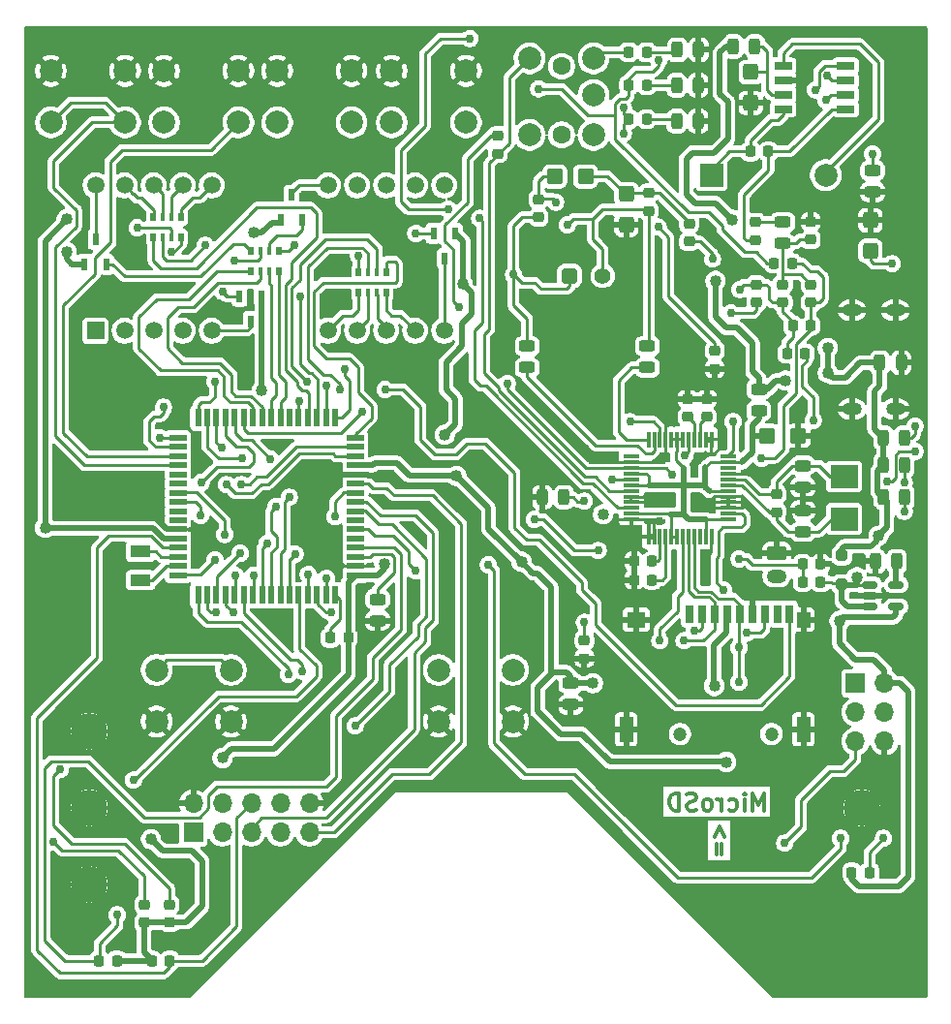
<source format=gbr>
G04 #@! TF.GenerationSoftware,KiCad,Pcbnew,9.0.6-9.0.6~ubuntu24.04.1*
G04 #@! TF.CreationDate,2026-01-10T11:13:35+03:00*
G04 #@! TF.ProjectId,Dreamstalker-PRO-v2,44726561-6d73-4746-916c-6b65722d5052,2.4*
G04 #@! TF.SameCoordinates,Original*
G04 #@! TF.FileFunction,Copper,L2,Bot*
G04 #@! TF.FilePolarity,Positive*
%FSLAX46Y46*%
G04 Gerber Fmt 4.6, Leading zero omitted, Abs format (unit mm)*
G04 Created by KiCad (PCBNEW 9.0.6-9.0.6~ubuntu24.04.1) date 2026-01-10 11:13:35*
%MOMM*%
%LPD*%
G01*
G04 APERTURE LIST*
G04 Aperture macros list*
%AMRoundRect*
0 Rectangle with rounded corners*
0 $1 Rounding radius*
0 $2 $3 $4 $5 $6 $7 $8 $9 X,Y pos of 4 corners*
0 Add a 4 corners polygon primitive as box body*
4,1,4,$2,$3,$4,$5,$6,$7,$8,$9,$2,$3,0*
0 Add four circle primitives for the rounded corners*
1,1,$1+$1,$2,$3*
1,1,$1+$1,$4,$5*
1,1,$1+$1,$6,$7*
1,1,$1+$1,$8,$9*
0 Add four rect primitives between the rounded corners*
20,1,$1+$1,$2,$3,$4,$5,0*
20,1,$1+$1,$4,$5,$6,$7,0*
20,1,$1+$1,$6,$7,$8,$9,0*
20,1,$1+$1,$8,$9,$2,$3,0*%
G04 Aperture macros list end*
%ADD10C,0.300000*%
G04 #@! TA.AperFunction,NonConductor*
%ADD11C,0.300000*%
G04 #@! TD*
G04 #@! TA.AperFunction,ComponentPad*
%ADD12C,2.000000*%
G04 #@! TD*
G04 #@! TA.AperFunction,ComponentPad*
%ADD13R,1.500000X1.500000*%
G04 #@! TD*
G04 #@! TA.AperFunction,ComponentPad*
%ADD14C,1.500000*%
G04 #@! TD*
G04 #@! TA.AperFunction,ComponentPad*
%ADD15R,2.000000X2.000000*%
G04 #@! TD*
G04 #@! TA.AperFunction,ComponentPad*
%ADD16C,3.200000*%
G04 #@! TD*
G04 #@! TA.AperFunction,ComponentPad*
%ADD17R,1.700000X1.700000*%
G04 #@! TD*
G04 #@! TA.AperFunction,ComponentPad*
%ADD18O,1.700000X1.700000*%
G04 #@! TD*
G04 #@! TA.AperFunction,WasherPad*
%ADD19C,1.600000*%
G04 #@! TD*
G04 #@! TA.AperFunction,ComponentPad*
%ADD20O,1.700000X1.100000*%
G04 #@! TD*
G04 #@! TA.AperFunction,ComponentPad*
%ADD21RoundRect,0.250000X-0.625000X0.350000X-0.625000X-0.350000X0.625000X-0.350000X0.625000X0.350000X0*%
G04 #@! TD*
G04 #@! TA.AperFunction,ComponentPad*
%ADD22O,1.750000X1.200000*%
G04 #@! TD*
G04 #@! TA.AperFunction,ComponentPad*
%ADD23RoundRect,0.350000X-0.350000X-0.350000X0.350000X-0.350000X0.350000X0.350000X-0.350000X0.350000X0*%
G04 #@! TD*
G04 #@! TA.AperFunction,ComponentPad*
%ADD24C,1.400000*%
G04 #@! TD*
G04 #@! TA.AperFunction,SMDPad,CuDef*
%ADD25R,0.600000X1.050000*%
G04 #@! TD*
G04 #@! TA.AperFunction,SMDPad,CuDef*
%ADD26R,1.550000X0.650000*%
G04 #@! TD*
G04 #@! TA.AperFunction,SMDPad,CuDef*
%ADD27R,0.500000X0.800000*%
G04 #@! TD*
G04 #@! TA.AperFunction,SMDPad,CuDef*
%ADD28R,0.400000X0.800000*%
G04 #@! TD*
G04 #@! TA.AperFunction,SMDPad,CuDef*
%ADD29RoundRect,0.218750X0.256250X-0.218750X0.256250X0.218750X-0.256250X0.218750X-0.256250X-0.218750X0*%
G04 #@! TD*
G04 #@! TA.AperFunction,SMDPad,CuDef*
%ADD30RoundRect,0.218750X-0.218750X-0.256250X0.218750X-0.256250X0.218750X0.256250X-0.218750X0.256250X0*%
G04 #@! TD*
G04 #@! TA.AperFunction,SMDPad,CuDef*
%ADD31RoundRect,0.218750X0.218750X0.256250X-0.218750X0.256250X-0.218750X-0.256250X0.218750X-0.256250X0*%
G04 #@! TD*
G04 #@! TA.AperFunction,SMDPad,CuDef*
%ADD32RoundRect,0.218750X-0.256250X0.218750X-0.256250X-0.218750X0.256250X-0.218750X0.256250X0.218750X0*%
G04 #@! TD*
G04 #@! TA.AperFunction,SMDPad,CuDef*
%ADD33RoundRect,0.243750X-0.456250X0.243750X-0.456250X-0.243750X0.456250X-0.243750X0.456250X0.243750X0*%
G04 #@! TD*
G04 #@! TA.AperFunction,SMDPad,CuDef*
%ADD34RoundRect,0.243750X0.456250X-0.243750X0.456250X0.243750X-0.456250X0.243750X-0.456250X-0.243750X0*%
G04 #@! TD*
G04 #@! TA.AperFunction,SMDPad,CuDef*
%ADD35R,0.300000X1.475000*%
G04 #@! TD*
G04 #@! TA.AperFunction,SMDPad,CuDef*
%ADD36R,1.475000X0.300000*%
G04 #@! TD*
G04 #@! TA.AperFunction,SMDPad,CuDef*
%ADD37R,2.400000X2.000000*%
G04 #@! TD*
G04 #@! TA.AperFunction,SMDPad,CuDef*
%ADD38RoundRect,0.243750X0.243750X0.456250X-0.243750X0.456250X-0.243750X-0.456250X0.243750X-0.456250X0*%
G04 #@! TD*
G04 #@! TA.AperFunction,SMDPad,CuDef*
%ADD39RoundRect,0.250000X-0.425000X0.450000X-0.425000X-0.450000X0.425000X-0.450000X0.425000X0.450000X0*%
G04 #@! TD*
G04 #@! TA.AperFunction,WasherPad*
%ADD40C,1.200000*%
G04 #@! TD*
G04 #@! TA.AperFunction,SMDPad,CuDef*
%ADD41R,0.700000X1.600000*%
G04 #@! TD*
G04 #@! TA.AperFunction,SMDPad,CuDef*
%ADD42R,1.200000X2.200000*%
G04 #@! TD*
G04 #@! TA.AperFunction,SMDPad,CuDef*
%ADD43R,1.200000X1.400000*%
G04 #@! TD*
G04 #@! TA.AperFunction,SMDPad,CuDef*
%ADD44R,1.600000X1.400000*%
G04 #@! TD*
G04 #@! TA.AperFunction,SMDPad,CuDef*
%ADD45RoundRect,0.250000X-0.450000X-0.425000X0.450000X-0.425000X0.450000X0.425000X-0.450000X0.425000X0*%
G04 #@! TD*
G04 #@! TA.AperFunction,SMDPad,CuDef*
%ADD46R,1.800000X1.000000*%
G04 #@! TD*
G04 #@! TA.AperFunction,SMDPad,CuDef*
%ADD47R,0.600000X1.500000*%
G04 #@! TD*
G04 #@! TA.AperFunction,SMDPad,CuDef*
%ADD48R,1.500000X0.600000*%
G04 #@! TD*
G04 #@! TA.AperFunction,SMDPad,CuDef*
%ADD49RoundRect,0.250000X0.450000X0.425000X-0.450000X0.425000X-0.450000X-0.425000X0.450000X-0.425000X0*%
G04 #@! TD*
G04 #@! TA.AperFunction,SMDPad,CuDef*
%ADD50RoundRect,0.243750X-0.243750X-0.456250X0.243750X-0.456250X0.243750X0.456250X-0.243750X0.456250X0*%
G04 #@! TD*
G04 #@! TA.AperFunction,SMDPad,CuDef*
%ADD51RoundRect,0.250000X0.250000X-0.250000X0.250000X0.250000X-0.250000X0.250000X-0.250000X-0.250000X0*%
G04 #@! TD*
G04 #@! TA.AperFunction,SMDPad,CuDef*
%ADD52RoundRect,0.250000X0.425000X-0.450000X0.425000X0.450000X-0.425000X0.450000X-0.425000X-0.450000X0*%
G04 #@! TD*
G04 #@! TA.AperFunction,SMDPad,CuDef*
%ADD53RoundRect,0.150000X-0.512500X-0.150000X0.512500X-0.150000X0.512500X0.150000X-0.512500X0.150000X0*%
G04 #@! TD*
G04 #@! TA.AperFunction,ViaPad*
%ADD54C,0.762000*%
G04 #@! TD*
G04 #@! TA.AperFunction,ViaPad*
%ADD55C,1.016000*%
G04 #@! TD*
G04 #@! TA.AperFunction,Conductor*
%ADD56C,0.254000*%
G04 #@! TD*
G04 #@! TA.AperFunction,Conductor*
%ADD57C,0.508000*%
G04 #@! TD*
G04 APERTURE END LIST*
D10*
D11*
X154207142Y-110578328D02*
X154207142Y-109078328D01*
X154207142Y-109078328D02*
X153707142Y-110149757D01*
X153707142Y-110149757D02*
X153207142Y-109078328D01*
X153207142Y-109078328D02*
X153207142Y-110578328D01*
X152492856Y-110578328D02*
X152492856Y-109578328D01*
X152492856Y-109078328D02*
X152564284Y-109149757D01*
X152564284Y-109149757D02*
X152492856Y-109221185D01*
X152492856Y-109221185D02*
X152421427Y-109149757D01*
X152421427Y-109149757D02*
X152492856Y-109078328D01*
X152492856Y-109078328D02*
X152492856Y-109221185D01*
X151135713Y-110506900D02*
X151278570Y-110578328D01*
X151278570Y-110578328D02*
X151564284Y-110578328D01*
X151564284Y-110578328D02*
X151707141Y-110506900D01*
X151707141Y-110506900D02*
X151778570Y-110435471D01*
X151778570Y-110435471D02*
X151849998Y-110292614D01*
X151849998Y-110292614D02*
X151849998Y-109864042D01*
X151849998Y-109864042D02*
X151778570Y-109721185D01*
X151778570Y-109721185D02*
X151707141Y-109649757D01*
X151707141Y-109649757D02*
X151564284Y-109578328D01*
X151564284Y-109578328D02*
X151278570Y-109578328D01*
X151278570Y-109578328D02*
X151135713Y-109649757D01*
X150492856Y-110578328D02*
X150492856Y-109578328D01*
X150492856Y-109864042D02*
X150421427Y-109721185D01*
X150421427Y-109721185D02*
X150349999Y-109649757D01*
X150349999Y-109649757D02*
X150207141Y-109578328D01*
X150207141Y-109578328D02*
X150064284Y-109578328D01*
X149349999Y-110578328D02*
X149492856Y-110506900D01*
X149492856Y-110506900D02*
X149564285Y-110435471D01*
X149564285Y-110435471D02*
X149635713Y-110292614D01*
X149635713Y-110292614D02*
X149635713Y-109864042D01*
X149635713Y-109864042D02*
X149564285Y-109721185D01*
X149564285Y-109721185D02*
X149492856Y-109649757D01*
X149492856Y-109649757D02*
X149349999Y-109578328D01*
X149349999Y-109578328D02*
X149135713Y-109578328D01*
X149135713Y-109578328D02*
X148992856Y-109649757D01*
X148992856Y-109649757D02*
X148921428Y-109721185D01*
X148921428Y-109721185D02*
X148849999Y-109864042D01*
X148849999Y-109864042D02*
X148849999Y-110292614D01*
X148849999Y-110292614D02*
X148921428Y-110435471D01*
X148921428Y-110435471D02*
X148992856Y-110506900D01*
X148992856Y-110506900D02*
X149135713Y-110578328D01*
X149135713Y-110578328D02*
X149349999Y-110578328D01*
X148278570Y-110506900D02*
X148064285Y-110578328D01*
X148064285Y-110578328D02*
X147707142Y-110578328D01*
X147707142Y-110578328D02*
X147564285Y-110506900D01*
X147564285Y-110506900D02*
X147492856Y-110435471D01*
X147492856Y-110435471D02*
X147421427Y-110292614D01*
X147421427Y-110292614D02*
X147421427Y-110149757D01*
X147421427Y-110149757D02*
X147492856Y-110006900D01*
X147492856Y-110006900D02*
X147564285Y-109935471D01*
X147564285Y-109935471D02*
X147707142Y-109864042D01*
X147707142Y-109864042D02*
X147992856Y-109792614D01*
X147992856Y-109792614D02*
X148135713Y-109721185D01*
X148135713Y-109721185D02*
X148207142Y-109649757D01*
X148207142Y-109649757D02*
X148278570Y-109506900D01*
X148278570Y-109506900D02*
X148278570Y-109364042D01*
X148278570Y-109364042D02*
X148207142Y-109221185D01*
X148207142Y-109221185D02*
X148135713Y-109149757D01*
X148135713Y-109149757D02*
X147992856Y-109078328D01*
X147992856Y-109078328D02*
X147635713Y-109078328D01*
X147635713Y-109078328D02*
X147421427Y-109149757D01*
X146778571Y-110578328D02*
X146778571Y-109078328D01*
X146778571Y-109078328D02*
X146421428Y-109078328D01*
X146421428Y-109078328D02*
X146207142Y-109149757D01*
X146207142Y-109149757D02*
X146064285Y-109292614D01*
X146064285Y-109292614D02*
X145992856Y-109435471D01*
X145992856Y-109435471D02*
X145921428Y-109721185D01*
X145921428Y-109721185D02*
X145921428Y-109935471D01*
X145921428Y-109935471D02*
X145992856Y-110221185D01*
X145992856Y-110221185D02*
X146064285Y-110364042D01*
X146064285Y-110364042D02*
X146207142Y-110506900D01*
X146207142Y-110506900D02*
X146421428Y-110578328D01*
X146421428Y-110578328D02*
X146778571Y-110578328D01*
D10*
D11*
X150507385Y-114399999D02*
X150507385Y-113485714D01*
X150078814Y-113485714D02*
X150078814Y-114399999D01*
X150721671Y-112914285D02*
X150293100Y-112000000D01*
X150293100Y-112000000D02*
X149864528Y-112914285D01*
D12*
X101100000Y-98300000D03*
X107600000Y-98300000D03*
X101100000Y-102800000D03*
X107600000Y-102800000D03*
X125750000Y-98300000D03*
X132250000Y-98300000D03*
X125750000Y-102800000D03*
X132250000Y-102800000D03*
D13*
X95750000Y-68650000D03*
D14*
X98290000Y-68650000D03*
X100830000Y-68650000D03*
X103370000Y-68650000D03*
X105910000Y-68650000D03*
X116070000Y-68650000D03*
X118610000Y-68650000D03*
X121150000Y-68650000D03*
X123690000Y-68650000D03*
X126230000Y-68650000D03*
X126230000Y-55950000D03*
X123690000Y-55950000D03*
X121150000Y-55950000D03*
X118610000Y-55950000D03*
X116070000Y-55950000D03*
X105910000Y-55950000D03*
X103370000Y-55950000D03*
X100830000Y-55950000D03*
X98290000Y-55950000D03*
X95750000Y-55950000D03*
D15*
X149600000Y-55050000D03*
D12*
X159600000Y-55050000D03*
D16*
X162750000Y-110350000D03*
X95200000Y-103650000D03*
D17*
X104300000Y-112500000D03*
D18*
X104300000Y-109960000D03*
X106840000Y-112500000D03*
X106840000Y-109960000D03*
X109380000Y-112500000D03*
X109380000Y-109960000D03*
X111920000Y-112500000D03*
X111920000Y-109960000D03*
X114460000Y-112500000D03*
X114460000Y-109960000D03*
D17*
X162200000Y-99450000D03*
D18*
X164740000Y-99450000D03*
X162200000Y-101990000D03*
X164740000Y-101990000D03*
X162200000Y-104530000D03*
X164740000Y-104530000D03*
D19*
X136500000Y-45550000D03*
X136500000Y-51550000D03*
D12*
X139300000Y-48050000D03*
X133700000Y-44850000D03*
X139300000Y-44850000D03*
X133700000Y-51550000D03*
X139300000Y-51550000D03*
D16*
X95200000Y-117050000D03*
D12*
X108250000Y-50450000D03*
X101750000Y-50450000D03*
X108250000Y-45950000D03*
X101750000Y-45950000D03*
D16*
X95200000Y-110350000D03*
D12*
X98350000Y-50450000D03*
X91850000Y-50450000D03*
X98350000Y-45950000D03*
X91850000Y-45950000D03*
X118150000Y-50450000D03*
X111650000Y-50450000D03*
X118150000Y-45950000D03*
X111650000Y-45950000D03*
X128150000Y-50450000D03*
X121650000Y-50450000D03*
X128150000Y-45950000D03*
X121650000Y-45950000D03*
D20*
X161880000Y-75520000D03*
X165680000Y-75520000D03*
X161880000Y-66880000D03*
X165680000Y-66880000D03*
D21*
X155300000Y-88100000D03*
D22*
X155300000Y-90100000D03*
D23*
X137200000Y-63850000D03*
D24*
X140100000Y-63850000D03*
D25*
X96700000Y-62850000D03*
X94800000Y-62850000D03*
X95750000Y-60650000D03*
X108350000Y-65650000D03*
X110250000Y-65650000D03*
X109300000Y-67850000D03*
X113850000Y-59000000D03*
X111950000Y-59000000D03*
X112900000Y-56800000D03*
X125300000Y-60150000D03*
X127200000Y-60150000D03*
X126250000Y-62350000D03*
D26*
X161325000Y-45495000D03*
X161325000Y-46765000D03*
X161325000Y-48035000D03*
X161325000Y-49305000D03*
X155875000Y-49305000D03*
X155875000Y-48035000D03*
X155875000Y-46765000D03*
X155875000Y-45495000D03*
D27*
X100800000Y-58700000D03*
D28*
X101600000Y-58700000D03*
X102400000Y-58700000D03*
D27*
X103200000Y-58700000D03*
X103200000Y-60500000D03*
D28*
X102400000Y-60500000D03*
X101600000Y-60500000D03*
D27*
X100800000Y-60500000D03*
X118750000Y-63550000D03*
D28*
X119550000Y-63550000D03*
X120350000Y-63550000D03*
D27*
X121150000Y-63550000D03*
X121150000Y-65350000D03*
D28*
X120350000Y-65350000D03*
X119550000Y-65350000D03*
D27*
X118750000Y-65350000D03*
X111750000Y-63450000D03*
D28*
X110950000Y-63450000D03*
X110150000Y-63450000D03*
D27*
X109350000Y-63450000D03*
X109350000Y-61650000D03*
D28*
X110150000Y-61650000D03*
X110950000Y-61650000D03*
D27*
X111750000Y-61650000D03*
D29*
X144110000Y-58177500D03*
X144110000Y-56602500D03*
X149900000Y-71987500D03*
X149900000Y-70412500D03*
D30*
X100662500Y-123700000D03*
X102237500Y-123700000D03*
D31*
X154587500Y-53000000D03*
X153012500Y-53000000D03*
D30*
X156712500Y-68200000D03*
X158287500Y-68200000D03*
D31*
X97637500Y-123700000D03*
X96062500Y-123700000D03*
D32*
X153470000Y-59162500D03*
X153470000Y-60737500D03*
X158300000Y-59112500D03*
X158300000Y-60687500D03*
D30*
X156225000Y-70650000D03*
X157800000Y-70650000D03*
D29*
X155850000Y-66187500D03*
X155850000Y-64612500D03*
X158300000Y-66187500D03*
X158300000Y-64612500D03*
D32*
X153500000Y-64612500D03*
X153500000Y-66187500D03*
D29*
X100000000Y-120387500D03*
X100000000Y-118812500D03*
X102250000Y-120387500D03*
X102250000Y-118812500D03*
D30*
X161862500Y-116000000D03*
X163437500Y-116000000D03*
D33*
X133500000Y-70000000D03*
X133500000Y-71875000D03*
X144000000Y-70000000D03*
X144000000Y-71875000D03*
X163700000Y-54662500D03*
X163700000Y-56537500D03*
D34*
X155850000Y-61037500D03*
X155850000Y-59162500D03*
D33*
X157600000Y-84350000D03*
X157600000Y-86225000D03*
D35*
X144100000Y-78162000D03*
X144600000Y-78162000D03*
X145100000Y-78162000D03*
X145600000Y-78162000D03*
X146100000Y-78162000D03*
X146600000Y-78162000D03*
X147100000Y-78162000D03*
X147600000Y-78162000D03*
X148100000Y-78162000D03*
X148600000Y-78162000D03*
X149100000Y-78162000D03*
X149600000Y-78162000D03*
D36*
X151088000Y-79650000D03*
X151088000Y-80150000D03*
X151088000Y-80650000D03*
X151088000Y-81150000D03*
X151088000Y-81650000D03*
X151088000Y-82150000D03*
X151088000Y-82650000D03*
X151088000Y-83150000D03*
X151088000Y-83650000D03*
X151088000Y-84150000D03*
X151088000Y-84650000D03*
X151088000Y-85150000D03*
D35*
X149600000Y-86638000D03*
X149100000Y-86638000D03*
X148600000Y-86638000D03*
X148100000Y-86638000D03*
X147600000Y-86638000D03*
X147100000Y-86638000D03*
X146600000Y-86638000D03*
X146100000Y-86638000D03*
X145600000Y-86638000D03*
X145100000Y-86638000D03*
X144600000Y-86638000D03*
X144100000Y-86638000D03*
D36*
X142612000Y-85150000D03*
X142612000Y-84650000D03*
X142612000Y-84150000D03*
X142612000Y-83650000D03*
X142612000Y-83150000D03*
X142612000Y-82650000D03*
X142612000Y-82150000D03*
X142612000Y-81650000D03*
X142612000Y-81150000D03*
X142612000Y-80650000D03*
X142612000Y-80150000D03*
X142612000Y-79650000D03*
D34*
X157600000Y-82325000D03*
X157600000Y-80450000D03*
D37*
X161200000Y-85100000D03*
X161200000Y-81400000D03*
D29*
X155300000Y-84525000D03*
X155300000Y-82950000D03*
X147650000Y-60875000D03*
X147650000Y-59300000D03*
D32*
X134500000Y-57162500D03*
X134500000Y-58737500D03*
D31*
X143937500Y-44300000D03*
X142362500Y-44300000D03*
X143937500Y-47200000D03*
X142362500Y-47200000D03*
D38*
X148437500Y-47200000D03*
X146562500Y-47200000D03*
X148487500Y-44100000D03*
X146612500Y-44100000D03*
D39*
X153050000Y-46050000D03*
X153050000Y-48750000D03*
D31*
X143937500Y-50150000D03*
X142362500Y-50150000D03*
D38*
X148437500Y-50350000D03*
X146562500Y-50350000D03*
D40*
X154850000Y-103900000D03*
X146850000Y-103900000D03*
D41*
X147650000Y-93400000D03*
X148750000Y-93400000D03*
X149850000Y-93400000D03*
X150950000Y-93400000D03*
X152050000Y-93400000D03*
X153150000Y-93400000D03*
X154250000Y-93400000D03*
X155350000Y-93400000D03*
X156450000Y-93400000D03*
D42*
X157650000Y-103500000D03*
D43*
X157650000Y-93900000D03*
D44*
X143050000Y-93900000D03*
D42*
X142150000Y-103500000D03*
D45*
X154500000Y-77850000D03*
X157200000Y-77850000D03*
D29*
X130900000Y-53187500D03*
X130900000Y-51612500D03*
D30*
X155062500Y-62750000D03*
X156637500Y-62750000D03*
D46*
X99700000Y-90450000D03*
X99700000Y-87950000D03*
D47*
X116720000Y-91770000D03*
X115920000Y-91770000D03*
X115120000Y-91770000D03*
X114320000Y-91770000D03*
X113520000Y-91770000D03*
X112720000Y-91770000D03*
X111920000Y-91770000D03*
X111120000Y-91770000D03*
X110320000Y-91770000D03*
X109520000Y-91770000D03*
X108720000Y-91770000D03*
X107920000Y-91770000D03*
X107120000Y-91770000D03*
X106320000Y-91770000D03*
X105520000Y-91770000D03*
X104720000Y-91770000D03*
D48*
X102970000Y-90020000D03*
X102970000Y-89220000D03*
X102970000Y-88420000D03*
X102970000Y-87620000D03*
X102970000Y-86820000D03*
X102970000Y-86020000D03*
X102970000Y-85220000D03*
X102970000Y-84420000D03*
X102970000Y-83620000D03*
X102970000Y-82820000D03*
X102970000Y-82020000D03*
X102970000Y-81220000D03*
X102970000Y-80420000D03*
X102970000Y-79620000D03*
X102970000Y-78820000D03*
X102970000Y-78020000D03*
D47*
X104720000Y-76270000D03*
X105520000Y-76270000D03*
X106320000Y-76270000D03*
X107120000Y-76270000D03*
X107920000Y-76270000D03*
X108720000Y-76270000D03*
X109520000Y-76270000D03*
X110320000Y-76270000D03*
X111120000Y-76270000D03*
X111920000Y-76270000D03*
X112720000Y-76270000D03*
X113520000Y-76270000D03*
X114320000Y-76270000D03*
X115120000Y-76270000D03*
X115920000Y-76270000D03*
X116720000Y-76270000D03*
D48*
X118470000Y-78020000D03*
X118470000Y-78820000D03*
X118470000Y-79620000D03*
X118470000Y-80420000D03*
X118470000Y-81220000D03*
X118470000Y-82020000D03*
X118470000Y-82820000D03*
X118470000Y-83620000D03*
X118470000Y-84420000D03*
X118470000Y-85220000D03*
X118470000Y-86020000D03*
X118470000Y-86820000D03*
X118470000Y-87620000D03*
X118470000Y-88420000D03*
X118470000Y-89220000D03*
X118470000Y-90020000D03*
D39*
X142150000Y-56710000D03*
X142150000Y-59410000D03*
D32*
X147530000Y-74602500D03*
X147530000Y-76177500D03*
X149190000Y-74602500D03*
X149190000Y-76177500D03*
D30*
X142832500Y-88810000D03*
X144407500Y-88810000D03*
X142842500Y-90430000D03*
X144417500Y-90430000D03*
D33*
X120410000Y-92122500D03*
X120410000Y-93997500D03*
D49*
X138600000Y-55170000D03*
X135900000Y-55170000D03*
D50*
X134832500Y-83210000D03*
X136707500Y-83210000D03*
D33*
X153750000Y-73772500D03*
X153750000Y-75647500D03*
D38*
X166187500Y-71450000D03*
X164312500Y-71450000D03*
D50*
X151525000Y-43800000D03*
X153400000Y-43800000D03*
D51*
X161000000Y-90800000D03*
X161000000Y-88300000D03*
D38*
X166500000Y-78000000D03*
X164625000Y-78000000D03*
D52*
X163500000Y-61700000D03*
X163500000Y-59000000D03*
D34*
X137300000Y-101337500D03*
X137300000Y-99462500D03*
D38*
X166500000Y-80400000D03*
X164625000Y-80400000D03*
X165800000Y-88800000D03*
X163925000Y-88800000D03*
D30*
X157582500Y-90620000D03*
X159157500Y-90620000D03*
D53*
X163462500Y-92750000D03*
X163462500Y-91800000D03*
X163462500Y-90850000D03*
X165737500Y-90850000D03*
X165737500Y-92750000D03*
D30*
X116275000Y-95500000D03*
X117850000Y-95500000D03*
D38*
X166500000Y-83200000D03*
X164625000Y-83200000D03*
D31*
X159147500Y-89060000D03*
X157572500Y-89060000D03*
D29*
X138500000Y-97287500D03*
X138500000Y-95712500D03*
D54*
X147200000Y-113900000D03*
D55*
X144760000Y-104170000D03*
D54*
X122370000Y-72640000D03*
X148450000Y-80000000D03*
X148350000Y-83700000D03*
X146100000Y-83680000D03*
D55*
X154400000Y-97950000D03*
D54*
X108500000Y-106500000D03*
X105100000Y-50700000D03*
X112270000Y-95480000D03*
X157600000Y-48650000D03*
X145320000Y-51310000D03*
X125000000Y-72780000D03*
X145300000Y-92180000D03*
X106050000Y-82750000D03*
X112750000Y-101900000D03*
D55*
X145500000Y-54000000D03*
X157150000Y-75600000D03*
D54*
X115600000Y-103400000D03*
X119900000Y-43900000D03*
X114750000Y-95800000D03*
D55*
X160000000Y-74100000D03*
D54*
X138100000Y-61800000D03*
D55*
X133000000Y-56000000D03*
D54*
X103700000Y-73250000D03*
X112200000Y-115800000D03*
D55*
X123400000Y-62400000D03*
D54*
X157100000Y-65400000D03*
D55*
X145900000Y-68650000D03*
X134500000Y-49000000D03*
D54*
X100050000Y-43900000D03*
D55*
X127720000Y-83800000D03*
D54*
X156350000Y-51100000D03*
X109950000Y-43900000D03*
D55*
X104500000Y-104700000D03*
D54*
X126520000Y-93560000D03*
X159200000Y-52750000D03*
X143300000Y-95600000D03*
X128100000Y-58900000D03*
D55*
X137910000Y-86210000D03*
D54*
X161400000Y-50750000D03*
X112350000Y-55200000D03*
X163800000Y-84400000D03*
D55*
X97400000Y-91700000D03*
X140190000Y-77620000D03*
D54*
X124100000Y-79900000D03*
X151220000Y-86850000D03*
X111650000Y-78650000D03*
D55*
X99700000Y-62900000D03*
D54*
X129560000Y-87120000D03*
D55*
X161000000Y-60200000D03*
D54*
X152620000Y-89910000D03*
X151605000Y-73695000D03*
X162400000Y-88850000D03*
X107350000Y-95250000D03*
D55*
X93000000Y-84400000D03*
D54*
X97350000Y-65250000D03*
X140600000Y-98250000D03*
X149900000Y-50450000D03*
D55*
X103440000Y-115770000D03*
X154350000Y-81400000D03*
D54*
X158950000Y-83350000D03*
X149700000Y-60400000D03*
X122550000Y-98600000D03*
X151400000Y-45400000D03*
X157850000Y-45100000D03*
X145300000Y-48750000D03*
X133000000Y-95800000D03*
X149080000Y-88910000D03*
D55*
X123400000Y-65600000D03*
X105300000Y-59400000D03*
X134830000Y-81260000D03*
D54*
X138850000Y-67950000D03*
X159950000Y-79650000D03*
X158400000Y-113750000D03*
X95700000Y-54000000D03*
X141250000Y-92230000D03*
X104650000Y-80600000D03*
D55*
X140390000Y-75100000D03*
D54*
X96500000Y-99650000D03*
X132300000Y-90980000D03*
X116250000Y-98430000D03*
X125000000Y-53800000D03*
X133030000Y-93550000D03*
X123430000Y-85900000D03*
X132500000Y-68500000D03*
X167050000Y-73750000D03*
X126430000Y-85880000D03*
D55*
X166950000Y-96800000D03*
D54*
X125000000Y-105000000D03*
X141060000Y-88880000D03*
D55*
X129100000Y-104300000D03*
D54*
X156150000Y-54300000D03*
X102350000Y-122000000D03*
X99000000Y-96000000D03*
D55*
X159500000Y-95900000D03*
D54*
X166300000Y-44100000D03*
X115550000Y-107500000D03*
X114610000Y-93450000D03*
X152300000Y-63100000D03*
X99250000Y-78200000D03*
X156380000Y-84990000D03*
X152250000Y-50400000D03*
X160310000Y-86910000D03*
X133100000Y-104900000D03*
D55*
X106550000Y-66750000D03*
D54*
X163100000Y-49000000D03*
X142870000Y-55020000D03*
D55*
X143950000Y-101100000D03*
D54*
X93600000Y-94850000D03*
X131350000Y-85270000D03*
X96900000Y-70850000D03*
X120700000Y-83450000D03*
X92500000Y-103600000D03*
X159900000Y-67150000D03*
X151000000Y-103500000D03*
X152050000Y-55000000D03*
X119020000Y-98410000D03*
X163050000Y-45700000D03*
X93950000Y-72450000D03*
X94450000Y-60650000D03*
X155400000Y-74500000D03*
X129200000Y-107200000D03*
X135650000Y-101300000D03*
D55*
X98520000Y-112180000D03*
D54*
X126420000Y-88590000D03*
D55*
X130040000Y-81510000D03*
X147100000Y-98800000D03*
X133340000Y-79910000D03*
D54*
X135900000Y-73650000D03*
X145100000Y-85300000D03*
X147800000Y-71700000D03*
D55*
X138480000Y-79080000D03*
D54*
X93550000Y-121550000D03*
X127700000Y-72200000D03*
X167050000Y-68900000D03*
D55*
X108500000Y-56700000D03*
D54*
X110370000Y-93580000D03*
D55*
X147350000Y-65300000D03*
D54*
X134350000Y-97900000D03*
X129100000Y-97900000D03*
X151000000Y-119000000D03*
X98100000Y-103600000D03*
X166300000Y-47800000D03*
D55*
X116900000Y-65600000D03*
D54*
X120200000Y-53800000D03*
X100150000Y-82650000D03*
X120707201Y-81350000D03*
X163300000Y-78550000D03*
X129250000Y-56900000D03*
X138590000Y-89120000D03*
X130140000Y-76680000D03*
X102450000Y-94550000D03*
X151600000Y-71987500D03*
X136770000Y-90680000D03*
X139150000Y-101150000D03*
X104900000Y-96400000D03*
X135650000Y-70800000D03*
X158280000Y-91900000D03*
X154750000Y-69150000D03*
X145050000Y-74150000D03*
X118930000Y-93680000D03*
X112200000Y-106350000D03*
X105400000Y-98400000D03*
X118450000Y-105850000D03*
X116460000Y-63020000D03*
X121600000Y-102700000D03*
X134850000Y-88750000D03*
X109100000Y-84500000D03*
X130050000Y-48000000D03*
X98450000Y-122000000D03*
X110100000Y-99000000D03*
X126200000Y-95850000D03*
X93450000Y-55850000D03*
X156200000Y-101050000D03*
X108850000Y-73250000D03*
X114120000Y-82030000D03*
X104950000Y-84800000D03*
X101350002Y-78000000D03*
X101700000Y-75350000D03*
X107057296Y-86457296D03*
X163700000Y-53200000D03*
X159600000Y-48500000D03*
D55*
X139250000Y-99462500D03*
X127850000Y-64600000D03*
X149950000Y-64300000D03*
X93233000Y-58917000D03*
X149850000Y-99700000D03*
X106850000Y-106000000D03*
X110300000Y-73900000D03*
X93233000Y-61750000D03*
X151400000Y-58950000D03*
X140120000Y-84700000D03*
X127300000Y-81350000D03*
X121000000Y-89000000D03*
X109600000Y-60100000D03*
X100600000Y-113100000D03*
X133000000Y-88850000D03*
X160800000Y-94000000D03*
X91350000Y-85890000D03*
X150890000Y-106350000D03*
X156061300Y-73011800D03*
X126300000Y-77738200D03*
D54*
X158700000Y-47600000D03*
X112700000Y-83200000D03*
X140890000Y-81660000D03*
X138480000Y-83540000D03*
X92050000Y-113300000D03*
X164640000Y-113020000D03*
X92650000Y-107011210D03*
X113638790Y-65700000D03*
X105350000Y-61200000D03*
X107200000Y-82100000D03*
X99400000Y-59650000D03*
X108500000Y-82100000D03*
X102350000Y-61788790D03*
X113532105Y-74767895D03*
X117100000Y-73810000D03*
X114240000Y-73100000D03*
X115940000Y-73480000D03*
X117530000Y-71980000D03*
X118750000Y-62100000D03*
X105000000Y-81900000D03*
X156000000Y-113450000D03*
X131750000Y-73250000D03*
X141900000Y-51400000D03*
X146200000Y-81200000D03*
X141900000Y-49137500D03*
X152100000Y-65050000D03*
X134500000Y-47500000D03*
X129340000Y-58840000D03*
X145000000Y-45011200D03*
X128500000Y-43100000D03*
X126580000Y-58030000D03*
X106320000Y-93300000D03*
X153980000Y-79790000D03*
X97650000Y-119700000D03*
X149700000Y-62400000D03*
X111530000Y-84020000D03*
X114350000Y-89950000D03*
X158500000Y-76500000D03*
X106200000Y-73100000D03*
X127500000Y-66600000D03*
X108548704Y-79801296D03*
X151300000Y-67100000D03*
X115950000Y-90300000D03*
X116400000Y-93300000D03*
X99050000Y-107950000D03*
X160900000Y-113020000D03*
X130100000Y-89100000D03*
X113200000Y-88188790D03*
X110750000Y-87240000D03*
X142500000Y-76600000D03*
X148100000Y-94850000D03*
X138500000Y-94150000D03*
X109552902Y-90047098D03*
X152000000Y-99350000D03*
X113830000Y-98390000D03*
X152010000Y-96350000D03*
X107950000Y-90050000D03*
X147200000Y-95750000D03*
X145100000Y-95750000D03*
X107800000Y-93300000D03*
X152711200Y-95050000D03*
X147298757Y-79540973D03*
X108400000Y-88100000D03*
X150666988Y-91311199D03*
X112600000Y-98690000D03*
X151500000Y-76600000D03*
X106200000Y-88700000D03*
X106800000Y-78900000D03*
X111050000Y-79850000D03*
X116700000Y-84900000D03*
X118450000Y-103200000D03*
X113150000Y-61150000D03*
X123750000Y-60150000D03*
X107900000Y-62550000D03*
X106850000Y-65200000D03*
X159712893Y-46319093D03*
X165400000Y-62800000D03*
X119095000Y-75735000D03*
X121070000Y-73790000D03*
X144950000Y-59600000D03*
X135990000Y-57410000D03*
D55*
X159770000Y-70150000D03*
X164200000Y-86575000D03*
X159770000Y-72338200D03*
D54*
X167400000Y-77000000D03*
X166457124Y-84440801D03*
X166450000Y-81915801D03*
X165000000Y-81800000D03*
X167400000Y-79200000D03*
D55*
X162300000Y-90200000D03*
D54*
X137000000Y-59400000D03*
X132300000Y-63750000D03*
X134110000Y-85140000D03*
X152020000Y-88610000D03*
X139700000Y-87860000D03*
X123740000Y-89650000D03*
D56*
X149090000Y-78190000D02*
X149600000Y-78190000D01*
X144100000Y-87110000D02*
X144100000Y-85190000D01*
X141090000Y-85150000D02*
X143640000Y-85150000D01*
D57*
X145050000Y-74150000D02*
X145050000Y-75720000D01*
X158890000Y-93930000D02*
X157530000Y-93930000D01*
D56*
X152500000Y-83950000D02*
X152300000Y-84150000D01*
D57*
X151600000Y-71987500D02*
X149900000Y-71987500D01*
X145450000Y-83150000D02*
X143910000Y-83150000D01*
X144100000Y-86638000D02*
X144492799Y-86638000D01*
X140000000Y-102500000D02*
X141000000Y-103500000D01*
X137300000Y-101337500D02*
X137300000Y-102300000D01*
D56*
X142610000Y-83160000D02*
X143900000Y-83160000D01*
D57*
X119527200Y-81200000D02*
X119677200Y-81350000D01*
X145050000Y-74150000D02*
X145550000Y-73650000D01*
X119677200Y-81350000D02*
X120707201Y-81350000D01*
D56*
X103700000Y-77039600D02*
X103700000Y-73250000D01*
X144950000Y-85150000D02*
X145100000Y-85300000D01*
D57*
X151605000Y-73695000D02*
X151560000Y-73650000D01*
D56*
X104650000Y-77989600D02*
X103700000Y-77039600D01*
X145360000Y-80140000D02*
X145610000Y-79890000D01*
D57*
X147530000Y-73690000D02*
X147530000Y-74602500D01*
D56*
X149800000Y-79430000D02*
X150660000Y-78570000D01*
X139000000Y-80140000D02*
X145360000Y-80140000D01*
D57*
X150490000Y-78400000D02*
X150660000Y-78570000D01*
D56*
X145610000Y-79890000D02*
X145610000Y-76280000D01*
D57*
X159500000Y-95500000D02*
X159500000Y-95900000D01*
X117242000Y-81200000D02*
X119527200Y-81200000D01*
D56*
X149050000Y-88250000D02*
X149590000Y-87710000D01*
X149080000Y-88910000D02*
X149050000Y-88880000D01*
D57*
X149190000Y-74602500D02*
X149190000Y-73770000D01*
X103650000Y-107750000D02*
X103650000Y-105550000D01*
X152500000Y-83950000D02*
X152850000Y-83950000D01*
D56*
X149800000Y-79440000D02*
X149800000Y-79430000D01*
D57*
X104300000Y-109960000D02*
X104300000Y-108400000D01*
D56*
X149030000Y-79480000D02*
X148420000Y-80090000D01*
D57*
X157530000Y-93930000D02*
X157400000Y-93800000D01*
X149190000Y-73770000D02*
X149310000Y-73650000D01*
D56*
X151100000Y-83170000D02*
X151100000Y-84090000D01*
D57*
X158437500Y-59112500D02*
X158400000Y-59150000D01*
D56*
X142560000Y-83620000D02*
X142560000Y-83202000D01*
X149050000Y-88880000D02*
X149050000Y-88250000D01*
D57*
X144100000Y-103500000D02*
X144800000Y-104200000D01*
X149600000Y-78162000D02*
X149207201Y-78162000D01*
X143060000Y-93440000D02*
X142950000Y-93550000D01*
X152850000Y-83950000D02*
X155300000Y-86400000D01*
X152850000Y-81150000D02*
X154100000Y-81150000D01*
X157600000Y-82325000D02*
X157600000Y-84350000D01*
X155300000Y-86400000D02*
X155300000Y-88100000D01*
D56*
X142560000Y-83202000D02*
X142612000Y-83150000D01*
D57*
X147490000Y-73650000D02*
X147530000Y-73690000D01*
X159500000Y-94540000D02*
X158890000Y-93930000D01*
X97400000Y-99100000D02*
X97400000Y-91700000D01*
X154100000Y-81150000D02*
X154350000Y-81400000D01*
X150490000Y-74810000D02*
X150490000Y-78400000D01*
X104300000Y-108400000D02*
X103650000Y-107750000D01*
X149310000Y-73650000D02*
X147490000Y-73650000D01*
X151560000Y-73650000D02*
X149310000Y-73650000D01*
X145550000Y-73650000D02*
X147490000Y-73650000D01*
X137300000Y-102300000D02*
X137500000Y-102500000D01*
D56*
X149750000Y-84150000D02*
X149300000Y-83700000D01*
X153000000Y-81150000D02*
X151250000Y-81150000D01*
D57*
X158950000Y-83350000D02*
X157650000Y-83350000D01*
D56*
X143720000Y-83160000D02*
X143760000Y-83200000D01*
X149770000Y-79480000D02*
X149030000Y-79480000D01*
X104650000Y-80600000D02*
X104650000Y-77989600D01*
D57*
X143060000Y-92570000D02*
X143060000Y-93440000D01*
D56*
X142400000Y-85150000D02*
X144950000Y-85150000D01*
X145100000Y-85300000D02*
X145100000Y-85300000D01*
D57*
X145050000Y-75720000D02*
X145610000Y-76280000D01*
D56*
X145610000Y-76230000D02*
X145610000Y-76280000D01*
X149830000Y-79420000D02*
X149770000Y-79480000D01*
D57*
X101100000Y-102800000D02*
X97400000Y-99100000D01*
X101927038Y-86000000D02*
X100327038Y-84400000D01*
X146000000Y-83700000D02*
X145450000Y-83150000D01*
X159500000Y-95900000D02*
X159500000Y-94540000D01*
D56*
X152300000Y-84150000D02*
X149750000Y-84150000D01*
X149300000Y-83700000D02*
X149860000Y-83140000D01*
X143760000Y-83200000D02*
X144300000Y-83200000D01*
X143900000Y-83160000D02*
X143910000Y-83150000D01*
D57*
X151605000Y-73695000D02*
X150490000Y-74810000D01*
X137500000Y-102500000D02*
X140000000Y-102500000D01*
D56*
X142622000Y-83640000D02*
X143820000Y-83640000D01*
X149860000Y-83140000D02*
X152290000Y-83140000D01*
D57*
X103000000Y-86000000D02*
X101927038Y-86000000D01*
D56*
X138680000Y-79820000D02*
X139000000Y-80140000D01*
D57*
X103650000Y-105550000D02*
X104500000Y-104700000D01*
X100327038Y-84400000D02*
X93000000Y-84400000D01*
D56*
X149590000Y-87710000D02*
X149590000Y-86900000D01*
X144590000Y-87080000D02*
X144590000Y-85160000D01*
X148350000Y-83700000D02*
X149300000Y-83700000D01*
D57*
X157650000Y-83350000D02*
X157600000Y-83400000D01*
D56*
X142612000Y-83650000D02*
X142622000Y-83640000D01*
D57*
X141000000Y-103500000D02*
X144100000Y-103500000D01*
D56*
X97050000Y-53850000D02*
X97050000Y-60950000D01*
X92950000Y-77560000D02*
X94990000Y-79600000D01*
X95700000Y-63700000D02*
X92950000Y-66450000D01*
X97050000Y-60950000D02*
X95700000Y-62300000D01*
X98020000Y-52880000D02*
X98060000Y-52840000D01*
X95700000Y-62300000D02*
X95700000Y-63700000D01*
X92950000Y-66450000D02*
X92950000Y-77560000D01*
X98060000Y-52840000D02*
X105860000Y-52840000D01*
X98060000Y-52840000D02*
X97050000Y-53850000D01*
X105860000Y-52840000D02*
X108250000Y-50450000D01*
X94990000Y-79600000D02*
X103000000Y-79600000D01*
X102000000Y-97400000D02*
X106700000Y-97400000D01*
X101100000Y-98300000D02*
X102000000Y-97400000D01*
X104950000Y-84050000D02*
X104500000Y-83600000D01*
X104950000Y-84800000D02*
X104950000Y-84050000D01*
X104500000Y-83600000D02*
X103000000Y-83600000D01*
X106700000Y-97400000D02*
X107600000Y-98300000D01*
X103250000Y-78000000D02*
X101350002Y-78000000D01*
X100450000Y-78250000D02*
X100450000Y-76600000D01*
X101000000Y-78800000D02*
X100450000Y-78250000D01*
X101400000Y-76150000D02*
X101700000Y-75850000D01*
X100900000Y-76150000D02*
X101400000Y-76150000D01*
X101700000Y-75850000D02*
X101700000Y-75350000D01*
X100450000Y-76600000D02*
X100900000Y-76150000D01*
X103000000Y-78800000D02*
X101000000Y-78800000D01*
X107057296Y-85257296D02*
X107057296Y-86457296D01*
X104600000Y-82800000D02*
X107057296Y-85257296D01*
X103000000Y-82800000D02*
X104600000Y-82800000D01*
X96600000Y-48700000D02*
X98350000Y-50450000D01*
X92100000Y-53800000D02*
X92100000Y-56150000D01*
X98350000Y-50450000D02*
X95450000Y-50450000D01*
X91850000Y-50450000D02*
X93600000Y-48700000D01*
X94071200Y-58121200D02*
X94071200Y-59528800D01*
X93600000Y-48700000D02*
X96600000Y-48700000D01*
X92250000Y-77870000D02*
X94780000Y-80400000D01*
X92250000Y-61350000D02*
X92250000Y-77870000D01*
X92100000Y-56150000D02*
X94071200Y-58121200D01*
X94780000Y-80400000D02*
X103000000Y-80400000D01*
X94071200Y-59528800D02*
X92250000Y-61350000D01*
X95450000Y-50450000D02*
X92100000Y-53800000D01*
X163700000Y-54662500D02*
X163700000Y-53200000D01*
X159600000Y-48500000D02*
X160065000Y-48035000D01*
X160065000Y-48035000D02*
X161325000Y-48035000D01*
X152690000Y-60780000D02*
X152470000Y-60560000D01*
X160095000Y-49305000D02*
X156400000Y-53000000D01*
X154587500Y-54612500D02*
X154587500Y-53575000D01*
X154587500Y-53575000D02*
X154587500Y-53000000D01*
X152470000Y-56730000D02*
X154587500Y-54612500D01*
X160995000Y-49305000D02*
X161325000Y-49305000D01*
X161325000Y-49305000D02*
X160095000Y-49305000D01*
X153520000Y-60780000D02*
X152690000Y-60780000D01*
X156400000Y-53000000D02*
X154587500Y-53000000D01*
X152470000Y-60560000D02*
X152470000Y-56730000D01*
D57*
X91350000Y-79800000D02*
X91350000Y-79800000D01*
X149820000Y-98760000D02*
X149820000Y-98760000D01*
X130100000Y-84100000D02*
X127300000Y-81300000D01*
X155238200Y-73011800D02*
X154477500Y-73772500D01*
X134400000Y-99850000D02*
X135600000Y-98650000D01*
X140720000Y-106320000D02*
X138300000Y-103900000D01*
X153750000Y-72750000D02*
X153200000Y-72200000D01*
X111200000Y-59200000D02*
X110300000Y-60100000D01*
X165950000Y-117200000D02*
X162500000Y-117200000D01*
X121000000Y-89000000D02*
X121000000Y-89450000D01*
X110300000Y-60100000D02*
X109600000Y-60100000D01*
X166800000Y-100200000D02*
X166800000Y-116350000D01*
X150900000Y-43800000D02*
X151525000Y-43800000D01*
X105080000Y-114980000D02*
X105080000Y-118920000D01*
X127800000Y-68000000D02*
X127800000Y-70000000D01*
X127200000Y-60150000D02*
X127900000Y-60850000D01*
X122130000Y-80200000D02*
X120160000Y-80200000D01*
X149820000Y-96130000D02*
X150900000Y-95050000D01*
X160800000Y-96000000D02*
X162200000Y-97400000D01*
X164740000Y-99450000D02*
X166050000Y-99450000D01*
X127300000Y-81300000D02*
X123230000Y-81300000D01*
X149840000Y-53090000D02*
X151050000Y-51880000D01*
X93700000Y-62850000D02*
X93233000Y-62383000D01*
X120430000Y-90020000D02*
X118470000Y-90020000D01*
X137300000Y-99462500D02*
X139250000Y-99462500D01*
X136400000Y-103900000D02*
X134400000Y-101900000D01*
X150900000Y-95050000D02*
X150900000Y-93100000D01*
X101600000Y-114100000D02*
X104200000Y-114100000D01*
X91350000Y-85890000D02*
X91360000Y-85900000D01*
X106840000Y-109960000D02*
X106840000Y-109992894D01*
X165737500Y-93462500D02*
X165500000Y-93700000D01*
X151850000Y-68400000D02*
X150900000Y-68400000D01*
X105080000Y-118920000D02*
X103650000Y-120350000D01*
X162200000Y-97400000D02*
X163800000Y-97400000D01*
X150350000Y-44350000D02*
X150900000Y-43800000D01*
X133000000Y-88850000D02*
X134000000Y-89850000D01*
X165500000Y-93700000D02*
X161100000Y-93700000D01*
X93233000Y-58917000D02*
X91350000Y-60800000D01*
X100800000Y-85900000D02*
X101700000Y-86800000D01*
X102300000Y-120350000D02*
X102262500Y-120387500D01*
X133000000Y-88850000D02*
X130100000Y-85950000D01*
X117850000Y-98700000D02*
X117850000Y-90640000D01*
X149950000Y-67450000D02*
X149950000Y-64300000D01*
X102262500Y-120387500D02*
X100000000Y-120387500D01*
X119960000Y-80400000D02*
X118500000Y-80400000D01*
X154477500Y-73772500D02*
X153750000Y-73772500D01*
X161100000Y-93700000D02*
X160800000Y-94000000D01*
X147400000Y-56730000D02*
X147400000Y-53600000D01*
X166800000Y-116350000D02*
X165950000Y-117200000D01*
X134400000Y-101900000D02*
X134400000Y-99850000D01*
X150890000Y-106350000D02*
X150860000Y-106320000D01*
X149950000Y-57500000D02*
X148170000Y-57500000D01*
X149850000Y-99700000D02*
X149820000Y-99670000D01*
X151400000Y-58950000D02*
X149950000Y-57500000D01*
X127200000Y-74600000D02*
X127200000Y-76838200D01*
X127800000Y-70000000D02*
X126400000Y-71400000D01*
X160800000Y-94000000D02*
X160800000Y-96000000D01*
X107650000Y-105200000D02*
X111350000Y-105200000D01*
X93233000Y-62383000D02*
X93233000Y-61833000D01*
X127900000Y-64550000D02*
X127850000Y-64600000D01*
X127900000Y-60850000D02*
X127900000Y-64550000D01*
X104200000Y-114100000D02*
X105080000Y-114980000D01*
X123230000Y-81300000D02*
X122130000Y-80200000D01*
X117850000Y-90640000D02*
X118470000Y-90020000D01*
X126400000Y-71400000D02*
X126400000Y-73800000D01*
X156061300Y-73011800D02*
X155238200Y-73011800D01*
X128600000Y-67200000D02*
X127800000Y-68000000D01*
X126400000Y-73800000D02*
X127200000Y-74600000D01*
X148170000Y-57500000D02*
X147400000Y-56730000D01*
X150860000Y-106320000D02*
X140720000Y-106320000D01*
X106850000Y-106000000D02*
X107650000Y-105200000D01*
X135750000Y-98500000D02*
X136950000Y-98500000D01*
X147910000Y-53090000D02*
X149840000Y-53090000D01*
X149820000Y-99670000D02*
X149820000Y-96130000D01*
X150350000Y-47950000D02*
X150350000Y-44350000D01*
X151050000Y-51880000D02*
X151050000Y-48650000D01*
X163800000Y-97400000D02*
X164740000Y-98340000D01*
X110300000Y-73900000D02*
X110300000Y-65800000D01*
X135600000Y-91050000D02*
X135600000Y-98650000D01*
X97637500Y-123700000D02*
X100662500Y-123700000D01*
X103650000Y-120350000D02*
X102300000Y-120350000D01*
X162500000Y-117200000D02*
X161862500Y-116562500D01*
X134000000Y-89850000D02*
X134400000Y-89850000D01*
X121000000Y-89450000D02*
X120430000Y-90020000D01*
X127850000Y-64600000D02*
X128600000Y-65350000D01*
X127200000Y-76838200D02*
X126300000Y-77738200D01*
X100000000Y-122950000D02*
X100750000Y-123700000D01*
X100000000Y-120387500D02*
X100000000Y-122950000D01*
X166050000Y-99450000D02*
X166800000Y-100200000D01*
X153200000Y-69750000D02*
X151850000Y-68400000D01*
X111350000Y-105200000D02*
X117850000Y-98700000D01*
X111800000Y-59200000D02*
X111200000Y-59200000D01*
X147400000Y-53600000D02*
X147910000Y-53090000D01*
X136950000Y-98500000D02*
X137300000Y-98850000D01*
X165737500Y-92750000D02*
X165737500Y-93462500D01*
X135600000Y-98650000D02*
X135750000Y-98500000D01*
X121000000Y-89100000D02*
X121000000Y-89000000D01*
X94800000Y-62850000D02*
X93700000Y-62850000D01*
X134400000Y-89850000D02*
X135600000Y-91050000D01*
X164740000Y-98340000D02*
X164740000Y-99450000D01*
D56*
X140120000Y-84700000D02*
X140170000Y-84650000D01*
D57*
X130100000Y-85950000D02*
X130100000Y-84100000D01*
X151050000Y-48650000D02*
X150350000Y-47950000D01*
X128600000Y-65350000D02*
X128600000Y-67200000D01*
X150900000Y-68400000D02*
X149950000Y-67450000D01*
X137300000Y-98850000D02*
X137300000Y-99462500D01*
X153750000Y-73772500D02*
X153750000Y-72750000D01*
X101700000Y-86800000D02*
X103000000Y-86800000D01*
X161862500Y-116562500D02*
X161862500Y-116000000D01*
X91360000Y-85900000D02*
X100800000Y-85900000D01*
X153200000Y-72200000D02*
X153200000Y-69750000D01*
X138300000Y-103900000D02*
X136400000Y-103900000D01*
X91350000Y-60800000D02*
X91350000Y-85890000D01*
X120160000Y-80200000D02*
X119960000Y-80400000D01*
X100600000Y-113100000D02*
X101600000Y-114100000D01*
D56*
X95750000Y-55950000D02*
X95750000Y-57010660D01*
X95750000Y-57010660D02*
X95750000Y-60650000D01*
X109000000Y-68650000D02*
X109300000Y-68350000D01*
X105910000Y-68650000D02*
X109000000Y-68650000D01*
X109300000Y-68350000D02*
X109300000Y-67850000D01*
X142625000Y-71875000D02*
X144000000Y-71875000D01*
X142162000Y-78162000D02*
X141500000Y-77500000D01*
X141500000Y-77500000D02*
X141500000Y-73000000D01*
X141500000Y-73000000D02*
X142625000Y-71875000D01*
X144100000Y-78162000D02*
X142162000Y-78162000D01*
X112900000Y-56575000D02*
X112900000Y-56800000D01*
X116070000Y-55950000D02*
X113525000Y-55950000D01*
X113525000Y-55950000D02*
X112900000Y-56575000D01*
X126230000Y-68650000D02*
X126230000Y-62370000D01*
X126230000Y-62370000D02*
X126250000Y-62350000D01*
X144600000Y-79153500D02*
X144600000Y-78162000D01*
X139450000Y-78670000D02*
X143113862Y-78670000D01*
X133500000Y-72720000D02*
X139450000Y-78670000D01*
X133500000Y-72137500D02*
X133500000Y-72720000D01*
X144343500Y-79410000D02*
X144600000Y-79153500D01*
X143113862Y-78670000D02*
X143853862Y-79410000D01*
X143853862Y-79410000D02*
X144343500Y-79410000D01*
X111950000Y-91650000D02*
X111950000Y-91650000D01*
X112310000Y-87736592D02*
X112310000Y-83590000D01*
X111950000Y-88096592D02*
X112310000Y-87736592D01*
X112310000Y-83590000D02*
X112700000Y-83200000D01*
X111950000Y-91750000D02*
X111950000Y-88096592D01*
X158700000Y-47600000D02*
X159000000Y-47300000D01*
X159531197Y-45495000D02*
X161325000Y-45495000D01*
X159000000Y-46026197D02*
X159531197Y-45495000D01*
X159000000Y-47300000D02*
X159000000Y-46026197D01*
X155300000Y-82950000D02*
X155300000Y-81850000D01*
X152523816Y-81650000D02*
X153823816Y-82950000D01*
X159050000Y-80450000D02*
X160000000Y-81400000D01*
X156700000Y-80450000D02*
X159050000Y-80450000D01*
X153823816Y-82950000D02*
X155300000Y-82950000D01*
X151107799Y-81630201D02*
X151088000Y-81650000D01*
X160000000Y-81400000D02*
X161200000Y-81400000D01*
X155300000Y-81850000D02*
X156700000Y-80450000D01*
X151088000Y-81650000D02*
X152523816Y-81650000D01*
X160100000Y-85100000D02*
X158975000Y-86225000D01*
X152300000Y-82150000D02*
X151088000Y-82150000D01*
X154675000Y-84525000D02*
X152300000Y-82150000D01*
X156325000Y-86225000D02*
X155300000Y-85200000D01*
X158975000Y-86225000D02*
X156325000Y-86225000D01*
X155300000Y-84525000D02*
X154675000Y-84525000D01*
X155300000Y-85200000D02*
X155300000Y-84525000D01*
X161200000Y-85100000D02*
X160100000Y-85100000D01*
X138480000Y-83540000D02*
X138480000Y-83540000D01*
X140890000Y-81660000D02*
X140820000Y-81660000D01*
X137500000Y-83210000D02*
X136707500Y-83210000D01*
X136707500Y-83210000D02*
X136817500Y-83210000D01*
X138480000Y-83540000D02*
X138450000Y-83570000D01*
X142970000Y-81660000D02*
X140890000Y-81660000D01*
X138450000Y-83570000D02*
X137860000Y-83570000D01*
X140820000Y-81660000D02*
X140810000Y-81670000D01*
X137860000Y-83570000D02*
X137500000Y-83210000D01*
X100000000Y-116300000D02*
X100000000Y-118812500D01*
X92807200Y-114057200D02*
X97757200Y-114057200D01*
X92050000Y-113300000D02*
X92807200Y-114057200D01*
X97757200Y-114057200D02*
X100000000Y-116300000D01*
X163437500Y-114222500D02*
X163437500Y-116300000D01*
X164640000Y-113020000D02*
X163437500Y-114222500D01*
X102250000Y-119050000D02*
X102200000Y-119000000D01*
X102200000Y-119000000D02*
X102200000Y-117400000D01*
X93700000Y-113500000D02*
X92050000Y-111850000D01*
X102200000Y-117400000D02*
X98300000Y-113500000D01*
X92050000Y-111850000D02*
X92050000Y-107611210D01*
X98300000Y-113500000D02*
X93700000Y-113500000D01*
X92050000Y-107611210D02*
X92650000Y-107011210D01*
X122390000Y-67350000D02*
X123690000Y-68650000D01*
X121150000Y-65350000D02*
X121150000Y-66850000D01*
X121150000Y-66850000D02*
X121650000Y-67350000D01*
X121650000Y-67350000D02*
X122390000Y-67350000D01*
X105350000Y-61200000D02*
X105350000Y-61200000D01*
X104050000Y-62500000D02*
X105350000Y-61200000D01*
X114638800Y-72388800D02*
X114438800Y-72388800D01*
X115150000Y-76250000D02*
X115150000Y-72900000D01*
X115150000Y-72900000D02*
X114638800Y-72388800D01*
X113638790Y-71588790D02*
X113638790Y-65700000D01*
X114438800Y-72388800D02*
X113638790Y-71588790D01*
X101600000Y-60250000D02*
X101600000Y-62150000D01*
X101950000Y-62500000D02*
X104050000Y-62500000D01*
X101600000Y-62150000D02*
X101950000Y-62500000D01*
X113850000Y-73900000D02*
X114150000Y-73900000D01*
X112860000Y-62700000D02*
X112860000Y-64120000D01*
X104550000Y-63200000D02*
X109850000Y-57900000D01*
X114150000Y-73900000D02*
X114400000Y-74150000D01*
X114580000Y-57900000D02*
X115050000Y-58370000D01*
X115050000Y-58370000D02*
X115050000Y-60510000D01*
X115050000Y-60510000D02*
X112860000Y-62700000D01*
X100800000Y-62502578D02*
X101497422Y-63200000D01*
X113400000Y-73450000D02*
X113850000Y-73900000D01*
X100800000Y-60300000D02*
X100800000Y-62502578D01*
X112350000Y-64630000D02*
X112350000Y-72100000D01*
X112350000Y-72100000D02*
X113400000Y-73150000D01*
X101497422Y-63200000D02*
X104550000Y-63200000D01*
X112860000Y-64120000D02*
X112350000Y-64630000D01*
X113400000Y-73150000D02*
X113400000Y-73450000D01*
X109850000Y-57900000D02*
X114580000Y-57900000D01*
X114400000Y-74150000D02*
X114400000Y-76200000D01*
X116500000Y-79380000D02*
X116720000Y-79600000D01*
X107988790Y-82888790D02*
X109391210Y-82888790D01*
X107200000Y-82100000D02*
X107988790Y-82888790D01*
X110230000Y-82050000D02*
X110860000Y-82050000D01*
X102204000Y-59650000D02*
X102400000Y-59846000D01*
X99400000Y-59650000D02*
X102204000Y-59650000D01*
X109391210Y-82888790D02*
X110230000Y-82050000D01*
X116720000Y-79600000D02*
X118500000Y-79600000D01*
X102400000Y-59846000D02*
X102400000Y-60500000D01*
X110860000Y-82050000D02*
X113530000Y-79380000D01*
X113530000Y-79380000D02*
X116500000Y-79380000D01*
X103200000Y-61154000D02*
X102565210Y-61788790D01*
X110660000Y-81440000D02*
X109880000Y-81440000D01*
X118470000Y-78820000D02*
X113280000Y-78820000D01*
X113280000Y-78820000D02*
X110660000Y-81440000D01*
X109220000Y-82100000D02*
X108800000Y-82100000D01*
X118470000Y-78830000D02*
X118470000Y-78820000D01*
X102565210Y-61788790D02*
X102350000Y-61788790D01*
X103200000Y-60500000D02*
X103200000Y-61154000D01*
X109880000Y-81440000D02*
X109220000Y-82100000D01*
X119550000Y-67710000D02*
X119550000Y-65350000D01*
X118610000Y-68650000D02*
X119550000Y-67710000D01*
X102400000Y-56920000D02*
X103370000Y-55950000D01*
X102400000Y-58750000D02*
X102400000Y-56920000D01*
X101600000Y-58900000D02*
X101600000Y-56720000D01*
X101600000Y-56720000D02*
X100830000Y-55950000D01*
X120400000Y-65500000D02*
X120400000Y-67650000D01*
X100830000Y-68650000D02*
X101250000Y-68650000D01*
X120350000Y-65450000D02*
X120400000Y-65500000D01*
X120350000Y-65350000D02*
X120350000Y-65450000D01*
X121150000Y-68400000D02*
X121150000Y-68650000D01*
X120400000Y-67650000D02*
X121150000Y-68400000D01*
X115960000Y-71100000D02*
X117950000Y-71100000D01*
X118700000Y-71850000D02*
X118700000Y-74030000D01*
X121150000Y-62750000D02*
X121290000Y-62610000D01*
X121150000Y-63550000D02*
X121150000Y-62750000D01*
X118500000Y-77690000D02*
X118500000Y-78000000D01*
X114850000Y-65250000D02*
X114850000Y-69990000D01*
X121910000Y-62610000D02*
X122100000Y-62800000D01*
X119890000Y-75220000D02*
X119890000Y-76300000D01*
X121940000Y-64450000D02*
X115650000Y-64450000D01*
X121290000Y-62610000D02*
X121910000Y-62610000D01*
X119890000Y-76300000D02*
X118500000Y-77690000D01*
X114850000Y-69990000D02*
X115960000Y-71100000D01*
X118700000Y-74030000D02*
X119890000Y-75220000D01*
X115650000Y-64450000D02*
X114850000Y-65250000D01*
X122100000Y-62800000D02*
X122100000Y-64290000D01*
X122100000Y-64290000D02*
X121940000Y-64450000D01*
X117950000Y-71100000D02*
X118700000Y-71850000D01*
X113520000Y-74780000D02*
X113520000Y-76270000D01*
X117100000Y-73300000D02*
X117100000Y-73810000D01*
X114350000Y-63070000D02*
X114350000Y-71150000D01*
X114350000Y-71150000D02*
X115700000Y-72500000D01*
X113532105Y-74767895D02*
X113520000Y-74780000D01*
X116031201Y-61388799D02*
X114350000Y-63070000D01*
X119550000Y-61847422D02*
X119091377Y-61388799D01*
X113550000Y-76200000D02*
X113520000Y-76230000D01*
X119091377Y-61388799D02*
X116031201Y-61388799D01*
X116300000Y-72500000D02*
X117100000Y-73300000D01*
X119550000Y-63550000D02*
X119550000Y-61847422D01*
X115700000Y-72500000D02*
X116300000Y-72500000D01*
X115850000Y-60650000D02*
X113610000Y-62890000D01*
X113610000Y-62890000D02*
X113610000Y-64220000D01*
X115940000Y-76290000D02*
X115940000Y-73480000D01*
X112900000Y-64930000D02*
X112900000Y-71760000D01*
X119500000Y-60650000D02*
X115850000Y-60650000D01*
X120350000Y-63550000D02*
X120350000Y-61500000D01*
X112900000Y-71760000D02*
X114240000Y-73100000D01*
X120350000Y-61500000D02*
X119500000Y-60650000D01*
X113610000Y-64220000D02*
X112900000Y-64930000D01*
X118750000Y-62100000D02*
X118750000Y-62100000D01*
X117304000Y-76250000D02*
X117950000Y-75604000D01*
X118750000Y-62896000D02*
X118750000Y-62100000D01*
X117530000Y-72630000D02*
X117530000Y-71980000D01*
X117950000Y-73050000D02*
X117530000Y-72630000D01*
X116750000Y-76250000D02*
X117304000Y-76250000D01*
X117950000Y-75604000D02*
X117950000Y-73050000D01*
X118750000Y-63550000D02*
X118750000Y-62896000D01*
X106400000Y-63450000D02*
X109350000Y-63450000D01*
X107550000Y-74900000D02*
X107000000Y-74350000D01*
X106440000Y-72090000D02*
X101440000Y-72090000D01*
X99550000Y-70200000D02*
X99550000Y-67450000D01*
X107000000Y-74350000D02*
X107000000Y-72650000D01*
X109500000Y-75339600D02*
X109060400Y-74900000D01*
X109060400Y-74900000D02*
X107550000Y-74900000D01*
X101100000Y-65900000D02*
X103950000Y-65900000D01*
X101440000Y-72090000D02*
X99550000Y-70200000D01*
X109500000Y-76350000D02*
X109500000Y-75339600D01*
X99550000Y-67450000D02*
X101100000Y-65900000D01*
X103950000Y-65900000D02*
X106400000Y-63450000D01*
X107000000Y-72650000D02*
X106440000Y-72090000D01*
X111550000Y-73196578D02*
X111550000Y-74300000D01*
X111150000Y-64700000D02*
X111150000Y-72796578D01*
X111100000Y-74750000D02*
X111100000Y-76200000D01*
X111550000Y-74300000D02*
X111100000Y-74750000D01*
X111150000Y-72796578D02*
X111550000Y-73196578D01*
X110950000Y-63450000D02*
X110950000Y-64500000D01*
X110950000Y-64500000D02*
X111150000Y-64700000D01*
X106620000Y-71470000D02*
X103360000Y-71470000D01*
X102050000Y-70160000D02*
X102050000Y-67550000D01*
X106450000Y-64450000D02*
X109804000Y-64450000D01*
X110350000Y-75350000D02*
X109350000Y-74350000D01*
X107650000Y-72500000D02*
X106620000Y-71470000D01*
X109350000Y-74350000D02*
X108000000Y-74350000D01*
X103360000Y-71470000D02*
X102050000Y-70160000D01*
X109804000Y-64450000D02*
X110150000Y-64104000D01*
X107650000Y-74000000D02*
X107650000Y-72500000D01*
X108000000Y-74350000D02*
X107650000Y-74000000D01*
X110350000Y-76450000D02*
X110350000Y-75350000D01*
X103000000Y-66600000D02*
X104300000Y-66600000D01*
X110150000Y-64104000D02*
X110150000Y-63450000D01*
X102050000Y-67550000D02*
X103000000Y-66600000D01*
X104300000Y-66600000D02*
X106450000Y-64450000D01*
X112350000Y-73100000D02*
X112350000Y-74450000D01*
X111750000Y-72500000D02*
X112350000Y-73100000D01*
X111950000Y-74850000D02*
X111950000Y-76250000D01*
X111750000Y-63450000D02*
X111750000Y-72500000D01*
X112350000Y-74450000D02*
X111950000Y-74850000D01*
X99039999Y-56699999D02*
X98290000Y-55950000D01*
X99400000Y-57050000D02*
X99049999Y-56699999D01*
X100850000Y-58750000D02*
X100850000Y-58100000D01*
X100850000Y-58100000D02*
X99800000Y-57050000D01*
X99800000Y-57050000D02*
X99400000Y-57050000D01*
X99049999Y-56699999D02*
X99039999Y-56699999D01*
X107150000Y-77850000D02*
X108042790Y-78742790D01*
X108042790Y-78742790D02*
X108992790Y-78742790D01*
X108992790Y-78742790D02*
X109600000Y-79350000D01*
X109160000Y-80540000D02*
X106360000Y-80540000D01*
X109600000Y-80100000D02*
X109160000Y-80540000D01*
X109600000Y-79350000D02*
X109600000Y-80100000D01*
X106360000Y-80540000D02*
X105000000Y-81900000D01*
X107150000Y-76250000D02*
X107150000Y-77850000D01*
X104250000Y-57000000D02*
X104860000Y-57000000D01*
X103200000Y-58900000D02*
X103200000Y-58050000D01*
X104860000Y-57000000D02*
X105910000Y-55950000D01*
X103200000Y-58050000D02*
X104250000Y-57000000D01*
X117370000Y-67350000D02*
X116070000Y-68650000D01*
X118250000Y-67350000D02*
X117370000Y-67350000D01*
X118750000Y-66850000D02*
X118250000Y-67350000D01*
X118750000Y-65350000D02*
X118750000Y-66850000D01*
X116050000Y-68630000D02*
X116070000Y-68650000D01*
X90650000Y-102450000D02*
X90650000Y-122800000D01*
X109380000Y-109960000D02*
X108100000Y-111240000D01*
X92650000Y-124800000D02*
X101712500Y-124800000D01*
X95900000Y-97200000D02*
X90650000Y-102450000D01*
X105100000Y-123700000D02*
X102237500Y-123700000D01*
X103000000Y-87600000D02*
X101650000Y-87600000D01*
X162200000Y-106100000D02*
X162200000Y-104530000D01*
X96900000Y-86600000D02*
X95900000Y-87600000D01*
X157450000Y-112000000D02*
X157450000Y-109650000D01*
X102237500Y-123700000D02*
X102237500Y-124000000D01*
X100650000Y-86600000D02*
X96900000Y-86600000D01*
X108100000Y-120700000D02*
X105100000Y-123700000D01*
X161150000Y-107150000D02*
X162200000Y-106100000D01*
X102237500Y-124275000D02*
X102237500Y-123700000D01*
X95900000Y-87600000D02*
X95900000Y-97200000D01*
X108100000Y-111240000D02*
X108100000Y-120700000D01*
X157450000Y-109650000D02*
X159950000Y-107150000D01*
X90650000Y-122800000D02*
X92650000Y-124800000D01*
X101712500Y-124800000D02*
X102237500Y-124275000D01*
X101650000Y-87600000D02*
X100650000Y-86600000D01*
X159950000Y-107150000D02*
X161150000Y-107150000D01*
X156000000Y-113450000D02*
X157450000Y-112000000D01*
X154937500Y-66187500D02*
X154650000Y-65900000D01*
X131750000Y-73790000D02*
X138610000Y-80650000D01*
X156712500Y-67862500D02*
X156712500Y-68200000D01*
X155850000Y-67000000D02*
X156712500Y-67862500D01*
X155850000Y-66187500D02*
X155850000Y-67000000D01*
X141900000Y-51400000D02*
X141900000Y-50612500D01*
X154412500Y-64612500D02*
X153500000Y-64612500D01*
X152100000Y-65050000D02*
X152100000Y-64950000D01*
X141900000Y-49137500D02*
X141900000Y-49687500D01*
X156712500Y-69237500D02*
X156225000Y-69725000D01*
X141900000Y-49687500D02*
X142362500Y-50150000D01*
X156712500Y-68200000D02*
X156712500Y-69237500D01*
X138610000Y-80650000D02*
X142612000Y-80650000D01*
X155850000Y-66187500D02*
X154937500Y-66187500D01*
X131750000Y-73250000D02*
X131750000Y-73790000D01*
X145650000Y-80650000D02*
X146200000Y-81200000D01*
X154650000Y-65900000D02*
X154650000Y-64850000D01*
X141900000Y-50612500D02*
X142362500Y-50150000D01*
X156225000Y-70550000D02*
X156325000Y-70650000D01*
X152100000Y-64950000D02*
X152437500Y-64612500D01*
X152437500Y-64612500D02*
X153500000Y-64612500D01*
X156225000Y-69725000D02*
X156225000Y-70550000D01*
X142612000Y-80650000D02*
X145650000Y-80650000D01*
X154650000Y-64850000D02*
X154412500Y-64612500D01*
X126280000Y-58020000D02*
X126280000Y-58020000D01*
X152550000Y-61800000D02*
X153500000Y-61800000D01*
X129870000Y-73470000D02*
X138410000Y-82010000D01*
X139240000Y-82010000D02*
X141380000Y-84150000D01*
X122450000Y-52850000D02*
X122450000Y-57360000D01*
X138800000Y-49800000D02*
X139000000Y-49800000D01*
X134500000Y-47500000D02*
X136500000Y-47500000D01*
X128870000Y-68620000D02*
X128870000Y-72900000D01*
X154450000Y-62750000D02*
X155062500Y-62750000D01*
X149350000Y-58300000D02*
X150561800Y-59511800D01*
X141605411Y-48426300D02*
X141188800Y-48842911D01*
X150561800Y-59511800D02*
X150561800Y-59811800D01*
X145000000Y-45505600D02*
X144505600Y-46000000D01*
X141188800Y-48842911D02*
X141188800Y-51908800D01*
X138410000Y-82010000D02*
X139240000Y-82010000D01*
X123120000Y-58030000D02*
X126580000Y-58030000D01*
X128500000Y-43100000D02*
X125900000Y-43100000D01*
X141380000Y-84150000D02*
X142612000Y-84150000D01*
X128870000Y-72900000D02*
X129440000Y-73470000D01*
X124550000Y-44450000D02*
X124550000Y-50750000D01*
X136500000Y-47500000D02*
X138800000Y-49800000D01*
X129570000Y-67920000D02*
X128870000Y-68620000D01*
X142362500Y-47200000D02*
X142362500Y-48137500D01*
X129570000Y-59070000D02*
X129570000Y-67920000D01*
X129440000Y-73470000D02*
X129870000Y-73470000D01*
X129340000Y-58840000D02*
X129570000Y-59070000D01*
X142362500Y-48137500D02*
X142073700Y-48426300D01*
X143000000Y-46000000D02*
X142362500Y-46637500D01*
X150561800Y-59811800D02*
X152550000Y-61800000D01*
X142073700Y-48426300D02*
X141605411Y-48426300D01*
X124550000Y-50750000D02*
X122450000Y-52850000D01*
X142362500Y-46637500D02*
X142362500Y-47200000D01*
X125900000Y-43100000D02*
X124550000Y-44450000D01*
X141188800Y-51908800D02*
X147580000Y-58300000D01*
X144505600Y-46000000D02*
X143000000Y-46000000D01*
X141188800Y-50000000D02*
X141188800Y-49000000D01*
X122450000Y-57360000D02*
X123120000Y-58030000D01*
X145000000Y-45011200D02*
X145000000Y-45505600D01*
X138800000Y-49800000D02*
X141188800Y-49800000D01*
X147580000Y-58300000D02*
X149350000Y-58300000D01*
X153500000Y-61800000D02*
X154450000Y-62750000D01*
X159350000Y-65850000D02*
X159012500Y-66187500D01*
X105550000Y-93020000D02*
X105550000Y-91750000D01*
X155110000Y-79790000D02*
X155900000Y-79000000D01*
X158250000Y-63500000D02*
X158894847Y-63500000D01*
X159350000Y-63955153D02*
X159350000Y-65850000D01*
X159012500Y-66187500D02*
X158300000Y-66187500D01*
X155900000Y-79000000D02*
X155900000Y-75200000D01*
X155900000Y-75200000D02*
X157000000Y-74100000D01*
X153980000Y-79790000D02*
X155110000Y-79790000D01*
X157000000Y-74100000D02*
X157000000Y-69800000D01*
X106320000Y-93300000D02*
X105830000Y-93300000D01*
X158894847Y-63500000D02*
X159350000Y-63955153D01*
X105830000Y-93300000D02*
X105550000Y-93020000D01*
X158300000Y-66187500D02*
X158300000Y-68187500D01*
X157550000Y-62800000D02*
X158250000Y-63500000D01*
X157000000Y-69800000D02*
X158287500Y-68512500D01*
X158300000Y-68187500D02*
X158287500Y-68200000D01*
X156500000Y-62800000D02*
X157550000Y-62800000D01*
X158287500Y-68512500D02*
X158287500Y-68200000D01*
X118500000Y-87600000D02*
X121830000Y-87600000D01*
X91338799Y-106861201D02*
X91338799Y-121938799D01*
X97650000Y-120650000D02*
X96100000Y-122200000D01*
X115900000Y-108500000D02*
X106350000Y-108500000D01*
X122450000Y-94780000D02*
X119990000Y-97240000D01*
X95100000Y-106300000D02*
X91900000Y-106300000D01*
X105600000Y-110406698D02*
X104806698Y-111200000D01*
X96100000Y-122200000D02*
X96100000Y-123800000D01*
X96100000Y-123800000D02*
X96050000Y-123850000D01*
X93100000Y-123700000D02*
X95762500Y-123700000D01*
X97650000Y-119700000D02*
X97650000Y-120650000D01*
X100000000Y-111200000D02*
X95100000Y-106300000D01*
X121830000Y-87600000D02*
X122450000Y-88220000D01*
X122450000Y-88220000D02*
X122450000Y-94780000D01*
X116750000Y-102350000D02*
X116750000Y-107650000D01*
X91900000Y-106300000D02*
X91338799Y-106861201D01*
X119990000Y-99110000D02*
X116750000Y-102350000D01*
X95762500Y-123700000D02*
X96062500Y-124000000D01*
X104806698Y-111200000D02*
X100000000Y-111200000D01*
X116750000Y-107650000D02*
X115900000Y-108500000D01*
X106350000Y-108500000D02*
X105600000Y-109250000D01*
X105600000Y-109250000D02*
X105600000Y-110406698D01*
X119990000Y-97240000D02*
X119990000Y-99110000D01*
X91338799Y-121938799D02*
X93100000Y-123700000D01*
X111120000Y-86170000D02*
X111610000Y-86660000D01*
X111150000Y-88010000D02*
X111150000Y-91750000D01*
X111610000Y-86660000D02*
X111610000Y-87550000D01*
X111550000Y-84000000D02*
X111120000Y-84430000D01*
X148625000Y-60875000D02*
X147650000Y-60875000D01*
X111610000Y-87550000D02*
X111150000Y-88010000D01*
X149700000Y-62400000D02*
X149700000Y-61950000D01*
X149700000Y-61950000D02*
X148625000Y-60875000D01*
X111120000Y-84430000D02*
X111120000Y-86170000D01*
X153250000Y-59100000D02*
X153312500Y-59162500D01*
X153312500Y-59162500D02*
X155850000Y-59162500D01*
X155850000Y-61037500D02*
X156962500Y-61037500D01*
X155850000Y-61037500D02*
X155850000Y-63700000D01*
X155850000Y-63700000D02*
X157387500Y-63700000D01*
X155850000Y-64612500D02*
X155850000Y-63250000D01*
X157387500Y-63700000D02*
X158300000Y-64612500D01*
X157312500Y-60687500D02*
X158300000Y-60687500D01*
X156962500Y-61037500D02*
X157312500Y-60687500D01*
X114350000Y-89950000D02*
X114350000Y-89950000D01*
X114350000Y-89950000D02*
X114350000Y-89950000D01*
X157550000Y-73550000D02*
X157550000Y-71700000D01*
X157550000Y-71700000D02*
X157900000Y-71350000D01*
X157900000Y-71350000D02*
X157900000Y-70650000D01*
X158500000Y-76500000D02*
X158500000Y-74500000D01*
X114350000Y-91750000D02*
X114350000Y-89950000D01*
X158500000Y-74500000D02*
X157550000Y-73550000D01*
X131900000Y-46550000D02*
X131900000Y-52300000D01*
X130200000Y-68530000D02*
X129730000Y-69000000D01*
X129730000Y-72330000D02*
X129800000Y-72400000D01*
X129730000Y-69000000D02*
X129730000Y-72330000D01*
X129800000Y-72400000D02*
X131010000Y-73610000D01*
X139300000Y-44850000D02*
X139850000Y-44300000D01*
X129800000Y-72400000D02*
X129800000Y-72400000D01*
X133600000Y-44850000D02*
X131900000Y-46550000D01*
X131010000Y-73620000D02*
X131010000Y-73850000D01*
X133700000Y-44850000D02*
X133600000Y-44850000D01*
X131900000Y-52300000D02*
X130200000Y-54000000D01*
X130200000Y-54000000D02*
X130200000Y-68530000D01*
X139850000Y-44300000D02*
X142362500Y-44300000D01*
X131010000Y-73610000D02*
X131010000Y-73630000D01*
X139460000Y-81420000D02*
X140690000Y-82650000D01*
X131010000Y-73850000D02*
X138580000Y-81420000D01*
X138580000Y-81420000D02*
X139460000Y-81420000D01*
X140690000Y-82650000D02*
X142612000Y-82650000D01*
X127011799Y-66111799D02*
X127500000Y-66600000D01*
X128300000Y-53637500D02*
X128300000Y-57430000D01*
X126300000Y-60800000D02*
X127011799Y-61511799D01*
X106200000Y-73100000D02*
X106200000Y-74425000D01*
X104750000Y-76250000D02*
X104730000Y-76270000D01*
X105000000Y-74900000D02*
X104720000Y-75180000D01*
X104720000Y-75180000D02*
X104720000Y-76270000D01*
X106200000Y-74425000D02*
X105725000Y-74900000D01*
X128300000Y-57430000D02*
X126300000Y-59430000D01*
X130325000Y-51612500D02*
X128300000Y-53637500D01*
X126300000Y-59430000D02*
X126300000Y-60800000D01*
X130900000Y-51612500D02*
X130325000Y-51612500D01*
X127011799Y-61511799D02*
X127011799Y-66111799D01*
X105725000Y-74900000D02*
X105000000Y-74900000D01*
X105550000Y-78850000D02*
X105550000Y-76250000D01*
X153250000Y-67100000D02*
X151300000Y-67100000D01*
X153500000Y-66187500D02*
X153500000Y-66850000D01*
X106501296Y-79801296D02*
X105550000Y-78850000D01*
X153500000Y-66850000D02*
X153250000Y-67100000D01*
X108548704Y-79801296D02*
X106501296Y-79801296D01*
X115950000Y-90150000D02*
X115950000Y-90150000D01*
X115950000Y-91750000D02*
X115950000Y-90746000D01*
X115950000Y-90746000D02*
X115950000Y-90150000D01*
X115200000Y-92604000D02*
X115200000Y-91600000D01*
X115896000Y-93300000D02*
X115200000Y-92604000D01*
X116400000Y-93300000D02*
X115896000Y-93300000D01*
X99150000Y-107950000D02*
X99050000Y-107950000D01*
X115050000Y-97910000D02*
X115050000Y-98850000D01*
X115050000Y-98850000D02*
X113300000Y-100600000D01*
X106500000Y-100600000D02*
X99150000Y-107950000D01*
X113600000Y-91800000D02*
X113600000Y-96460000D01*
X113300000Y-100600000D02*
X106500000Y-100600000D01*
X113600000Y-96460000D02*
X115050000Y-97910000D01*
X112750000Y-88638790D02*
X112819001Y-88569789D01*
X130600000Y-89600000D02*
X130100000Y-89100000D01*
X146650000Y-116450000D02*
X137600000Y-107400000D01*
X137600000Y-107400000D02*
X133300000Y-107400000D01*
X130600000Y-104700000D02*
X130600000Y-89600000D01*
X112750000Y-91750000D02*
X112750000Y-88638790D01*
X112819001Y-88569789D02*
X113200000Y-88188790D01*
X158350000Y-116450000D02*
X146650000Y-116450000D01*
X160900000Y-113020000D02*
X160900000Y-113900000D01*
X133300000Y-107400000D02*
X130600000Y-104700000D01*
X160900000Y-113900000D02*
X158350000Y-116450000D01*
X145100000Y-78162000D02*
X145100000Y-77170500D01*
X110350000Y-91750000D02*
X110350000Y-87640000D01*
X144529500Y-76600000D02*
X142500000Y-76600000D01*
X110350000Y-87640000D02*
X110750000Y-87240000D01*
X145100000Y-77170500D02*
X144529500Y-76600000D01*
X148100000Y-94850000D02*
X148100000Y-94850000D01*
X138500000Y-94150000D02*
X138500000Y-95712500D01*
X109550000Y-90050000D02*
X109552902Y-90047098D01*
X148500000Y-94850000D02*
X148100000Y-94850000D01*
X109550000Y-91750000D02*
X109550000Y-90050000D01*
X148700000Y-93100000D02*
X148750000Y-93150000D01*
X148750000Y-93150000D02*
X148750000Y-94600000D01*
X148750000Y-94600000D02*
X148500000Y-94850000D01*
X113830000Y-98390000D02*
X113830000Y-97834000D01*
X150186578Y-92040000D02*
X149589378Y-91442800D01*
X149589378Y-91442800D02*
X148442800Y-91442800D01*
X152000000Y-99350000D02*
X152000000Y-93450000D01*
X151500000Y-92040000D02*
X150186578Y-92040000D01*
X152000000Y-93450000D02*
X152050000Y-93400000D01*
X112810000Y-97380000D02*
X108750000Y-93320000D01*
X108750000Y-93320000D02*
X108750000Y-91750000D01*
X152050000Y-93400000D02*
X152050000Y-92590000D01*
X113830000Y-97834000D02*
X113376000Y-97380000D01*
X148100000Y-91100000D02*
X148100000Y-86638000D01*
X113376000Y-97380000D02*
X112810000Y-97380000D01*
X152050000Y-92590000D02*
X151500000Y-92040000D01*
X148442800Y-91442800D02*
X148100000Y-91100000D01*
X107950000Y-90050000D02*
X107950000Y-90050000D01*
X149850000Y-94800000D02*
X148900000Y-95750000D01*
X149850000Y-93050000D02*
X149850000Y-92350000D01*
X149850000Y-92350000D02*
X149400000Y-91900000D01*
X148900000Y-95750000D02*
X147188815Y-95750000D01*
X107950000Y-90746000D02*
X107950000Y-90050000D01*
X149850000Y-93150000D02*
X149850000Y-94800000D01*
X149400000Y-91900000D02*
X148100000Y-91900000D01*
X107950000Y-91750000D02*
X107950000Y-90746000D01*
X148100000Y-91900000D02*
X147600000Y-91400000D01*
X149750000Y-93150000D02*
X149850000Y-93050000D01*
X149800000Y-93100000D02*
X149850000Y-93150000D01*
X147600000Y-91400000D02*
X147600000Y-86638000D01*
X153204000Y-95050000D02*
X153204000Y-95050000D01*
X152711200Y-95050000D02*
X153890000Y-95050000D01*
X154200000Y-94740000D02*
X154200000Y-93100000D01*
X153890000Y-95050000D02*
X154200000Y-94740000D01*
X146650000Y-91920000D02*
X146650000Y-93150000D01*
X146650000Y-93150000D02*
X145100000Y-94700000D01*
X147100000Y-91470000D02*
X146650000Y-91920000D01*
X107150000Y-91750000D02*
X107150000Y-92650000D01*
X145100000Y-94700000D02*
X145100000Y-95750000D01*
X147100000Y-86638000D02*
X147100000Y-91470000D01*
X107150000Y-92650000D02*
X107800000Y-93300000D01*
X147200000Y-79600000D02*
X147600000Y-79200000D01*
X147600000Y-79239730D02*
X147298757Y-79540973D01*
X106350000Y-91750000D02*
X106350000Y-90150000D01*
X106350000Y-90150000D02*
X108311210Y-88188790D01*
X147600000Y-78162000D02*
X147600000Y-79239730D01*
X112600000Y-98250000D02*
X112600000Y-98250000D01*
X104750000Y-93310000D02*
X104750000Y-91750000D01*
X150033289Y-88500000D02*
X150200000Y-88333289D01*
X152273803Y-84650000D02*
X151088000Y-84650000D01*
X150033289Y-90677500D02*
X150033289Y-88500000D01*
X112600000Y-98690000D02*
X112600000Y-98200000D01*
X150200000Y-86200000D02*
X150570000Y-85830000D01*
X150666988Y-91311199D02*
X150033289Y-90677500D01*
X112600000Y-98200000D02*
X108500000Y-94100000D01*
X105540000Y-94100000D02*
X104750000Y-93310000D01*
X150570000Y-85830000D02*
X152200000Y-85830000D01*
X150200000Y-88333289D02*
X150200000Y-86200000D01*
X152490000Y-85540000D02*
X152490000Y-84866197D01*
X152200000Y-85830000D02*
X152490000Y-85540000D01*
X152490000Y-84866197D02*
X152273803Y-84650000D01*
X108500000Y-94100000D02*
X105540000Y-94100000D01*
X151088000Y-79542000D02*
X151500000Y-79130000D01*
X106200000Y-88700000D02*
X104900000Y-90000000D01*
X151500000Y-79130000D02*
X151500000Y-78020000D01*
X151500000Y-78020000D02*
X151500000Y-76600000D01*
X104900000Y-90000000D02*
X103000000Y-90000000D01*
X151088000Y-79650000D02*
X151088000Y-79542000D01*
X100700000Y-90496000D02*
X99746000Y-90496000D01*
X103000000Y-89200000D02*
X101996000Y-89200000D01*
X101996000Y-89200000D02*
X100700000Y-90496000D01*
X99746000Y-90496000D02*
X99700000Y-90450000D01*
X99700000Y-87950000D02*
X101050000Y-87950000D01*
X101500000Y-88400000D02*
X103000000Y-88400000D01*
X101050000Y-87950000D02*
X101500000Y-88400000D01*
X151190000Y-53000000D02*
X153012500Y-53000000D01*
X153012500Y-52037500D02*
X153012500Y-53000000D01*
X155875000Y-49775000D02*
X155400000Y-50250000D01*
X155875000Y-49305000D02*
X155875000Y-49775000D01*
X149600000Y-55050000D02*
X149600000Y-54590000D01*
X155400000Y-50250000D02*
X154800000Y-50250000D01*
X154800000Y-50250000D02*
X153012500Y-52037500D01*
X149600000Y-54590000D02*
X151190000Y-53000000D01*
X164200000Y-50150000D02*
X164200000Y-45200000D01*
X156700000Y-43600000D02*
X155875000Y-44425000D01*
X164200000Y-45200000D02*
X162600000Y-43600000D01*
X162600000Y-43600000D02*
X156700000Y-43600000D01*
X159600000Y-54750000D02*
X164200000Y-50150000D01*
X155875000Y-44425000D02*
X155875000Y-45495000D01*
X159600000Y-55050000D02*
X159600000Y-54750000D01*
X106320000Y-76270000D02*
X106320000Y-78420000D01*
X106320000Y-78420000D02*
X106800000Y-78900000D01*
X111050000Y-79850000D02*
X109400000Y-78200000D01*
X108550000Y-78200000D02*
X107950000Y-77600000D01*
X107950000Y-77600000D02*
X107950000Y-76250000D01*
X109400000Y-78200000D02*
X108550000Y-78200000D01*
X116600000Y-112500000D02*
X114460000Y-112500000D01*
X121850000Y-83050000D02*
X125220000Y-83050000D01*
X119600000Y-82000000D02*
X120000000Y-82400000D01*
X124950000Y-107400000D02*
X121700000Y-107400000D01*
X121700000Y-107400000D02*
X116600000Y-112500000D01*
X121200000Y-82400000D02*
X121850000Y-83050000D01*
X118500000Y-82000000D02*
X119600000Y-82000000D01*
X127710000Y-104640000D02*
X124950000Y-107400000D01*
X120000000Y-82400000D02*
X121200000Y-82400000D01*
X125220000Y-83050000D02*
X127710000Y-85540000D01*
X127710000Y-85540000D02*
X127710000Y-104640000D01*
X116700000Y-83600000D02*
X116700000Y-84900000D01*
X118500000Y-82800000D02*
X117500000Y-82800000D01*
X117500000Y-82800000D02*
X116700000Y-83600000D01*
X124590000Y-95830000D02*
X123600000Y-96820000D01*
X120640000Y-84790000D02*
X123730000Y-84790000D01*
X123730000Y-84790000D02*
X125280000Y-86340000D01*
X123600000Y-103500000D02*
X115900000Y-111200000D01*
X119450000Y-83600000D02*
X120640000Y-84790000D01*
X118500000Y-83600000D02*
X119450000Y-83600000D01*
X115900000Y-111200000D02*
X110300000Y-111200000D01*
X125280000Y-86340000D02*
X125280000Y-93960000D01*
X110300000Y-111200000D02*
X109380000Y-112120000D01*
X125280000Y-93960000D02*
X124590000Y-94650000D01*
X124590000Y-94650000D02*
X124590000Y-95830000D01*
X123600000Y-96820000D02*
X123600000Y-103500000D01*
X109380000Y-112120000D02*
X109380000Y-112500000D01*
X124690000Y-93610000D02*
X124690000Y-88590000D01*
X123970000Y-94330000D02*
X124690000Y-93610000D01*
X123970000Y-95340000D02*
X123970000Y-94330000D01*
X124690000Y-88590000D02*
X121660000Y-85560000D01*
X121450000Y-97860000D02*
X123970000Y-95340000D01*
X121660000Y-85560000D02*
X120520400Y-85560000D01*
X120520400Y-85560000D02*
X119360400Y-84400000D01*
X119360400Y-84400000D02*
X118500000Y-84400000D01*
X121450000Y-100200000D02*
X121450000Y-97860000D01*
X118450000Y-103200000D02*
X121450000Y-100200000D01*
X112650000Y-61650000D02*
X113150000Y-61150000D01*
X125300000Y-60150000D02*
X123750000Y-60150000D01*
X111750000Y-61650000D02*
X112650000Y-61650000D01*
X110950000Y-60996000D02*
X110950000Y-61650000D01*
X113850000Y-59000000D02*
X113850000Y-59779000D01*
X111596000Y-60350000D02*
X110950000Y-60996000D01*
X113850000Y-59779000D02*
X113279000Y-60350000D01*
X113279000Y-60350000D02*
X111596000Y-60350000D01*
X106850000Y-65200000D02*
X107300000Y-65650000D01*
X107900000Y-62550000D02*
X107789598Y-62550000D01*
X110150000Y-62304000D02*
X109904000Y-62550000D01*
X109904000Y-62550000D02*
X107900000Y-62550000D01*
X107200000Y-65650000D02*
X106850000Y-65300000D01*
X107300000Y-65650000D02*
X106850000Y-65200000D01*
X108350000Y-65650000D02*
X107200000Y-65650000D01*
X106850000Y-65300000D02*
X106850000Y-65200000D01*
X110150000Y-61650000D02*
X110150000Y-62304000D01*
X98304000Y-63900000D02*
X97254000Y-62850000D01*
X109350000Y-61650000D02*
X108750000Y-61050000D01*
X107800000Y-61050000D02*
X104950000Y-63900000D01*
X104950000Y-63900000D02*
X98304000Y-63900000D01*
X97254000Y-62850000D02*
X96700000Y-62850000D01*
X108750000Y-61050000D02*
X107800000Y-61050000D01*
X148100000Y-76770000D02*
X147480000Y-76150000D01*
X148100000Y-78162000D02*
X148100000Y-76770000D01*
X165400000Y-62800000D02*
X165500000Y-62800000D01*
X163500000Y-61700000D02*
X163500000Y-62500000D01*
X160158800Y-46765000D02*
X161325000Y-46765000D01*
X163800000Y-62800000D02*
X165400000Y-62800000D01*
X163500000Y-62500000D02*
X163800000Y-62800000D01*
X159712893Y-46319093D02*
X160158800Y-46765000D01*
X148600000Y-78162000D02*
X148600000Y-76730000D01*
X148600000Y-76730000D02*
X149180000Y-76150000D01*
X143937500Y-44300000D02*
X146562500Y-44300000D01*
X144475000Y-47200000D02*
X146562500Y-47200000D01*
X143937500Y-47200000D02*
X144475000Y-47200000D01*
X143937500Y-50150000D02*
X146362500Y-50150000D01*
X146362500Y-50150000D02*
X146562500Y-50350000D01*
X145100000Y-86638000D02*
X145100000Y-88640000D01*
X145100000Y-88640000D02*
X144930000Y-88810000D01*
X144930000Y-88810000D02*
X144407500Y-88810000D01*
X145300000Y-90430000D02*
X145600000Y-90130000D01*
X145600000Y-87629500D02*
X145600000Y-86638000D01*
X144417500Y-90430000D02*
X145300000Y-90430000D01*
X145600000Y-90130000D02*
X145600000Y-87629500D01*
X147650000Y-59220000D02*
X147650000Y-59300000D01*
X141980000Y-56600000D02*
X140530000Y-55150000D01*
X143750000Y-56600000D02*
X145030000Y-56600000D01*
X145030000Y-56600000D02*
X147650000Y-59220000D01*
X143650000Y-56562500D02*
X143612500Y-56600000D01*
X140530000Y-55150000D02*
X138530000Y-55150000D01*
X143612500Y-56600000D02*
X141980000Y-56600000D01*
X116600000Y-91750000D02*
X116600000Y-91750000D01*
X116275000Y-94725000D02*
X116275000Y-95350000D01*
X117150000Y-92200000D02*
X117150000Y-93850000D01*
X117150000Y-93850000D02*
X116275000Y-94725000D01*
X116720000Y-91770000D02*
X117150000Y-92200000D01*
X125450000Y-79500000D02*
X127260000Y-79500000D01*
X138250000Y-91300000D02*
X139470000Y-92520000D01*
X129830000Y-78510000D02*
X132390000Y-81070000D01*
X119095000Y-75735000D02*
X119155000Y-75735000D01*
X146490000Y-101350000D02*
X153930000Y-101350000D01*
X127260000Y-79500000D02*
X128250000Y-78510000D01*
X124150000Y-78200000D02*
X125450000Y-79500000D01*
X138250000Y-90640000D02*
X138250000Y-91300000D01*
X132390000Y-85890000D02*
X133450000Y-86950000D01*
X117230000Y-77600000D02*
X109100000Y-77600000D01*
X153930000Y-101350000D02*
X156450000Y-98830000D01*
X134560000Y-86950000D02*
X138250000Y-90640000D01*
X133450000Y-86950000D02*
X134560000Y-86950000D01*
X139470000Y-94330000D02*
X146490000Y-101350000D01*
X119095000Y-75735000D02*
X117230000Y-77600000D01*
X109100000Y-77600000D02*
X108720000Y-77220000D01*
X121200000Y-73750000D02*
X121240000Y-73790000D01*
X128250000Y-78510000D02*
X129830000Y-78510000D01*
X121240000Y-73790000D02*
X122660000Y-73790000D01*
X156450000Y-98830000D02*
X156450000Y-93400000D01*
X124150000Y-75280000D02*
X124150000Y-78200000D01*
X139470000Y-92520000D02*
X139470000Y-94330000D01*
X108720000Y-77220000D02*
X108720000Y-76270000D01*
X132390000Y-81070000D02*
X132390000Y-85890000D01*
X122660000Y-73790000D02*
X124150000Y-75280000D01*
X121900000Y-88450000D02*
X121900000Y-89800000D01*
X120530000Y-92430000D02*
X120840000Y-92430000D01*
X119770000Y-88420000D02*
X120028201Y-88161799D01*
X118470000Y-88420000D02*
X119770000Y-88420000D01*
X120430000Y-91270000D02*
X120430000Y-92330000D01*
X120028201Y-88161799D02*
X121611799Y-88161799D01*
X120430000Y-92330000D02*
X120530000Y-92430000D01*
X121611799Y-88161799D02*
X121900000Y-88450000D01*
X121900000Y-89800000D02*
X120430000Y-91270000D01*
X144950000Y-59600000D02*
X144950000Y-59600000D01*
X134500000Y-57162500D02*
X134500000Y-55600000D01*
X135730000Y-57150000D02*
X135990000Y-57410000D01*
X134500000Y-55600000D02*
X134920000Y-55180000D01*
X134920000Y-55180000D02*
X135750000Y-55180000D01*
X149900000Y-69700000D02*
X145850000Y-65650000D01*
X145850000Y-65650000D02*
X145850000Y-60500000D01*
X134450000Y-57150000D02*
X135730000Y-57150000D01*
X149900000Y-70412500D02*
X149900000Y-69700000D01*
X145850000Y-60500000D02*
X144950000Y-59600000D01*
X146100000Y-86638000D02*
X146600000Y-86638000D01*
X146490000Y-80010000D02*
X147150000Y-80670000D01*
X146600000Y-79153500D02*
X146490000Y-79263500D01*
D57*
X147584210Y-85150000D02*
X147150000Y-84715790D01*
D56*
X145873010Y-84588800D02*
X144641200Y-84588800D01*
X151088000Y-80150000D02*
X152290000Y-80150000D01*
D57*
X149425000Y-82650000D02*
X149080000Y-82305000D01*
D56*
X142710000Y-82150000D02*
X142612000Y-82150000D01*
D57*
X153150000Y-77760000D02*
X153150000Y-77800000D01*
D56*
X147023010Y-84588800D02*
X147150000Y-84715790D01*
X144100000Y-82150000D02*
X144100000Y-81350000D01*
D57*
X149130000Y-85150000D02*
X147584210Y-85150000D01*
D56*
X149530000Y-80150000D02*
X149080000Y-80600000D01*
X146000000Y-84715790D02*
X145873010Y-84588800D01*
X144641200Y-84588800D02*
X144580000Y-84650000D01*
D57*
X147150000Y-82170000D02*
X147150000Y-84715790D01*
D56*
X146490000Y-79263500D02*
X146490000Y-80010000D01*
X151088000Y-82650000D02*
X149425000Y-82650000D01*
X146600000Y-78162000D02*
X146600000Y-79153500D01*
X151088000Y-85150000D02*
X149130000Y-85150000D01*
X144641200Y-84588800D02*
X147023010Y-84588800D01*
D57*
X147150000Y-80670000D02*
X147150000Y-82170000D01*
D56*
X143900000Y-81150000D02*
X142612000Y-81150000D01*
X151088000Y-80150000D02*
X149530000Y-80150000D01*
D57*
X153150000Y-76900000D02*
X153150000Y-79290000D01*
D56*
X149080000Y-82140000D02*
X149080000Y-82300000D01*
X146100000Y-84815790D02*
X146100000Y-86638000D01*
X146000000Y-84715790D02*
X146100000Y-84815790D01*
X149100000Y-85180000D02*
X149100000Y-86638000D01*
X144100000Y-82150000D02*
X142710000Y-82150000D01*
D57*
X146000000Y-84715790D02*
X147150000Y-84715790D01*
D56*
X149070000Y-82150000D02*
X149080000Y-82140000D01*
X147150000Y-82170000D02*
X147130000Y-82150000D01*
D57*
X153200000Y-77850000D02*
X154500000Y-77850000D01*
X153150000Y-77800000D02*
X153200000Y-77850000D01*
X153150000Y-79290000D02*
X152290000Y-80150000D01*
X144100000Y-82150000D02*
X149070000Y-82150000D01*
X153750000Y-75647500D02*
X153750000Y-76300000D01*
D56*
X146080000Y-78140000D02*
X147110000Y-78140000D01*
X144100000Y-81350000D02*
X143900000Y-81150000D01*
X144580000Y-84650000D02*
X142612000Y-84650000D01*
D57*
X149080000Y-80600000D02*
X149080000Y-82140000D01*
D56*
X149130000Y-85150000D02*
X149100000Y-85180000D01*
D57*
X153750000Y-76300000D02*
X153150000Y-76900000D01*
X164625000Y-80400000D02*
X164625000Y-78000000D01*
X164200000Y-86575000D02*
X164950000Y-85825000D01*
X164000000Y-87050000D02*
X163550000Y-87500000D01*
X164000000Y-86775000D02*
X164000000Y-87050000D01*
X163850000Y-73950000D02*
X164312500Y-73487500D01*
X161250000Y-87500000D02*
X161000000Y-87750000D01*
X162600000Y-71450000D02*
X164312500Y-71450000D01*
X164150000Y-80875000D02*
X164625000Y-80400000D01*
X164950000Y-85825000D02*
X164950000Y-83525000D01*
X164625000Y-78000000D02*
X163850000Y-77225000D01*
X161000000Y-87750000D02*
X161000000Y-88300000D01*
X164200000Y-86575000D02*
X164000000Y-86775000D01*
X164950000Y-83525000D02*
X164150000Y-82725000D01*
X160181800Y-72750000D02*
X161300000Y-72750000D01*
X164312500Y-73487500D02*
X164312500Y-71450000D01*
X161300000Y-72750000D02*
X162600000Y-71450000D01*
X163850000Y-77225000D02*
X163850000Y-73950000D01*
X164150000Y-82725000D02*
X164150000Y-80875000D01*
X159770000Y-72338200D02*
X159770000Y-70150000D01*
X159770000Y-72338200D02*
X160181800Y-72750000D01*
X163550000Y-87500000D02*
X161250000Y-87500000D01*
X165737500Y-90850000D02*
X165737500Y-88862500D01*
D56*
X165737500Y-88862500D02*
X165800000Y-88800000D01*
X167400000Y-77700000D02*
X167100000Y-78000000D01*
X167400000Y-77000000D02*
X167400000Y-77700000D01*
X167100000Y-78000000D02*
X166500000Y-78000000D01*
X166457124Y-84440801D02*
X166500000Y-84397925D01*
X166500000Y-84397925D02*
X166500000Y-83200000D01*
X166450000Y-81915801D02*
X166500000Y-81865801D01*
X166500000Y-81865801D02*
X166500000Y-80400000D01*
X154050000Y-43800000D02*
X154500000Y-44250000D01*
X154885000Y-48035000D02*
X155875000Y-48035000D01*
X153050000Y-46050000D02*
X154500000Y-46050000D01*
X154500000Y-44250000D02*
X154500000Y-47650000D01*
X153400000Y-43800000D02*
X154050000Y-43800000D01*
X154500000Y-47650000D02*
X154885000Y-48035000D01*
X165350000Y-81800000D02*
X165000000Y-81800000D01*
X167400000Y-79200000D02*
X166000000Y-79200000D01*
X165682300Y-81467700D02*
X165350000Y-81800000D01*
X166000000Y-79200000D02*
X165682300Y-79517700D01*
X165682300Y-79517700D02*
X165682300Y-81467700D01*
D57*
X161500000Y-92750000D02*
X161000000Y-92250000D01*
D56*
X159490000Y-90620000D02*
X160070000Y-90620000D01*
D57*
X161000000Y-92250000D02*
X161000000Y-90800000D01*
D56*
X160070000Y-90620000D02*
X160180000Y-90730000D01*
X159170000Y-90300000D02*
X159490000Y-90620000D01*
D57*
X161050000Y-90850000D02*
X162300000Y-90850000D01*
D56*
X160180000Y-90730000D02*
X160930000Y-90730000D01*
X160930000Y-90730000D02*
X161000000Y-90800000D01*
D57*
X163462500Y-92750000D02*
X161500000Y-92750000D01*
D56*
X163462500Y-90850000D02*
X162300000Y-90850000D01*
D57*
X162300000Y-90200000D02*
X162300000Y-90850000D01*
X161000000Y-90800000D02*
X161050000Y-90850000D01*
D56*
X140070000Y-58080000D02*
X144012500Y-58080000D01*
X137000000Y-59400000D02*
X137500000Y-58900000D01*
X144012500Y-58080000D02*
X144110000Y-58177500D01*
X139250000Y-58900000D02*
X139250000Y-60700000D01*
X139250000Y-58900000D02*
X140070000Y-58080000D01*
X144110000Y-58177500D02*
X144110000Y-69890000D01*
X144110000Y-69890000D02*
X144000000Y-70000000D01*
X139250000Y-60700000D02*
X140100000Y-61550000D01*
X137500000Y-58900000D02*
X139250000Y-58900000D01*
X140100000Y-61550000D02*
X140100000Y-63850000D01*
X136950000Y-65000000D02*
X137200000Y-64750000D01*
X134500000Y-58737500D02*
X133062500Y-58737500D01*
X133500000Y-70000000D02*
X133500000Y-67650000D01*
X134150000Y-64450000D02*
X134700000Y-65000000D01*
X132300000Y-66450000D02*
X133500000Y-67650000D01*
X132300000Y-63750000D02*
X133000000Y-64450000D01*
X132300000Y-59500000D02*
X132300000Y-63750000D01*
X133000000Y-64450000D02*
X134150000Y-64450000D01*
X133062500Y-58737500D02*
X132300000Y-59500000D01*
X137200000Y-64750000D02*
X137200000Y-63850000D01*
X132300000Y-63750000D02*
X132300000Y-66450000D01*
X133500000Y-70262500D02*
X133550000Y-70212500D01*
X134700000Y-65000000D02*
X136950000Y-65000000D01*
X153200000Y-89110000D02*
X157245000Y-89110000D01*
X152020000Y-88610000D02*
X152700000Y-88610000D01*
X157245000Y-89110000D02*
X157295000Y-89060000D01*
X139700000Y-87860000D02*
X137640000Y-87860000D01*
X157572500Y-89060000D02*
X157595000Y-89082500D01*
X123110000Y-89020000D02*
X123110000Y-87930000D01*
X152700000Y-88610000D02*
X153200000Y-89110000D01*
X157595000Y-89082500D02*
X157595000Y-90607500D01*
X137640000Y-87860000D02*
X136260000Y-86480000D01*
X157595000Y-90607500D02*
X157582500Y-90620000D01*
X119580000Y-86020000D02*
X118470000Y-86020000D01*
X134920000Y-85140000D02*
X134110000Y-85140000D01*
X120140000Y-86580000D02*
X119580000Y-86020000D01*
X136260000Y-86480000D02*
X134920000Y-85140000D01*
X123740000Y-89650000D02*
X123110000Y-89020000D01*
X123110000Y-87930000D02*
X121760000Y-86580000D01*
X157295000Y-89060000D02*
X157572500Y-89060000D01*
X121760000Y-86580000D02*
X120140000Y-86580000D01*
G04 #@! TA.AperFunction,Conductor*
G36*
X92109304Y-114082502D02*
G01*
X92130278Y-114099405D01*
X92400299Y-114369426D01*
X92494974Y-114464101D01*
X92610926Y-114531047D01*
X92740255Y-114565700D01*
X92874146Y-114565700D01*
X97494382Y-114565700D01*
X97562503Y-114585702D01*
X97583477Y-114602605D01*
X99454595Y-116473723D01*
X99488621Y-116536035D01*
X99491500Y-116562818D01*
X99491500Y-117968572D01*
X99471498Y-118036693D01*
X99442204Y-118068534D01*
X99315648Y-118165643D01*
X99219429Y-118291038D01*
X99158950Y-118437052D01*
X99143500Y-118554403D01*
X99143500Y-119070585D01*
X99143501Y-119070598D01*
X99158949Y-119187945D01*
X99158951Y-119187949D01*
X99219429Y-119333961D01*
X99315646Y-119459354D01*
X99368666Y-119500038D01*
X99410533Y-119557376D01*
X99414754Y-119628247D01*
X99379989Y-119690150D01*
X99368666Y-119699962D01*
X99315646Y-119740645D01*
X99219429Y-119866038D01*
X99158950Y-120012052D01*
X99143500Y-120129403D01*
X99143500Y-120645585D01*
X99143501Y-120645598D01*
X99158949Y-120762945D01*
X99158951Y-120762949D01*
X99219429Y-120908961D01*
X99219431Y-120908964D01*
X99219432Y-120908965D01*
X99315641Y-121034348D01*
X99315651Y-121034360D01*
X99321486Y-121040195D01*
X99320462Y-121041218D01*
X99357069Y-121091345D01*
X99364500Y-121133977D01*
X99364500Y-122938500D01*
X99344498Y-123006621D01*
X99290842Y-123053114D01*
X99238500Y-123064500D01*
X98383977Y-123064500D01*
X98315856Y-123044498D01*
X98290505Y-123021173D01*
X98290194Y-123021485D01*
X98284360Y-123015651D01*
X98284354Y-123015646D01*
X98158965Y-122919432D01*
X98158964Y-122919431D01*
X98158961Y-122919429D01*
X98012947Y-122858950D01*
X98012939Y-122858949D01*
X97895595Y-122843500D01*
X97895592Y-122843500D01*
X97379414Y-122843500D01*
X97379401Y-122843501D01*
X97262054Y-122858949D01*
X97262050Y-122858951D01*
X97116038Y-122919429D01*
X96990645Y-123015646D01*
X96949962Y-123068666D01*
X96935851Y-123078969D01*
X96925361Y-123092940D01*
X96907775Y-123099469D01*
X96892624Y-123110533D01*
X96875181Y-123111571D01*
X96858804Y-123117653D01*
X96840479Y-123113638D01*
X96821753Y-123114754D01*
X96806209Y-123106131D01*
X96789452Y-123102460D01*
X96770864Y-123086522D01*
X96760774Y-123080925D01*
X96755002Y-123075136D01*
X96709354Y-123015646D01*
X96651176Y-122971004D01*
X96645274Y-122965085D01*
X96632139Y-122940946D01*
X96615928Y-122918745D01*
X96613982Y-122907578D01*
X96611340Y-122902723D01*
X96611870Y-122895460D01*
X96608500Y-122876121D01*
X96608500Y-122462818D01*
X96628502Y-122394697D01*
X96645405Y-122373723D01*
X98056895Y-120962233D01*
X98056901Y-120962227D01*
X98123847Y-120846274D01*
X98158500Y-120716945D01*
X98158500Y-120583055D01*
X98158500Y-120322027D01*
X98178502Y-120253906D01*
X98195405Y-120232932D01*
X98242272Y-120186065D01*
X98325718Y-120061179D01*
X98383197Y-119922413D01*
X98412500Y-119775100D01*
X98412500Y-119624900D01*
X98383197Y-119477587D01*
X98325718Y-119338821D01*
X98242272Y-119213935D01*
X98136065Y-119107728D01*
X98011179Y-119024282D01*
X97872414Y-118966803D01*
X97725103Y-118937500D01*
X97725100Y-118937500D01*
X97574900Y-118937500D01*
X97574896Y-118937500D01*
X97427585Y-118966803D01*
X97427584Y-118966804D01*
X97288819Y-119024283D01*
X97163939Y-119107725D01*
X97163932Y-119107730D01*
X97057730Y-119213932D01*
X97057725Y-119213939D01*
X96974283Y-119338819D01*
X96916804Y-119477584D01*
X96916803Y-119477585D01*
X96887500Y-119624896D01*
X96887500Y-119775103D01*
X96905588Y-119866035D01*
X96916803Y-119922413D01*
X96974282Y-120061179D01*
X97057728Y-120186065D01*
X97057730Y-120186067D01*
X97104595Y-120232932D01*
X97119539Y-120260300D01*
X97136396Y-120286529D01*
X97137301Y-120292827D01*
X97138621Y-120295244D01*
X97141500Y-120322027D01*
X97141500Y-120387181D01*
X97121498Y-120455302D01*
X97104595Y-120476276D01*
X95693104Y-121887766D01*
X95693096Y-121887776D01*
X95626155Y-122003721D01*
X95626154Y-122003724D01*
X95626153Y-122003726D01*
X95591500Y-122133055D01*
X95591500Y-122133056D01*
X95591500Y-122818572D01*
X95571498Y-122886693D01*
X95542204Y-122918534D01*
X95415648Y-123015643D01*
X95393507Y-123044498D01*
X95319432Y-123141035D01*
X95319430Y-123141037D01*
X95318536Y-123142204D01*
X95261198Y-123184071D01*
X95218573Y-123191500D01*
X93362818Y-123191500D01*
X93294697Y-123171498D01*
X93273723Y-123154595D01*
X91884204Y-121765076D01*
X91850178Y-121702764D01*
X91847299Y-121675981D01*
X91847299Y-116924030D01*
X93599400Y-116924030D01*
X93599400Y-117175970D01*
X93638812Y-117424808D01*
X93716666Y-117664417D01*
X93831044Y-117888897D01*
X93979131Y-118092721D01*
X93979133Y-118092723D01*
X93979135Y-118092726D01*
X94157273Y-118270864D01*
X94157276Y-118270866D01*
X94157279Y-118270869D01*
X94361103Y-118418956D01*
X94585583Y-118533334D01*
X94825192Y-118611188D01*
X95074030Y-118650600D01*
X95074033Y-118650600D01*
X95325967Y-118650600D01*
X95325970Y-118650600D01*
X95574808Y-118611188D01*
X95814417Y-118533334D01*
X96038897Y-118418956D01*
X96242721Y-118270869D01*
X96420869Y-118092721D01*
X96568956Y-117888897D01*
X96683334Y-117664417D01*
X96761188Y-117424808D01*
X96800600Y-117175970D01*
X96800600Y-116924030D01*
X96761188Y-116675192D01*
X96683334Y-116435583D01*
X96568956Y-116211103D01*
X96420869Y-116007279D01*
X96420866Y-116007276D01*
X96420864Y-116007273D01*
X96242726Y-115829135D01*
X96242723Y-115829133D01*
X96242721Y-115829131D01*
X96038897Y-115681044D01*
X95814417Y-115566666D01*
X95574808Y-115488812D01*
X95325970Y-115449400D01*
X95074030Y-115449400D01*
X94825192Y-115488812D01*
X94825189Y-115488812D01*
X94825188Y-115488813D01*
X94585583Y-115566666D01*
X94585581Y-115566667D01*
X94361099Y-115681046D01*
X94157276Y-115829133D01*
X94157273Y-115829135D01*
X93979135Y-116007273D01*
X93979133Y-116007276D01*
X93831046Y-116211099D01*
X93716667Y-116435581D01*
X93716666Y-116435583D01*
X93646666Y-116651021D01*
X93638812Y-116675192D01*
X93599400Y-116924030D01*
X91847299Y-116924030D01*
X91847299Y-114188500D01*
X91849890Y-114179674D01*
X91848581Y-114170568D01*
X91859736Y-114146142D01*
X91867301Y-114120379D01*
X91874254Y-114114354D01*
X91878075Y-114105988D01*
X91900660Y-114091473D01*
X91920957Y-114073886D01*
X91931643Y-114071561D01*
X91937801Y-114067604D01*
X91973299Y-114062500D01*
X91974900Y-114062500D01*
X92041183Y-114062500D01*
X92109304Y-114082502D01*
G37*
G04 #@! TD.AperFunction*
G04 #@! TA.AperFunction,Conductor*
G36*
X105740012Y-113074139D02*
G01*
X105769765Y-113112157D01*
X105786727Y-113145447D01*
X105900664Y-113302268D01*
X105900666Y-113302270D01*
X105900668Y-113302273D01*
X106037726Y-113439331D01*
X106037729Y-113439333D01*
X106037732Y-113439336D01*
X106194553Y-113553273D01*
X106367268Y-113641276D01*
X106551617Y-113701174D01*
X106551618Y-113701174D01*
X106551623Y-113701176D01*
X106743079Y-113731500D01*
X106743082Y-113731500D01*
X106936918Y-113731500D01*
X106936921Y-113731500D01*
X107128377Y-113701176D01*
X107312732Y-113641276D01*
X107408300Y-113592581D01*
X107478073Y-113579478D01*
X107543858Y-113606178D01*
X107584765Y-113664205D01*
X107591500Y-113704849D01*
X107591500Y-120437182D01*
X107571498Y-120505303D01*
X107554595Y-120526277D01*
X104926277Y-123154595D01*
X104863965Y-123188621D01*
X104837182Y-123191500D01*
X103081427Y-123191500D01*
X103013306Y-123171498D01*
X102981464Y-123142204D01*
X102980569Y-123141037D01*
X102980568Y-123141035D01*
X102884354Y-123015646D01*
X102758965Y-122919432D01*
X102758964Y-122919431D01*
X102758961Y-122919429D01*
X102612947Y-122858950D01*
X102612939Y-122858949D01*
X102495595Y-122843500D01*
X102495592Y-122843500D01*
X101979414Y-122843500D01*
X101979401Y-122843501D01*
X101862054Y-122858949D01*
X101862050Y-122858951D01*
X101716038Y-122919429D01*
X101590645Y-123015646D01*
X101549962Y-123068666D01*
X101492624Y-123110533D01*
X101421753Y-123114754D01*
X101359850Y-123079989D01*
X101350038Y-123068666D01*
X101309354Y-123015646D01*
X101183961Y-122919429D01*
X101037947Y-122858950D01*
X100920596Y-122843500D01*
X100920595Y-122843500D01*
X100844423Y-122843500D01*
X100814507Y-122834716D01*
X100784038Y-122828088D01*
X100778942Y-122824273D01*
X100776302Y-122823498D01*
X100755328Y-122806595D01*
X100672405Y-122723672D01*
X100638379Y-122661360D01*
X100635500Y-122634577D01*
X100635500Y-121149000D01*
X100655502Y-121080879D01*
X100709158Y-121034386D01*
X100761500Y-121023000D01*
X101508078Y-121023000D01*
X101576199Y-121043002D01*
X101584773Y-121049031D01*
X101691035Y-121130568D01*
X101691038Y-121130570D01*
X101773371Y-121164672D01*
X101837053Y-121191050D01*
X101954405Y-121206500D01*
X102545594Y-121206499D01*
X102662947Y-121191050D01*
X102800735Y-121133977D01*
X102808961Y-121130570D01*
X102808961Y-121130569D01*
X102808965Y-121130568D01*
X102934354Y-121034354D01*
X102934356Y-121034350D01*
X102934360Y-121034348D01*
X102940194Y-121028515D01*
X102941217Y-121029538D01*
X102991348Y-120992930D01*
X103033977Y-120985500D01*
X103712590Y-120985500D01*
X103712591Y-120985500D01*
X103835369Y-120961078D01*
X103951022Y-120913173D01*
X104055108Y-120843625D01*
X105573625Y-119325108D01*
X105643173Y-119221022D01*
X105691078Y-119105369D01*
X105715500Y-118982591D01*
X105715500Y-118857409D01*
X105715500Y-114917409D01*
X105691078Y-114794631D01*
X105643173Y-114678978D01*
X105573625Y-114574892D01*
X105485108Y-114486375D01*
X104945328Y-113946595D01*
X104911302Y-113884283D01*
X104916367Y-113813468D01*
X104958914Y-113756632D01*
X105025434Y-113731821D01*
X105034423Y-113731500D01*
X105186200Y-113731500D01*
X105186206Y-113731500D01*
X105260361Y-113720696D01*
X105374746Y-113664776D01*
X105464776Y-113574746D01*
X105520696Y-113460361D01*
X105531500Y-113386206D01*
X105531500Y-113169363D01*
X105551502Y-113101242D01*
X105605158Y-113054749D01*
X105675432Y-113044645D01*
X105740012Y-113074139D01*
G37*
G04 #@! TD.AperFunction*
G04 #@! TA.AperFunction,Conductor*
G36*
X94905303Y-106828502D02*
G01*
X94926277Y-106845405D01*
X99682705Y-111601834D01*
X99682707Y-111601835D01*
X99687773Y-111606901D01*
X99768876Y-111653726D01*
X99803726Y-111673847D01*
X99933055Y-111708500D01*
X102942500Y-111708500D01*
X103010621Y-111728502D01*
X103057114Y-111782158D01*
X103068500Y-111834500D01*
X103068500Y-113338500D01*
X103048498Y-113406621D01*
X102994842Y-113453114D01*
X102942500Y-113464500D01*
X101915423Y-113464500D01*
X101847302Y-113444498D01*
X101826328Y-113427595D01*
X101526405Y-113127672D01*
X101492379Y-113065360D01*
X101489500Y-113038577D01*
X101489500Y-113012393D01*
X101489499Y-113012389D01*
X101489259Y-113011181D01*
X101455317Y-112840542D01*
X101388265Y-112678664D01*
X101290920Y-112532977D01*
X101167023Y-112409080D01*
X101021336Y-112311735D01*
X100859458Y-112244683D01*
X100687610Y-112210500D01*
X100687608Y-112210500D01*
X100512392Y-112210500D01*
X100512389Y-112210500D01*
X100340541Y-112244683D01*
X100340536Y-112244685D01*
X100178664Y-112311735D01*
X100032981Y-112409077D01*
X100032974Y-112409082D01*
X99909082Y-112532974D01*
X99909077Y-112532981D01*
X99811735Y-112678664D01*
X99744685Y-112840536D01*
X99744683Y-112840541D01*
X99710500Y-113012389D01*
X99710500Y-113187610D01*
X99733308Y-113302273D01*
X99744683Y-113359458D01*
X99811735Y-113521336D01*
X99909080Y-113667023D01*
X100032977Y-113790920D01*
X100178664Y-113888265D01*
X100340542Y-113955317D01*
X100512392Y-113989500D01*
X100538577Y-113989500D01*
X100606698Y-114009502D01*
X100627672Y-114026405D01*
X101106375Y-114505108D01*
X101194892Y-114593625D01*
X101298978Y-114663173D01*
X101414631Y-114711078D01*
X101414635Y-114711078D01*
X101414636Y-114711079D01*
X101435000Y-114715130D01*
X101435001Y-114715130D01*
X101537409Y-114735501D01*
X101537414Y-114735501D01*
X101668804Y-114735501D01*
X101668824Y-114735500D01*
X103884577Y-114735500D01*
X103952698Y-114755502D01*
X103973672Y-114772405D01*
X104407595Y-115206328D01*
X104441621Y-115268640D01*
X104444500Y-115295423D01*
X104444500Y-118604577D01*
X104424498Y-118672698D01*
X104407595Y-118693672D01*
X103423672Y-119677595D01*
X103361360Y-119711621D01*
X103334577Y-119714500D01*
X102973025Y-119714500D01*
X102904904Y-119694498D01*
X102858411Y-119640842D01*
X102848307Y-119570568D01*
X102877801Y-119505988D01*
X102896317Y-119488540D01*
X102934354Y-119459354D01*
X103030568Y-119333965D01*
X103091050Y-119187947D01*
X103106500Y-119070595D01*
X103106499Y-118554406D01*
X103091050Y-118437053D01*
X103060809Y-118364044D01*
X103030570Y-118291038D01*
X103015094Y-118270869D01*
X102934354Y-118165646D01*
X102808965Y-118069432D01*
X102786279Y-118060035D01*
X102730999Y-118015485D01*
X102708580Y-117948121D01*
X102708500Y-117943627D01*
X102708500Y-117333056D01*
X102708500Y-117333055D01*
X102673847Y-117203726D01*
X102606901Y-117087774D01*
X102512226Y-116993099D01*
X101553704Y-116034577D01*
X98612233Y-113093104D01*
X98612223Y-113093096D01*
X98496278Y-113026155D01*
X98496276Y-113026154D01*
X98496274Y-113026153D01*
X98366945Y-112991500D01*
X98366943Y-112991500D01*
X93962818Y-112991500D01*
X93894697Y-112971498D01*
X93873723Y-112954595D01*
X92595405Y-111676277D01*
X92561379Y-111613965D01*
X92558500Y-111587182D01*
X92558500Y-110224030D01*
X93599400Y-110224030D01*
X93599400Y-110475970D01*
X93638812Y-110724808D01*
X93716666Y-110964417D01*
X93831044Y-111188897D01*
X93979131Y-111392721D01*
X93979133Y-111392723D01*
X93979135Y-111392726D01*
X94157273Y-111570864D01*
X94157276Y-111570866D01*
X94157279Y-111570869D01*
X94361103Y-111718956D01*
X94585583Y-111833334D01*
X94825192Y-111911188D01*
X95074030Y-111950600D01*
X95074033Y-111950600D01*
X95325967Y-111950600D01*
X95325970Y-111950600D01*
X95574808Y-111911188D01*
X95814417Y-111833334D01*
X96038897Y-111718956D01*
X96242721Y-111570869D01*
X96420869Y-111392721D01*
X96568956Y-111188897D01*
X96683334Y-110964417D01*
X96761188Y-110724808D01*
X96800600Y-110475970D01*
X96800600Y-110224030D01*
X96761188Y-109975192D01*
X96683334Y-109735583D01*
X96568956Y-109511103D01*
X96420869Y-109307279D01*
X96420866Y-109307276D01*
X96420864Y-109307273D01*
X96242726Y-109129135D01*
X96242723Y-109129133D01*
X96242721Y-109129131D01*
X96057462Y-108994532D01*
X96038900Y-108981046D01*
X96038899Y-108981045D01*
X96038897Y-108981044D01*
X95814417Y-108866666D01*
X95574808Y-108788812D01*
X95325970Y-108749400D01*
X95074030Y-108749400D01*
X94825192Y-108788812D01*
X94825189Y-108788812D01*
X94825188Y-108788813D01*
X94585583Y-108866666D01*
X94585581Y-108866667D01*
X94361099Y-108981046D01*
X94157276Y-109129133D01*
X94157273Y-109129135D01*
X93979135Y-109307273D01*
X93979133Y-109307276D01*
X93831046Y-109511099D01*
X93716667Y-109735581D01*
X93716666Y-109735583D01*
X93647448Y-109948614D01*
X93638812Y-109975192D01*
X93599400Y-110224030D01*
X92558500Y-110224030D01*
X92558500Y-107899710D01*
X92578502Y-107831589D01*
X92632158Y-107785096D01*
X92684500Y-107773710D01*
X92725100Y-107773710D01*
X92872413Y-107744407D01*
X93011179Y-107686928D01*
X93136065Y-107603482D01*
X93242272Y-107497275D01*
X93325718Y-107372389D01*
X93383197Y-107233623D01*
X93412500Y-107086310D01*
X93412500Y-106936110D01*
X93412500Y-106934500D01*
X93432502Y-106866379D01*
X93486158Y-106819886D01*
X93538500Y-106808500D01*
X94837182Y-106808500D01*
X94905303Y-106828502D01*
G37*
G04 #@! TD.AperFunction*
G04 #@! TA.AperFunction,Conductor*
G36*
X119790500Y-82866211D02*
G01*
X119803726Y-82873847D01*
X119933055Y-82908500D01*
X120937181Y-82908500D01*
X121005302Y-82928502D01*
X121026276Y-82945404D01*
X121537775Y-83456902D01*
X121551628Y-83464900D01*
X121653726Y-83523847D01*
X121783055Y-83558500D01*
X121916945Y-83558500D01*
X124957182Y-83558500D01*
X125025303Y-83578502D01*
X125046277Y-83595405D01*
X127164595Y-85713722D01*
X127198620Y-85776034D01*
X127201500Y-85802817D01*
X127201500Y-97580886D01*
X127181498Y-97649007D01*
X127127842Y-97695500D01*
X127057568Y-97705604D01*
X126992988Y-97676110D01*
X126963233Y-97638089D01*
X126931565Y-97575936D01*
X126840523Y-97450628D01*
X126803747Y-97400010D01*
X126649989Y-97246252D01*
X126474067Y-97118437D01*
X126474066Y-97118436D01*
X126474064Y-97118435D01*
X126280312Y-97019714D01*
X126073502Y-96952517D01*
X125858726Y-96918500D01*
X125641274Y-96918500D01*
X125426498Y-96952517D01*
X125426495Y-96952517D01*
X125426494Y-96952518D01*
X125219688Y-97019714D01*
X125219686Y-97019715D01*
X125025932Y-97118437D01*
X124850010Y-97246252D01*
X124696252Y-97400010D01*
X124568437Y-97575932D01*
X124469715Y-97769686D01*
X124469714Y-97769688D01*
X124406847Y-97963173D01*
X124402517Y-97976498D01*
X124368500Y-98191274D01*
X124368500Y-98408726D01*
X124402517Y-98623502D01*
X124469714Y-98830312D01*
X124567460Y-99022150D01*
X124568437Y-99024067D01*
X124696252Y-99199989D01*
X124850010Y-99353747D01*
X124945597Y-99423195D01*
X125025936Y-99481565D01*
X125219688Y-99580286D01*
X125426498Y-99647483D01*
X125641274Y-99681500D01*
X125641277Y-99681500D01*
X125858723Y-99681500D01*
X125858726Y-99681500D01*
X126073502Y-99647483D01*
X126280312Y-99580286D01*
X126474064Y-99481565D01*
X126649987Y-99353749D01*
X126803749Y-99199987D01*
X126931565Y-99024064D01*
X126963233Y-98961910D01*
X127011981Y-98910295D01*
X127080895Y-98893229D01*
X127148097Y-98916129D01*
X127192250Y-98971726D01*
X127201500Y-99019113D01*
X127201500Y-102081987D01*
X127181498Y-102150108D01*
X127127842Y-102196601D01*
X127057568Y-102206705D01*
X126992988Y-102177211D01*
X126963233Y-102139190D01*
X126931136Y-102076198D01*
X126889844Y-102019365D01*
X126889843Y-102019365D01*
X126274982Y-102634225D01*
X126262518Y-102587708D01*
X126190110Y-102462292D01*
X126087708Y-102359890D01*
X125962292Y-102287482D01*
X125915771Y-102275016D01*
X126530633Y-101660154D01*
X126473801Y-101618863D01*
X126280121Y-101520178D01*
X126280115Y-101520175D01*
X126073390Y-101453006D01*
X125858684Y-101419000D01*
X125641316Y-101419000D01*
X125426609Y-101453006D01*
X125219884Y-101520175D01*
X125219878Y-101520178D01*
X125026199Y-101618862D01*
X125026198Y-101618863D01*
X124969365Y-101660154D01*
X124969365Y-101660155D01*
X125584227Y-102275017D01*
X125537708Y-102287482D01*
X125412292Y-102359890D01*
X125309890Y-102462292D01*
X125237482Y-102587708D01*
X125225017Y-102634227D01*
X124610155Y-102019365D01*
X124610154Y-102019365D01*
X124568863Y-102076198D01*
X124568862Y-102076199D01*
X124470178Y-102269878D01*
X124470175Y-102269884D01*
X124403006Y-102476609D01*
X124369000Y-102691316D01*
X124369000Y-102908683D01*
X124403006Y-103123390D01*
X124470175Y-103330115D01*
X124470178Y-103330121D01*
X124568863Y-103523801D01*
X124610154Y-103580633D01*
X125225016Y-102965771D01*
X125237482Y-103012292D01*
X125309890Y-103137708D01*
X125412292Y-103240110D01*
X125537708Y-103312518D01*
X125584226Y-103324982D01*
X124969365Y-103939843D01*
X124969365Y-103939844D01*
X125026198Y-103981136D01*
X125219878Y-104079821D01*
X125219884Y-104079824D01*
X125426609Y-104146993D01*
X125641316Y-104181000D01*
X125858684Y-104181000D01*
X126073390Y-104146993D01*
X126280115Y-104079824D01*
X126280121Y-104079821D01*
X126473803Y-103981135D01*
X126473805Y-103981134D01*
X126530633Y-103939845D01*
X126530634Y-103939844D01*
X125915772Y-103324982D01*
X125962292Y-103312518D01*
X126087708Y-103240110D01*
X126190110Y-103137708D01*
X126262518Y-103012292D01*
X126274982Y-102965772D01*
X126889844Y-103580634D01*
X126889845Y-103580633D01*
X126931134Y-103523805D01*
X126931135Y-103523803D01*
X126963233Y-103460809D01*
X127011981Y-103409194D01*
X127080896Y-103392128D01*
X127148098Y-103415029D01*
X127192250Y-103470626D01*
X127201500Y-103518012D01*
X127201500Y-104377182D01*
X127181498Y-104445303D01*
X127164595Y-104466277D01*
X124776277Y-106854595D01*
X124713965Y-106888621D01*
X124687182Y-106891500D01*
X121633055Y-106891500D01*
X121503726Y-106926153D01*
X121503724Y-106926154D01*
X121503721Y-106926155D01*
X121387776Y-106993096D01*
X121387766Y-106993104D01*
X116426277Y-111954595D01*
X116363965Y-111988621D01*
X116337182Y-111991500D01*
X115660264Y-111991500D01*
X115645424Y-111987142D01*
X115629975Y-111987805D01*
X115612054Y-111977344D01*
X115592143Y-111971498D01*
X115581068Y-111959257D01*
X115568660Y-111952014D01*
X115547997Y-111922702D01*
X115532202Y-111891702D01*
X115519098Y-111821925D01*
X115545799Y-111756141D01*
X115603827Y-111715235D01*
X115644469Y-111708500D01*
X115966943Y-111708500D01*
X115966945Y-111708500D01*
X116096274Y-111673847D01*
X116212227Y-111606901D01*
X124006901Y-103812227D01*
X124073847Y-103696274D01*
X124097794Y-103606901D01*
X124108500Y-103566945D01*
X124108500Y-97082818D01*
X124128502Y-97014697D01*
X124145400Y-96993727D01*
X124996901Y-96142227D01*
X125063847Y-96026274D01*
X125074597Y-95986153D01*
X125098500Y-95896945D01*
X125098500Y-94912818D01*
X125118502Y-94844697D01*
X125135400Y-94823727D01*
X125686901Y-94272227D01*
X125753847Y-94156274D01*
X125757806Y-94141500D01*
X125788500Y-94026945D01*
X125788500Y-86273055D01*
X125753847Y-86143726D01*
X125747686Y-86133055D01*
X125686901Y-86027773D01*
X125686899Y-86027771D01*
X125686895Y-86027766D01*
X124042233Y-84383104D01*
X124042223Y-84383096D01*
X123926278Y-84316155D01*
X123926276Y-84316154D01*
X123926274Y-84316153D01*
X123796945Y-84281500D01*
X123796943Y-84281500D01*
X120902818Y-84281500D01*
X120834697Y-84261498D01*
X120813723Y-84244595D01*
X119762233Y-83193104D01*
X119762223Y-83193096D01*
X119664500Y-83136676D01*
X119656082Y-83127847D01*
X119644988Y-83122781D01*
X119632037Y-83102629D01*
X119615507Y-83085293D01*
X119612239Y-83071823D01*
X119606604Y-83063055D01*
X119601500Y-83027557D01*
X119601500Y-82975329D01*
X119621502Y-82907208D01*
X119675158Y-82860715D01*
X119745432Y-82850611D01*
X119790500Y-82866211D01*
G37*
G04 #@! TD.AperFunction*
G04 #@! TA.AperFunction,Conductor*
G36*
X98408574Y-87128502D02*
G01*
X98455067Y-87182158D01*
X98465171Y-87252432D01*
X98453650Y-87289840D01*
X98429304Y-87339638D01*
X98418500Y-87413792D01*
X98418500Y-88486207D01*
X98429304Y-88560361D01*
X98429304Y-88560363D01*
X98485223Y-88674745D01*
X98485224Y-88674747D01*
X98575252Y-88764775D01*
X98575254Y-88764776D01*
X98689639Y-88820696D01*
X98763794Y-88831500D01*
X98763800Y-88831500D01*
X100636200Y-88831500D01*
X100636206Y-88831500D01*
X100710361Y-88820696D01*
X100824746Y-88764776D01*
X100896103Y-88693418D01*
X100958413Y-88659395D01*
X101029229Y-88664459D01*
X101074290Y-88693418D01*
X101187773Y-88806901D01*
X101187774Y-88806902D01*
X101187776Y-88806903D01*
X101244934Y-88839903D01*
X101303726Y-88873847D01*
X101328973Y-88880611D01*
X101389595Y-88917561D01*
X101420618Y-88981421D01*
X101412191Y-89051916D01*
X101385458Y-89091414D01*
X100899711Y-89577160D01*
X100837399Y-89611185D01*
X100766583Y-89606120D01*
X100755279Y-89601262D01*
X100710364Y-89579305D01*
X100710361Y-89579304D01*
X100636207Y-89568500D01*
X100636206Y-89568500D01*
X98763794Y-89568500D01*
X98763792Y-89568500D01*
X98689638Y-89579304D01*
X98689636Y-89579304D01*
X98575254Y-89635223D01*
X98575252Y-89635224D01*
X98485224Y-89725252D01*
X98485223Y-89725254D01*
X98429304Y-89839636D01*
X98429304Y-89839638D01*
X98418500Y-89913792D01*
X98418500Y-90986207D01*
X98429304Y-91060361D01*
X98429304Y-91060363D01*
X98485223Y-91174745D01*
X98485224Y-91174747D01*
X98575252Y-91264775D01*
X98575254Y-91264776D01*
X98689639Y-91320696D01*
X98763794Y-91331500D01*
X98763800Y-91331500D01*
X100636200Y-91331500D01*
X100636206Y-91331500D01*
X100710361Y-91320696D01*
X100824746Y-91264776D01*
X100914776Y-91174746D01*
X100970696Y-91060361D01*
X100981500Y-90986206D01*
X100981500Y-90985818D01*
X100981536Y-90985692D01*
X100981829Y-90981659D01*
X100982702Y-90981722D01*
X101001502Y-90917697D01*
X101018399Y-90896728D01*
X101625374Y-90289752D01*
X101687685Y-90255729D01*
X101758500Y-90260793D01*
X101815336Y-90303340D01*
X101839152Y-90360682D01*
X101849304Y-90430362D01*
X101849304Y-90430363D01*
X101905223Y-90544745D01*
X101905224Y-90544747D01*
X101995252Y-90634775D01*
X101995254Y-90634776D01*
X102109639Y-90690696D01*
X102183794Y-90701500D01*
X102183800Y-90701500D01*
X103756200Y-90701500D01*
X103756206Y-90701500D01*
X103830361Y-90690696D01*
X103928979Y-90642483D01*
X103998962Y-90630535D01*
X104064297Y-90658319D01*
X104104238Y-90717014D01*
X104106106Y-90787986D01*
X104097515Y-90811019D01*
X104049305Y-90909633D01*
X104049304Y-90909638D01*
X104038500Y-90983792D01*
X104038500Y-92556207D01*
X104049304Y-92630361D01*
X104049304Y-92630363D01*
X104105223Y-92744745D01*
X104105224Y-92744747D01*
X104202636Y-92842159D01*
X104200129Y-92844665D01*
X104232522Y-92885941D01*
X104241500Y-92932652D01*
X104241500Y-93243055D01*
X104241500Y-93376945D01*
X104276153Y-93506274D01*
X104276154Y-93506276D01*
X104276155Y-93506278D01*
X104343096Y-93622223D01*
X104343098Y-93622225D01*
X104343099Y-93622227D01*
X105133099Y-94412226D01*
X105227774Y-94506901D01*
X105343726Y-94573847D01*
X105473055Y-94608500D01*
X108237182Y-94608500D01*
X108305303Y-94628502D01*
X108326277Y-94645405D01*
X111889766Y-98208893D01*
X111923792Y-98271205D01*
X111918727Y-98342020D01*
X111917080Y-98346206D01*
X111866805Y-98467580D01*
X111866803Y-98467585D01*
X111837500Y-98614896D01*
X111837500Y-98765103D01*
X111866803Y-98912413D01*
X111924282Y-99051179D01*
X112007728Y-99176065D01*
X112113935Y-99282272D01*
X112238821Y-99365718D01*
X112377587Y-99423197D01*
X112524900Y-99452500D01*
X112675100Y-99452500D01*
X112822413Y-99423197D01*
X112961179Y-99365718D01*
X113086065Y-99282272D01*
X113192272Y-99176065D01*
X113258604Y-99076790D01*
X113313078Y-99031266D01*
X113383521Y-99022417D01*
X113433367Y-99042028D01*
X113468821Y-99065718D01*
X113607587Y-99123197D01*
X113751799Y-99151883D01*
X113814708Y-99184791D01*
X113849840Y-99246486D01*
X113846040Y-99317381D01*
X113816313Y-99364557D01*
X113126277Y-100054595D01*
X113063964Y-100088620D01*
X113037181Y-100091500D01*
X106566946Y-100091500D01*
X106433055Y-100091500D01*
X106303726Y-100126153D01*
X106303724Y-100126154D01*
X106303721Y-100126155D01*
X106187775Y-100193097D01*
X106187772Y-100193099D01*
X99229389Y-107151481D01*
X99167077Y-107185507D01*
X99127955Y-107187780D01*
X99125109Y-107187500D01*
X99125100Y-107187500D01*
X98974900Y-107187500D01*
X98974896Y-107187500D01*
X98827585Y-107216803D01*
X98827584Y-107216804D01*
X98688819Y-107274283D01*
X98563939Y-107357725D01*
X98563932Y-107357730D01*
X98457730Y-107463932D01*
X98457725Y-107463939D01*
X98435450Y-107497277D01*
X98374282Y-107588821D01*
X98368209Y-107603482D01*
X98316804Y-107727584D01*
X98316803Y-107727585D01*
X98287500Y-107874896D01*
X98287500Y-108025100D01*
X98301025Y-108093096D01*
X98316803Y-108172413D01*
X98374282Y-108311179D01*
X98457728Y-108436065D01*
X98563935Y-108542272D01*
X98688821Y-108625718D01*
X98827587Y-108683197D01*
X98974900Y-108712500D01*
X99125100Y-108712500D01*
X99272413Y-108683197D01*
X99411179Y-108625718D01*
X99536065Y-108542272D01*
X99642272Y-108436065D01*
X99725718Y-108311179D01*
X99783197Y-108172413D01*
X99809631Y-108039523D01*
X99842538Y-107976616D01*
X99844057Y-107975069D01*
X105127811Y-102691316D01*
X106219000Y-102691316D01*
X106219000Y-102908683D01*
X106253006Y-103123390D01*
X106320175Y-103330115D01*
X106320178Y-103330121D01*
X106418863Y-103523801D01*
X106460154Y-103580633D01*
X107075016Y-102965771D01*
X107087482Y-103012292D01*
X107159890Y-103137708D01*
X107262292Y-103240110D01*
X107387708Y-103312518D01*
X107434226Y-103324982D01*
X106819365Y-103939843D01*
X106819365Y-103939844D01*
X106876198Y-103981136D01*
X107069878Y-104079821D01*
X107069884Y-104079824D01*
X107276609Y-104146993D01*
X107491316Y-104181000D01*
X107708684Y-104181000D01*
X107923390Y-104146993D01*
X108130115Y-104079824D01*
X108130121Y-104079821D01*
X108323803Y-103981135D01*
X108323805Y-103981134D01*
X108380633Y-103939845D01*
X108380634Y-103939844D01*
X107765772Y-103324982D01*
X107812292Y-103312518D01*
X107937708Y-103240110D01*
X108040110Y-103137708D01*
X108112518Y-103012292D01*
X108124983Y-102965772D01*
X108739844Y-103580634D01*
X108739845Y-103580633D01*
X108781134Y-103523805D01*
X108781135Y-103523803D01*
X108879821Y-103330121D01*
X108879824Y-103330115D01*
X108946993Y-103123390D01*
X108981000Y-102908683D01*
X108981000Y-102691316D01*
X108946993Y-102476609D01*
X108879824Y-102269884D01*
X108879821Y-102269878D01*
X108781136Y-102076198D01*
X108739844Y-102019365D01*
X108739843Y-102019365D01*
X108124982Y-102634226D01*
X108112518Y-102587708D01*
X108040110Y-102462292D01*
X107937708Y-102359890D01*
X107812292Y-102287482D01*
X107765771Y-102275016D01*
X108380633Y-101660154D01*
X108323801Y-101618863D01*
X108130121Y-101520178D01*
X108130115Y-101520175D01*
X107923390Y-101453006D01*
X107708684Y-101419000D01*
X107491316Y-101419000D01*
X107276609Y-101453006D01*
X107069884Y-101520175D01*
X107069878Y-101520178D01*
X106876199Y-101618862D01*
X106876198Y-101618863D01*
X106819365Y-101660154D01*
X106819365Y-101660155D01*
X107434227Y-102275017D01*
X107387708Y-102287482D01*
X107262292Y-102359890D01*
X107159890Y-102462292D01*
X107087482Y-102587708D01*
X107075017Y-102634227D01*
X106460155Y-102019365D01*
X106460154Y-102019365D01*
X106418863Y-102076198D01*
X106418862Y-102076199D01*
X106320178Y-102269878D01*
X106320175Y-102269884D01*
X106253006Y-102476609D01*
X106219000Y-102691316D01*
X105127811Y-102691316D01*
X106673722Y-101145405D01*
X106736034Y-101111379D01*
X106762817Y-101108500D01*
X113366943Y-101108500D01*
X113366945Y-101108500D01*
X113496274Y-101073847D01*
X113612227Y-101006901D01*
X115456901Y-99162226D01*
X115523847Y-99046274D01*
X115558500Y-98916945D01*
X115558500Y-98783054D01*
X115558500Y-97843055D01*
X115523847Y-97713726D01*
X115456901Y-97597774D01*
X115362226Y-97503099D01*
X114765499Y-96906372D01*
X114145405Y-96286277D01*
X114111379Y-96223965D01*
X114108500Y-96197182D01*
X114108500Y-93027500D01*
X114128502Y-92959379D01*
X114182158Y-92912886D01*
X114234500Y-92901500D01*
X114656201Y-92901500D01*
X114656206Y-92901500D01*
X114700275Y-92895079D01*
X114770568Y-92905049D01*
X114807538Y-92930666D01*
X115489099Y-93612226D01*
X115583774Y-93706901D01*
X115699726Y-93773847D01*
X115797960Y-93800168D01*
X115854442Y-93832779D01*
X115913935Y-93892272D01*
X115966785Y-93927585D01*
X116038821Y-93975718D01*
X116038823Y-93975719D01*
X116052927Y-93981561D01*
X116108208Y-94026108D01*
X116130630Y-94093472D01*
X116113072Y-94162263D01*
X116093806Y-94187065D01*
X115868101Y-94412770D01*
X115868096Y-94412776D01*
X115827893Y-94482409D01*
X115827890Y-94482415D01*
X115821419Y-94493625D01*
X115801153Y-94528726D01*
X115766500Y-94658055D01*
X115766500Y-94668413D01*
X115760509Y-94686565D01*
X115746808Y-94706402D01*
X115737053Y-94728451D01*
X115721030Y-94743727D01*
X115720163Y-94744983D01*
X115719363Y-94745316D01*
X115717562Y-94747034D01*
X115628148Y-94815643D01*
X115531929Y-94941038D01*
X115471450Y-95087052D01*
X115456000Y-95204403D01*
X115456000Y-95795585D01*
X115456001Y-95795598D01*
X115471449Y-95912945D01*
X115471451Y-95912949D01*
X115531929Y-96058961D01*
X115531931Y-96058964D01*
X115531932Y-96058965D01*
X115628146Y-96184354D01*
X115753535Y-96280568D01*
X115753538Y-96280570D01*
X115835871Y-96314672D01*
X115899553Y-96341050D01*
X116016905Y-96356500D01*
X116533094Y-96356499D01*
X116650447Y-96341050D01*
X116763382Y-96294271D01*
X116796461Y-96280570D01*
X116796461Y-96280569D01*
X116796465Y-96280568D01*
X116921854Y-96184354D01*
X116962538Y-96131333D01*
X116983056Y-96116351D01*
X117000803Y-96098177D01*
X117011231Y-96095778D01*
X117019875Y-96089467D01*
X117045234Y-96087956D01*
X117069993Y-96082261D01*
X117080063Y-96085881D01*
X117090746Y-96085245D01*
X117112896Y-96097684D01*
X117136804Y-96106279D01*
X117148450Y-96117650D01*
X117152649Y-96120009D01*
X117162458Y-96131328D01*
X117188463Y-96165219D01*
X117214063Y-96231439D01*
X117214500Y-96241922D01*
X117214500Y-98384577D01*
X117194498Y-98452698D01*
X117177595Y-98473672D01*
X111123672Y-104527595D01*
X111061360Y-104561621D01*
X111034577Y-104564500D01*
X107587406Y-104564500D01*
X107464630Y-104588922D01*
X107464625Y-104588924D01*
X107348977Y-104636827D01*
X107244896Y-104706372D01*
X107244889Y-104706377D01*
X106877672Y-105073595D01*
X106815360Y-105107621D01*
X106788577Y-105110500D01*
X106762389Y-105110500D01*
X106590541Y-105144683D01*
X106590536Y-105144685D01*
X106428664Y-105211735D01*
X106282981Y-105309077D01*
X106282974Y-105309082D01*
X106159082Y-105432974D01*
X106159077Y-105432981D01*
X106061735Y-105578664D01*
X105994685Y-105740536D01*
X105994683Y-105740541D01*
X105960500Y-105912389D01*
X105960500Y-106087610D01*
X105976281Y-106166945D01*
X105994683Y-106259458D01*
X106061735Y-106421336D01*
X106159080Y-106567023D01*
X106282977Y-106690920D01*
X106428664Y-106788265D01*
X106590542Y-106855317D01*
X106762392Y-106889500D01*
X106762393Y-106889500D01*
X106937607Y-106889500D01*
X106937608Y-106889500D01*
X107109458Y-106855317D01*
X107271336Y-106788265D01*
X107417023Y-106690920D01*
X107540920Y-106567023D01*
X107638265Y-106421336D01*
X107705317Y-106259458D01*
X107739500Y-106087608D01*
X107739500Y-106061423D01*
X107748283Y-106031507D01*
X107754912Y-106001038D01*
X107758726Y-105995942D01*
X107759502Y-105993302D01*
X107776405Y-105972328D01*
X107876328Y-105872405D01*
X107938640Y-105838379D01*
X107965423Y-105835500D01*
X111412590Y-105835500D01*
X111412591Y-105835500D01*
X111535369Y-105811078D01*
X111651022Y-105763173D01*
X111755108Y-105693625D01*
X118343625Y-99105108D01*
X118413173Y-99001022D01*
X118461078Y-98885369D01*
X118485500Y-98762591D01*
X118485500Y-98637409D01*
X118485500Y-96241922D01*
X118505502Y-96173801D01*
X118511531Y-96165226D01*
X118593068Y-96058965D01*
X118653550Y-95912947D01*
X118669000Y-95795595D01*
X118668999Y-95204406D01*
X118653550Y-95087053D01*
X118609622Y-94981000D01*
X118593069Y-94941036D01*
X118511537Y-94834780D01*
X118485937Y-94768560D01*
X118485500Y-94758077D01*
X118485500Y-94304333D01*
X119329001Y-94304333D01*
X119331787Y-94339756D01*
X119375827Y-94491342D01*
X119456177Y-94627206D01*
X119456180Y-94627210D01*
X119567789Y-94738819D01*
X119567793Y-94738822D01*
X119703657Y-94819172D01*
X119855242Y-94863212D01*
X119890656Y-94865999D01*
X120156000Y-94865999D01*
X120664000Y-94865999D01*
X120929334Y-94865999D01*
X120964756Y-94863212D01*
X121116342Y-94819172D01*
X121252206Y-94738822D01*
X121252210Y-94738819D01*
X121363819Y-94627210D01*
X121363822Y-94627206D01*
X121444172Y-94491342D01*
X121488212Y-94339757D01*
X121490999Y-94304343D01*
X121491000Y-94304342D01*
X121491000Y-94251500D01*
X120664000Y-94251500D01*
X120664000Y-94865999D01*
X120156000Y-94865999D01*
X120156000Y-94251500D01*
X119329001Y-94251500D01*
X119329001Y-94304333D01*
X118485500Y-94304333D01*
X118485500Y-90955423D01*
X118494283Y-90925507D01*
X118500912Y-90895038D01*
X118504726Y-90889942D01*
X118505502Y-90887302D01*
X118522405Y-90866328D01*
X118650328Y-90738405D01*
X118712640Y-90704379D01*
X118739423Y-90701500D01*
X119256200Y-90701500D01*
X119256206Y-90701500D01*
X119330361Y-90690696D01*
X119376167Y-90668302D01*
X119431505Y-90655500D01*
X120021181Y-90655500D01*
X120037929Y-90660417D01*
X120055385Y-90660231D01*
X120071287Y-90670212D01*
X120089302Y-90675502D01*
X120100734Y-90688695D01*
X120115518Y-90697975D01*
X120123498Y-90714967D01*
X120135795Y-90729158D01*
X120138279Y-90746437D01*
X120145700Y-90762237D01*
X120143226Y-90780846D01*
X120145899Y-90799432D01*
X120138603Y-90815635D01*
X120136347Y-90832615D01*
X120120685Y-90855429D01*
X120117282Y-90862990D01*
X120113935Y-90866936D01*
X120023099Y-90957773D01*
X119999312Y-90998973D01*
X119993636Y-91008803D01*
X119993635Y-91008805D01*
X119956155Y-91073721D01*
X119956152Y-91073728D01*
X119930007Y-91171306D01*
X119893055Y-91231929D01*
X119843453Y-91259691D01*
X119817441Y-91267249D01*
X119703458Y-91300364D01*
X119619123Y-91350240D01*
X119567484Y-91380779D01*
X119567482Y-91380780D01*
X119567480Y-91380782D01*
X119567478Y-91380783D01*
X119455783Y-91492478D01*
X119455782Y-91492480D01*
X119455780Y-91492482D01*
X119455779Y-91492484D01*
X119425680Y-91543379D01*
X119375365Y-91628457D01*
X119375365Y-91628458D01*
X119375364Y-91628460D01*
X119353497Y-91703728D01*
X119331291Y-91780159D01*
X119331289Y-91780168D01*
X119328500Y-91815604D01*
X119328500Y-92429385D01*
X119331289Y-92464836D01*
X119375364Y-92616541D01*
X119398170Y-92655103D01*
X119455779Y-92752516D01*
X119455782Y-92752519D01*
X119455783Y-92752521D01*
X119567478Y-92864216D01*
X119567480Y-92864217D01*
X119567484Y-92864221D01*
X119703457Y-92944634D01*
X119710283Y-92948671D01*
X119709631Y-92949772D01*
X119758033Y-92990042D01*
X119779397Y-93057748D01*
X119760764Y-93126256D01*
X119710418Y-93171679D01*
X119710484Y-93171790D01*
X119709936Y-93172113D01*
X119708051Y-93173815D01*
X119703691Y-93175806D01*
X119567793Y-93256177D01*
X119567789Y-93256180D01*
X119456180Y-93367789D01*
X119456177Y-93367793D01*
X119375827Y-93503657D01*
X119331787Y-93655242D01*
X119329000Y-93690656D01*
X119329000Y-93743500D01*
X121490999Y-93743500D01*
X121490999Y-93690666D01*
X121488212Y-93655243D01*
X121444172Y-93503657D01*
X121363822Y-93367793D01*
X121363819Y-93367789D01*
X121252210Y-93256180D01*
X121252206Y-93256177D01*
X121109516Y-93171790D01*
X121110198Y-93170635D01*
X121061965Y-93130505D01*
X121040602Y-93062798D01*
X121059236Y-92994290D01*
X121109745Y-92948719D01*
X121109717Y-92948671D01*
X121109957Y-92948528D01*
X121111949Y-92946732D01*
X121116530Y-92944638D01*
X121116540Y-92944636D01*
X121252516Y-92864221D01*
X121364221Y-92752516D01*
X121444636Y-92616540D01*
X121488710Y-92464838D01*
X121491500Y-92429387D01*
X121491499Y-91815614D01*
X121488710Y-91780162D01*
X121444636Y-91628460D01*
X121364221Y-91492484D01*
X121364217Y-91492480D01*
X121364216Y-91492478D01*
X121252521Y-91380783D01*
X121246255Y-91375923D01*
X121248099Y-91373545D01*
X121209285Y-91331950D01*
X121196600Y-91262096D01*
X121223695Y-91196473D01*
X121232780Y-91186346D01*
X121726407Y-90692719D01*
X121788717Y-90658696D01*
X121859533Y-90663761D01*
X121916368Y-90706308D01*
X121941179Y-90772828D01*
X121941500Y-90781817D01*
X121941500Y-94517181D01*
X121921498Y-94585302D01*
X121904595Y-94606276D01*
X119583104Y-96927766D01*
X119583096Y-96927776D01*
X119526550Y-97025718D01*
X119516155Y-97043721D01*
X119516154Y-97043724D01*
X119516153Y-97043726D01*
X119496135Y-97118437D01*
X119481500Y-97173056D01*
X119481500Y-98847181D01*
X119461498Y-98915302D01*
X119444595Y-98936276D01*
X116343104Y-102037766D01*
X116343099Y-102037773D01*
X116295914Y-102119500D01*
X116276153Y-102153726D01*
X116242039Y-102281046D01*
X116241500Y-102283056D01*
X116241500Y-107387182D01*
X116221498Y-107455303D01*
X116204595Y-107476277D01*
X115726277Y-107954595D01*
X115663965Y-107988621D01*
X115637182Y-107991500D01*
X106283054Y-107991500D01*
X106157655Y-108025100D01*
X106157654Y-108025099D01*
X106153735Y-108026150D01*
X106153728Y-108026152D01*
X106153726Y-108026153D01*
X106153725Y-108026153D01*
X106153721Y-108026155D01*
X106037776Y-108093096D01*
X106037766Y-108093104D01*
X105187259Y-108943612D01*
X105185995Y-108942348D01*
X105136827Y-108978251D01*
X105065956Y-108982472D01*
X105020142Y-108961615D01*
X104945187Y-108907157D01*
X104772541Y-108819189D01*
X104772535Y-108819186D01*
X104588266Y-108759313D01*
X104588251Y-108759310D01*
X104554000Y-108753884D01*
X104554000Y-109529297D01*
X104492993Y-109494075D01*
X104365826Y-109460000D01*
X104234174Y-109460000D01*
X104107007Y-109494075D01*
X104046000Y-109529297D01*
X104046000Y-108753884D01*
X104011748Y-108759310D01*
X104011733Y-108759313D01*
X103827464Y-108819186D01*
X103827458Y-108819189D01*
X103654812Y-108907157D01*
X103498055Y-109021048D01*
X103498052Y-109021050D01*
X103361050Y-109158052D01*
X103361048Y-109158055D01*
X103247157Y-109314812D01*
X103159189Y-109487458D01*
X103159186Y-109487464D01*
X103099313Y-109671735D01*
X103093886Y-109706000D01*
X103869297Y-109706000D01*
X103834075Y-109767007D01*
X103800000Y-109894174D01*
X103800000Y-110025826D01*
X103834075Y-110152993D01*
X103869297Y-110214000D01*
X103093886Y-110214000D01*
X103099313Y-110248264D01*
X103159186Y-110432535D01*
X103159189Y-110432541D01*
X103197789Y-110508297D01*
X103210893Y-110578074D01*
X103184193Y-110643858D01*
X103126166Y-110684765D01*
X103085522Y-110691500D01*
X100262818Y-110691500D01*
X100194697Y-110671498D01*
X100173723Y-110654595D01*
X99351885Y-109832757D01*
X95412233Y-105893104D01*
X95412223Y-105893096D01*
X95296278Y-105826155D01*
X95296276Y-105826154D01*
X95296274Y-105826153D01*
X95166945Y-105791500D01*
X91966945Y-105791500D01*
X91833055Y-105791500D01*
X91703726Y-105826153D01*
X91703724Y-105826154D01*
X91703721Y-105826155D01*
X91587776Y-105893096D01*
X91587766Y-105893104D01*
X91373595Y-106107276D01*
X91311283Y-106141302D01*
X91240468Y-106136237D01*
X91183632Y-106093690D01*
X91158821Y-106027170D01*
X91158500Y-106018181D01*
X91158500Y-103524030D01*
X93599400Y-103524030D01*
X93599400Y-103775970D01*
X93638812Y-104024808D01*
X93716666Y-104264417D01*
X93831044Y-104488897D01*
X93979131Y-104692721D01*
X93979133Y-104692723D01*
X93979135Y-104692726D01*
X94157273Y-104870864D01*
X94157276Y-104870866D01*
X94157279Y-104870869D01*
X94361103Y-105018956D01*
X94585583Y-105133334D01*
X94825192Y-105211188D01*
X95074030Y-105250600D01*
X95074033Y-105250600D01*
X95325967Y-105250600D01*
X95325970Y-105250600D01*
X95574808Y-105211188D01*
X95814417Y-105133334D01*
X96038897Y-105018956D01*
X96242721Y-104870869D01*
X96420869Y-104692721D01*
X96568956Y-104488897D01*
X96683334Y-104264417D01*
X96761188Y-104024808D01*
X96800600Y-103775970D01*
X96800600Y-103524030D01*
X96761188Y-103275192D01*
X96683334Y-103035583D01*
X96568956Y-102811103D01*
X96481925Y-102691316D01*
X99719000Y-102691316D01*
X99719000Y-102908683D01*
X99753006Y-103123390D01*
X99820175Y-103330115D01*
X99820178Y-103330121D01*
X99918863Y-103523801D01*
X99960154Y-103580633D01*
X100575016Y-102965771D01*
X100587482Y-103012292D01*
X100659890Y-103137708D01*
X100762292Y-103240110D01*
X100887708Y-103312518D01*
X100934226Y-103324982D01*
X100319365Y-103939843D01*
X100319365Y-103939844D01*
X100376198Y-103981136D01*
X100569878Y-104079821D01*
X100569884Y-104079824D01*
X100776609Y-104146993D01*
X100991316Y-104181000D01*
X101208684Y-104181000D01*
X101423390Y-104146993D01*
X101630115Y-104079824D01*
X101630121Y-104079821D01*
X101823803Y-103981135D01*
X101823805Y-103981134D01*
X101880633Y-103939845D01*
X101880634Y-103939844D01*
X101265772Y-103324982D01*
X101312292Y-103312518D01*
X101437708Y-103240110D01*
X101540110Y-103137708D01*
X101612518Y-103012292D01*
X101624983Y-102965772D01*
X102239844Y-103580634D01*
X102239845Y-103580633D01*
X102281134Y-103523805D01*
X102281135Y-103523803D01*
X102379821Y-103330121D01*
X102379824Y-103330115D01*
X102446993Y-103123390D01*
X102481000Y-102908683D01*
X102481000Y-102691316D01*
X102446993Y-102476609D01*
X102379824Y-102269884D01*
X102379821Y-102269878D01*
X102281136Y-102076198D01*
X102239844Y-102019365D01*
X102239843Y-102019365D01*
X101624982Y-102634226D01*
X101612518Y-102587708D01*
X101540110Y-102462292D01*
X101437708Y-102359890D01*
X101312292Y-102287482D01*
X101265771Y-102275016D01*
X101880633Y-101660154D01*
X101823801Y-101618863D01*
X101630121Y-101520178D01*
X101630115Y-101520175D01*
X101423390Y-101453006D01*
X101208684Y-101419000D01*
X100991316Y-101419000D01*
X100776609Y-101453006D01*
X100569884Y-101520175D01*
X100569878Y-101520178D01*
X100376199Y-101618862D01*
X100376198Y-101618863D01*
X100319365Y-101660154D01*
X100319365Y-101660155D01*
X100934227Y-102275017D01*
X100887708Y-102287482D01*
X100762292Y-102359890D01*
X100659890Y-102462292D01*
X100587482Y-102587708D01*
X100575017Y-102634227D01*
X99960155Y-102019365D01*
X99960154Y-102019365D01*
X99918863Y-102076198D01*
X99918862Y-102076199D01*
X99820178Y-102269878D01*
X99820175Y-102269884D01*
X99753006Y-102476609D01*
X99719000Y-102691316D01*
X96481925Y-102691316D01*
X96459629Y-102660628D01*
X96420867Y-102607276D01*
X96242726Y-102429135D01*
X96242723Y-102429133D01*
X96242721Y-102429131D01*
X96050925Y-102289783D01*
X96038900Y-102281046D01*
X96038899Y-102281045D01*
X96038897Y-102281044D01*
X95814417Y-102166666D01*
X95574808Y-102088812D01*
X95325970Y-102049400D01*
X95074030Y-102049400D01*
X94825192Y-102088812D01*
X94825189Y-102088812D01*
X94825188Y-102088813D01*
X94585583Y-102166666D01*
X94585581Y-102166667D01*
X94361099Y-102281046D01*
X94157276Y-102429133D01*
X94157273Y-102429135D01*
X93979135Y-102607273D01*
X93979133Y-102607276D01*
X93831046Y-102811099D01*
X93716667Y-103035581D01*
X93716666Y-103035583D01*
X93639091Y-103274334D01*
X93638812Y-103275192D01*
X93599400Y-103524030D01*
X91158500Y-103524030D01*
X91158500Y-102712818D01*
X91178502Y-102644697D01*
X91195405Y-102623723D01*
X92200047Y-101619081D01*
X95627855Y-98191274D01*
X99718500Y-98191274D01*
X99718500Y-98408726D01*
X99752517Y-98623502D01*
X99819714Y-98830312D01*
X99917460Y-99022150D01*
X99918437Y-99024067D01*
X100046252Y-99199989D01*
X100200010Y-99353747D01*
X100295597Y-99423195D01*
X100375936Y-99481565D01*
X100569688Y-99580286D01*
X100776498Y-99647483D01*
X100991274Y-99681500D01*
X100991277Y-99681500D01*
X101208723Y-99681500D01*
X101208726Y-99681500D01*
X101423502Y-99647483D01*
X101630312Y-99580286D01*
X101824064Y-99481565D01*
X101999987Y-99353749D01*
X102153749Y-99199987D01*
X102281565Y-99024064D01*
X102380286Y-98830312D01*
X102447483Y-98623502D01*
X102481500Y-98408726D01*
X102481500Y-98191274D01*
X102459791Y-98054209D01*
X102468891Y-97983800D01*
X102514613Y-97929486D01*
X102582441Y-97908513D01*
X102584240Y-97908500D01*
X106115760Y-97908500D01*
X106183881Y-97928502D01*
X106230374Y-97982158D01*
X106240478Y-98052432D01*
X106240218Y-98054146D01*
X106218500Y-98191274D01*
X106218500Y-98408726D01*
X106252517Y-98623502D01*
X106319714Y-98830312D01*
X106417460Y-99022150D01*
X106418437Y-99024067D01*
X106546252Y-99199989D01*
X106700010Y-99353747D01*
X106795597Y-99423195D01*
X106875936Y-99481565D01*
X107069688Y-99580286D01*
X107276498Y-99647483D01*
X107491274Y-99681500D01*
X107491277Y-99681500D01*
X107708723Y-99681500D01*
X107708726Y-99681500D01*
X107923502Y-99647483D01*
X108130312Y-99580286D01*
X108324064Y-99481565D01*
X108499987Y-99353749D01*
X108653749Y-99199987D01*
X108781565Y-99024064D01*
X108880286Y-98830312D01*
X108947483Y-98623502D01*
X108981500Y-98408726D01*
X108981500Y-98191274D01*
X108947483Y-97976498D01*
X108880286Y-97769688D01*
X108781565Y-97575936D01*
X108690523Y-97450628D01*
X108653747Y-97400010D01*
X108499989Y-97246252D01*
X108324067Y-97118437D01*
X108324066Y-97118436D01*
X108324064Y-97118435D01*
X108130312Y-97019714D01*
X107923502Y-96952517D01*
X107708726Y-96918500D01*
X107491274Y-96918500D01*
X107276498Y-96952517D01*
X107276492Y-96952518D01*
X107115770Y-97004740D01*
X107044802Y-97006767D01*
X107013834Y-96994026D01*
X106896278Y-96926155D01*
X106896276Y-96926154D01*
X106896274Y-96926153D01*
X106766945Y-96891500D01*
X101933055Y-96891500D01*
X101803726Y-96926153D01*
X101803724Y-96926154D01*
X101803721Y-96926155D01*
X101686166Y-96994026D01*
X101617170Y-97010764D01*
X101584230Y-97004740D01*
X101423506Y-96952518D01*
X101423509Y-96952518D01*
X101383525Y-96946185D01*
X101208726Y-96918500D01*
X100991274Y-96918500D01*
X100776498Y-96952517D01*
X100776495Y-96952517D01*
X100776494Y-96952518D01*
X100569688Y-97019714D01*
X100569686Y-97019715D01*
X100375932Y-97118437D01*
X100200010Y-97246252D01*
X100046252Y-97400010D01*
X99918437Y-97575932D01*
X99819715Y-97769686D01*
X99819714Y-97769688D01*
X99756847Y-97963173D01*
X99752517Y-97976498D01*
X99718500Y-98191274D01*
X95627855Y-98191274D01*
X95721901Y-98097228D01*
X96306895Y-97512233D01*
X96306901Y-97512227D01*
X96373847Y-97396274D01*
X96375815Y-97388926D01*
X96385845Y-97351499D01*
X96397849Y-97306694D01*
X96408500Y-97266945D01*
X96408500Y-87862817D01*
X96428502Y-87794696D01*
X96445405Y-87773722D01*
X97073722Y-87145405D01*
X97136034Y-87111379D01*
X97162817Y-87108500D01*
X98340453Y-87108500D01*
X98408574Y-87128502D01*
G37*
G04 #@! TD.AperFunction*
G04 #@! TA.AperFunction,Conductor*
G36*
X123167012Y-90155803D02*
G01*
X123173595Y-90161932D01*
X123253935Y-90242272D01*
X123378821Y-90325718D01*
X123517587Y-90383197D01*
X123664900Y-90412500D01*
X123815100Y-90412500D01*
X123962413Y-90383197D01*
X124007281Y-90364611D01*
X124077869Y-90357022D01*
X124141357Y-90388800D01*
X124177585Y-90449857D01*
X124181500Y-90481020D01*
X124181500Y-93347181D01*
X124161498Y-93415302D01*
X124144595Y-93436276D01*
X123563104Y-94017766D01*
X123563096Y-94017776D01*
X123520532Y-94091498D01*
X123520533Y-94091499D01*
X123496154Y-94133723D01*
X123496153Y-94133724D01*
X123496153Y-94133726D01*
X123461500Y-94263055D01*
X123461500Y-94263056D01*
X123461500Y-95077181D01*
X123441498Y-95145302D01*
X123424595Y-95166276D01*
X121043104Y-97547766D01*
X121043098Y-97547773D01*
X121021393Y-97585369D01*
X121021392Y-97585368D01*
X120976155Y-97663721D01*
X120976154Y-97663724D01*
X120976153Y-97663726D01*
X120942093Y-97790842D01*
X120941500Y-97793056D01*
X120941500Y-99937182D01*
X120921498Y-100005303D01*
X120904595Y-100026277D01*
X118530277Y-102400595D01*
X118467965Y-102434621D01*
X118441182Y-102437500D01*
X118374896Y-102437500D01*
X118227585Y-102466803D01*
X118227584Y-102466804D01*
X118088819Y-102524283D01*
X117963939Y-102607725D01*
X117963932Y-102607730D01*
X117857730Y-102713932D01*
X117857725Y-102713939D01*
X117774283Y-102838819D01*
X117716804Y-102977584D01*
X117716803Y-102977585D01*
X117687500Y-103124896D01*
X117687500Y-103275103D01*
X117715334Y-103415029D01*
X117716803Y-103422413D01*
X117774282Y-103561179D01*
X117857728Y-103686065D01*
X117963935Y-103792272D01*
X118088821Y-103875718D01*
X118227587Y-103933197D01*
X118374900Y-103962500D01*
X118525100Y-103962500D01*
X118672413Y-103933197D01*
X118811179Y-103875718D01*
X118936065Y-103792272D01*
X119042272Y-103686065D01*
X119125718Y-103561179D01*
X119183197Y-103422413D01*
X119212500Y-103275100D01*
X119212500Y-103208817D01*
X119232502Y-103140696D01*
X119249405Y-103119722D01*
X121856900Y-100512227D01*
X121856902Y-100512224D01*
X121857217Y-100511679D01*
X121923847Y-100396274D01*
X121958500Y-100266945D01*
X121958500Y-100133054D01*
X121958500Y-98122818D01*
X121978502Y-98054697D01*
X121995405Y-98033723D01*
X122876405Y-97152723D01*
X122938717Y-97118697D01*
X123009532Y-97123762D01*
X123066368Y-97166309D01*
X123091179Y-97232829D01*
X123091500Y-97241818D01*
X123091500Y-103237182D01*
X123071498Y-103305303D01*
X123054595Y-103326277D01*
X115802318Y-110578553D01*
X115740006Y-110612579D01*
X115669191Y-110607514D01*
X115612355Y-110564967D01*
X115587544Y-110498447D01*
X115599893Y-110437520D01*
X115598916Y-110437116D01*
X115600813Y-110432535D01*
X115660686Y-110248264D01*
X115666114Y-110214000D01*
X114890703Y-110214000D01*
X114925925Y-110152993D01*
X114960000Y-110025826D01*
X114960000Y-109894174D01*
X114925925Y-109767007D01*
X114890703Y-109706000D01*
X115666113Y-109706000D01*
X115660686Y-109671735D01*
X115600813Y-109487464D01*
X115600810Y-109487458D01*
X115512842Y-109314812D01*
X115435646Y-109208561D01*
X115411788Y-109141694D01*
X115427868Y-109072542D01*
X115478782Y-109023062D01*
X115537582Y-109008500D01*
X115966943Y-109008500D01*
X115966945Y-109008500D01*
X116096274Y-108973847D01*
X116212227Y-108906901D01*
X117156901Y-107962226D01*
X117202611Y-107883055D01*
X117223847Y-107846274D01*
X117258500Y-107716945D01*
X117258500Y-102612817D01*
X117278502Y-102544696D01*
X117295405Y-102523722D01*
X120396900Y-99422227D01*
X120396902Y-99422224D01*
X120424229Y-99374893D01*
X120463847Y-99306274D01*
X120498500Y-99176945D01*
X120498500Y-99043055D01*
X120498500Y-97502818D01*
X120518502Y-97434697D01*
X120535405Y-97413723D01*
X122856895Y-95092233D01*
X122856901Y-95092227D01*
X122923847Y-94976274D01*
X122931282Y-94948528D01*
X122934566Y-94936272D01*
X122942152Y-94907955D01*
X122958500Y-94846945D01*
X122958500Y-90251027D01*
X122978502Y-90182906D01*
X123032158Y-90136413D01*
X123102432Y-90126309D01*
X123167012Y-90155803D01*
G37*
G04 #@! TD.AperFunction*
G04 #@! TA.AperFunction,Conductor*
G36*
X109983794Y-92901500D02*
G01*
X109983799Y-92901500D01*
X110656201Y-92901500D01*
X110656206Y-92901500D01*
X110701833Y-92894852D01*
X110738167Y-92894852D01*
X110783794Y-92901500D01*
X110783799Y-92901500D01*
X111456201Y-92901500D01*
X111456206Y-92901500D01*
X111501833Y-92894852D01*
X111538167Y-92894852D01*
X111583794Y-92901500D01*
X111583799Y-92901500D01*
X112256201Y-92901500D01*
X112256206Y-92901500D01*
X112301833Y-92894852D01*
X112338167Y-92894852D01*
X112383794Y-92901500D01*
X112383799Y-92901500D01*
X112965500Y-92901500D01*
X113033621Y-92921502D01*
X113080114Y-92975158D01*
X113091500Y-93027500D01*
X113091500Y-96526945D01*
X113121850Y-96640215D01*
X113120160Y-96711191D01*
X113080365Y-96769987D01*
X113015101Y-96797934D01*
X112945087Y-96786160D01*
X112911048Y-96761920D01*
X109295405Y-93146277D01*
X109280460Y-93118908D01*
X109263604Y-93092680D01*
X109262698Y-93086381D01*
X109261379Y-93083965D01*
X109258500Y-93057182D01*
X109258500Y-93027500D01*
X109278502Y-92959379D01*
X109332158Y-92912886D01*
X109384500Y-92901500D01*
X109856201Y-92901500D01*
X109856206Y-92901500D01*
X109901833Y-92894852D01*
X109938167Y-92894852D01*
X109983794Y-92901500D01*
G37*
G04 #@! TD.AperFunction*
G04 #@! TA.AperFunction,Conductor*
G36*
X116267102Y-79897285D02*
G01*
X116297568Y-79903913D01*
X116302662Y-79907726D01*
X116305303Y-79908502D01*
X116326272Y-79925400D01*
X116407773Y-80006901D01*
X116407774Y-80006902D01*
X116407776Y-80006903D01*
X116427863Y-80018500D01*
X116510400Y-80066153D01*
X116523726Y-80073847D01*
X116653055Y-80108500D01*
X117212500Y-80108500D01*
X117280621Y-80128502D01*
X117327114Y-80182158D01*
X117338500Y-80234500D01*
X117338500Y-80756209D01*
X117345401Y-80803574D01*
X117345401Y-80839903D01*
X117339000Y-80883835D01*
X117339000Y-80966000D01*
X117374288Y-80966000D01*
X117442409Y-80986002D01*
X117463379Y-81002901D01*
X117479704Y-81019226D01*
X117495255Y-81034777D01*
X117587791Y-81080015D01*
X117609639Y-81090696D01*
X117641351Y-81095316D01*
X117705876Y-81124931D01*
X117744148Y-81184729D01*
X117744014Y-81255725D01*
X117705519Y-81315379D01*
X117641351Y-81344683D01*
X117620636Y-81347701D01*
X117609638Y-81349304D01*
X117609636Y-81349304D01*
X117495255Y-81405222D01*
X117486546Y-81413932D01*
X117463382Y-81437095D01*
X117401073Y-81471120D01*
X117374288Y-81474000D01*
X117339000Y-81474000D01*
X117339000Y-81556161D01*
X117345401Y-81600094D01*
X117345401Y-81636423D01*
X117338500Y-81683787D01*
X117338500Y-82233330D01*
X117318498Y-82301451D01*
X117275501Y-82342449D01*
X117187774Y-82393098D01*
X116293101Y-83287770D01*
X116293096Y-83287776D01*
X116253188Y-83356900D01*
X116253188Y-83356901D01*
X116226153Y-83403724D01*
X116226153Y-83403725D01*
X116191500Y-83533056D01*
X116191500Y-84277973D01*
X116171498Y-84346094D01*
X116154595Y-84367068D01*
X116107730Y-84413932D01*
X116107725Y-84413939D01*
X116033979Y-84524309D01*
X116024282Y-84538821D01*
X116020594Y-84547725D01*
X115966804Y-84677584D01*
X115966803Y-84677585D01*
X115937500Y-84824896D01*
X115937500Y-84975103D01*
X115966589Y-85121336D01*
X115966803Y-85122413D01*
X116024282Y-85261179D01*
X116107728Y-85386065D01*
X116213935Y-85492272D01*
X116338821Y-85575718D01*
X116477587Y-85633197D01*
X116624900Y-85662500D01*
X116775100Y-85662500D01*
X116922413Y-85633197D01*
X117061179Y-85575718D01*
X117150329Y-85516149D01*
X117218081Y-85494935D01*
X117286548Y-85513718D01*
X117333991Y-85566535D01*
X117345348Y-85636617D01*
X117345014Y-85639078D01*
X117338500Y-85683793D01*
X117338500Y-86356206D01*
X117345147Y-86401837D01*
X117345147Y-86438163D01*
X117340408Y-86470695D01*
X117338500Y-86483794D01*
X117338500Y-87156206D01*
X117345148Y-87201837D01*
X117345148Y-87238162D01*
X117338562Y-87283372D01*
X117338500Y-87283796D01*
X117338500Y-87956206D01*
X117345147Y-88001837D01*
X117345147Y-88038163D01*
X117338500Y-88083793D01*
X117338500Y-88083794D01*
X117338500Y-88756206D01*
X117342122Y-88781064D01*
X117345401Y-88803574D01*
X117345401Y-88839903D01*
X117339000Y-88883835D01*
X117339000Y-88966000D01*
X117374288Y-88966000D01*
X117442409Y-88986002D01*
X117463379Y-89002901D01*
X117485374Y-89024896D01*
X117495255Y-89034777D01*
X117555032Y-89064000D01*
X117609639Y-89090696D01*
X117641351Y-89095316D01*
X117705876Y-89124931D01*
X117744148Y-89184729D01*
X117744014Y-89255725D01*
X117705519Y-89315379D01*
X117641351Y-89344683D01*
X117620636Y-89347701D01*
X117609638Y-89349304D01*
X117609636Y-89349304D01*
X117495255Y-89405222D01*
X117483460Y-89417018D01*
X117463382Y-89437095D01*
X117401073Y-89471120D01*
X117374288Y-89474000D01*
X117339000Y-89474000D01*
X117339000Y-89556161D01*
X117345401Y-89600094D01*
X117345401Y-89636423D01*
X117338500Y-89683787D01*
X117338500Y-90223421D01*
X117318498Y-90291542D01*
X117317266Y-90293421D01*
X117286828Y-90338975D01*
X117286827Y-90338977D01*
X117238924Y-90454625D01*
X117238922Y-90454630D01*
X117221575Y-90541840D01*
X117188667Y-90604750D01*
X117126972Y-90639881D01*
X117079831Y-90641942D01*
X117056209Y-90638500D01*
X117056206Y-90638500D01*
X116813637Y-90638500D01*
X116745516Y-90618498D01*
X116699023Y-90564842D01*
X116688919Y-90494568D01*
X116690052Y-90487946D01*
X116712500Y-90375100D01*
X116712500Y-90224900D01*
X116683197Y-90077587D01*
X116625718Y-89938821D01*
X116542272Y-89813935D01*
X116436065Y-89707728D01*
X116311179Y-89624282D01*
X116172414Y-89566803D01*
X116025103Y-89537500D01*
X116025100Y-89537500D01*
X115874900Y-89537500D01*
X115874896Y-89537500D01*
X115727585Y-89566803D01*
X115727584Y-89566804D01*
X115674436Y-89588819D01*
X115591528Y-89623161D01*
X115588819Y-89624283D01*
X115463939Y-89707725D01*
X115463932Y-89707730D01*
X115357730Y-89813932D01*
X115357725Y-89813939D01*
X115328410Y-89857812D01*
X115273933Y-89903340D01*
X115203490Y-89912188D01*
X115139446Y-89881546D01*
X115102134Y-89821144D01*
X115100066Y-89812392D01*
X115099054Y-89807305D01*
X115083197Y-89727587D01*
X115025718Y-89588821D01*
X114942272Y-89463935D01*
X114836065Y-89357728D01*
X114711179Y-89274282D01*
X114572414Y-89216803D01*
X114425103Y-89187500D01*
X114425100Y-89187500D01*
X114274900Y-89187500D01*
X114274896Y-89187500D01*
X114127585Y-89216803D01*
X114127584Y-89216804D01*
X114066684Y-89242030D01*
X113991417Y-89273207D01*
X113988819Y-89274283D01*
X113863939Y-89357725D01*
X113863932Y-89357730D01*
X113757730Y-89463932D01*
X113757725Y-89463939D01*
X113675080Y-89587627D01*
X113674282Y-89588821D01*
X113661989Y-89618500D01*
X113616804Y-89727584D01*
X113616803Y-89727585D01*
X113587500Y-89874896D01*
X113587500Y-90025103D01*
X113616803Y-90172413D01*
X113674282Y-90311179D01*
X113726147Y-90388800D01*
X113761167Y-90441212D01*
X113759106Y-90442588D01*
X113782607Y-90497878D01*
X113770645Y-90567860D01*
X113722747Y-90620265D01*
X113657458Y-90638500D01*
X113384500Y-90638500D01*
X113316379Y-90618498D01*
X113269886Y-90564842D01*
X113258500Y-90512500D01*
X113258500Y-89057997D01*
X113278502Y-88989876D01*
X113332158Y-88943383D01*
X113359915Y-88934418D01*
X113422413Y-88921987D01*
X113561179Y-88864508D01*
X113686065Y-88781062D01*
X113792272Y-88674855D01*
X113875718Y-88549969D01*
X113933197Y-88411203D01*
X113962500Y-88263890D01*
X113962500Y-88113690D01*
X113933197Y-87966377D01*
X113875718Y-87827611D01*
X113792272Y-87702725D01*
X113686065Y-87596518D01*
X113561179Y-87513072D01*
X113422414Y-87455593D01*
X113275103Y-87426290D01*
X113275100Y-87426290D01*
X113124900Y-87426290D01*
X113124896Y-87426290D01*
X113037260Y-87443723D01*
X112977587Y-87455593D01*
X112977585Y-87455593D01*
X112971516Y-87456801D01*
X112971083Y-87454626D01*
X112910066Y-87455164D01*
X112850005Y-87417307D01*
X112819945Y-87352988D01*
X112818500Y-87333960D01*
X112818500Y-84057271D01*
X112838502Y-83989150D01*
X112892158Y-83942657D01*
X112919925Y-83933691D01*
X112922413Y-83933197D01*
X113061179Y-83875718D01*
X113186065Y-83792272D01*
X113292272Y-83686065D01*
X113375718Y-83561179D01*
X113433197Y-83422413D01*
X113462500Y-83275100D01*
X113462500Y-83124900D01*
X113433197Y-82977587D01*
X113375718Y-82838821D01*
X113292272Y-82713935D01*
X113186065Y-82607728D01*
X113061179Y-82524282D01*
X112922414Y-82466803D01*
X112775103Y-82437500D01*
X112775100Y-82437500D01*
X112624900Y-82437500D01*
X112624896Y-82437500D01*
X112477585Y-82466803D01*
X112477584Y-82466804D01*
X112396295Y-82500475D01*
X112339872Y-82523847D01*
X112338819Y-82524283D01*
X112213939Y-82607725D01*
X112213932Y-82607730D01*
X112107730Y-82713932D01*
X112107725Y-82713939D01*
X112028040Y-82833197D01*
X112024282Y-82838821D01*
X112018072Y-82853813D01*
X111966804Y-82977584D01*
X111966803Y-82977585D01*
X111937500Y-83124896D01*
X111937500Y-83174895D01*
X111917498Y-83243016D01*
X111863842Y-83289509D01*
X111793568Y-83299613D01*
X111763288Y-83291306D01*
X111752424Y-83286806D01*
X111752413Y-83286803D01*
X111605103Y-83257500D01*
X111605100Y-83257500D01*
X111454900Y-83257500D01*
X111454896Y-83257500D01*
X111307585Y-83286803D01*
X111307584Y-83286804D01*
X111257620Y-83307500D01*
X111180050Y-83339631D01*
X111168819Y-83344283D01*
X111043939Y-83427725D01*
X111043932Y-83427730D01*
X110937730Y-83533932D01*
X110937725Y-83533939D01*
X110854480Y-83658525D01*
X110854282Y-83658821D01*
X110842999Y-83686060D01*
X110796804Y-83797584D01*
X110796803Y-83797585D01*
X110767500Y-83944896D01*
X110767500Y-84011181D01*
X110747498Y-84079302D01*
X110730595Y-84100276D01*
X110713104Y-84117766D01*
X110713098Y-84117773D01*
X110654068Y-84220017D01*
X110646155Y-84233721D01*
X110646154Y-84233724D01*
X110646153Y-84233726D01*
X110619607Y-84332800D01*
X110611500Y-84363056D01*
X110611500Y-86236945D01*
X110641084Y-86347357D01*
X110639394Y-86418333D01*
X110599599Y-86477129D01*
X110543963Y-86503545D01*
X110527589Y-86506802D01*
X110527584Y-86506804D01*
X110493735Y-86520825D01*
X110429752Y-86547328D01*
X110388819Y-86564283D01*
X110263939Y-86647725D01*
X110263932Y-86647730D01*
X110157730Y-86753932D01*
X110157725Y-86753939D01*
X110090189Y-86855015D01*
X110074282Y-86878821D01*
X110050475Y-86936295D01*
X110016804Y-87017584D01*
X110016803Y-87017585D01*
X109987500Y-87164896D01*
X109987500Y-87231181D01*
X109967498Y-87299302D01*
X109950595Y-87320276D01*
X109943099Y-87327771D01*
X109943097Y-87327774D01*
X109890717Y-87418500D01*
X109876154Y-87443723D01*
X109876153Y-87443725D01*
X109876153Y-87443726D01*
X109843164Y-87566847D01*
X109841500Y-87573056D01*
X109841500Y-89173533D01*
X109821498Y-89241654D01*
X109767842Y-89288147D01*
X109697568Y-89298251D01*
X109690919Y-89297112D01*
X109628007Y-89284598D01*
X109628002Y-89284598D01*
X109477802Y-89284598D01*
X109477798Y-89284598D01*
X109330487Y-89313901D01*
X109330486Y-89313902D01*
X109309934Y-89322415D01*
X109197554Y-89368965D01*
X109191721Y-89371381D01*
X109066841Y-89454823D01*
X109066834Y-89454828D01*
X108960632Y-89561030D01*
X108960627Y-89561037D01*
X108877183Y-89685919D01*
X108877183Y-89685920D01*
X108867256Y-89709884D01*
X108822705Y-89765163D01*
X108755341Y-89787581D01*
X108686550Y-89770020D01*
X108638174Y-89718056D01*
X108634440Y-89709878D01*
X108633549Y-89707728D01*
X108627148Y-89692274D01*
X108625719Y-89688823D01*
X108625718Y-89688821D01*
X108614209Y-89671597D01*
X108542272Y-89563935D01*
X108436065Y-89457728D01*
X108311179Y-89374282D01*
X108172413Y-89316803D01*
X108172409Y-89316802D01*
X108166497Y-89315009D01*
X108167297Y-89312369D01*
X108114869Y-89284534D01*
X108080117Y-89222625D01*
X108084352Y-89151755D01*
X108113816Y-89105310D01*
X108319724Y-88899402D01*
X108382034Y-88865379D01*
X108408817Y-88862500D01*
X108475100Y-88862500D01*
X108622413Y-88833197D01*
X108761179Y-88775718D01*
X108886065Y-88692272D01*
X108992272Y-88586065D01*
X109075718Y-88461179D01*
X109133197Y-88322413D01*
X109162500Y-88175100D01*
X109162500Y-88024900D01*
X109133197Y-87877587D01*
X109075718Y-87738821D01*
X108992272Y-87613935D01*
X108886065Y-87507728D01*
X108761179Y-87424282D01*
X108622414Y-87366803D01*
X108475103Y-87337500D01*
X108475100Y-87337500D01*
X108324900Y-87337500D01*
X108324896Y-87337500D01*
X108177585Y-87366803D01*
X108177584Y-87366804D01*
X108160359Y-87373939D01*
X108039872Y-87423847D01*
X108038819Y-87424283D01*
X107913939Y-87507725D01*
X107913932Y-87507730D01*
X107807730Y-87613932D01*
X107807725Y-87613939D01*
X107725314Y-87737277D01*
X107724282Y-87738821D01*
X107709435Y-87774665D01*
X107666804Y-87877584D01*
X107666803Y-87877585D01*
X107637500Y-88024896D01*
X107637500Y-88091182D01*
X107617498Y-88159303D01*
X107600599Y-88180272D01*
X107380797Y-88400075D01*
X107161284Y-88619588D01*
X107098972Y-88653613D01*
X107028156Y-88648548D01*
X106971321Y-88606001D01*
X106948610Y-88555074D01*
X106946076Y-88542334D01*
X106933197Y-88477587D01*
X106875718Y-88338821D01*
X106792272Y-88213935D01*
X106686065Y-88107728D01*
X106561179Y-88024282D01*
X106422414Y-87966803D01*
X106275103Y-87937500D01*
X106275100Y-87937500D01*
X106124900Y-87937500D01*
X106124896Y-87937500D01*
X105977585Y-87966803D01*
X105977584Y-87966804D01*
X105838819Y-88024283D01*
X105713939Y-88107725D01*
X105713932Y-88107730D01*
X105607730Y-88213932D01*
X105607725Y-88213939D01*
X105525165Y-88337500D01*
X105524282Y-88338821D01*
X105512691Y-88366804D01*
X105466804Y-88477584D01*
X105466803Y-88477585D01*
X105437500Y-88624896D01*
X105437500Y-88691182D01*
X105417498Y-88759303D01*
X105400595Y-88780277D01*
X104726277Y-89454595D01*
X104663965Y-89488621D01*
X104637182Y-89491500D01*
X104227500Y-89491500D01*
X104159379Y-89471498D01*
X104112886Y-89417842D01*
X104101500Y-89365500D01*
X104101500Y-88883799D01*
X104101500Y-88883794D01*
X104094852Y-88838167D01*
X104094852Y-88801832D01*
X104101500Y-88756206D01*
X104101500Y-88083794D01*
X104094852Y-88038167D01*
X104094852Y-88001832D01*
X104097125Y-87986230D01*
X104101500Y-87956206D01*
X104101500Y-87283794D01*
X104094852Y-87238164D01*
X104094852Y-87201830D01*
X104096504Y-87190492D01*
X104101500Y-87156206D01*
X104101500Y-86483794D01*
X104094598Y-86436421D01*
X104094598Y-86400089D01*
X104100999Y-86356164D01*
X104101000Y-86356154D01*
X104101000Y-86274000D01*
X104065712Y-86274000D01*
X103997591Y-86253998D01*
X103976620Y-86237098D01*
X103944746Y-86205224D01*
X103944745Y-86205223D01*
X103944744Y-86205222D01*
X103830362Y-86149304D01*
X103819363Y-86147701D01*
X103798648Y-86144683D01*
X103734123Y-86115070D01*
X103695852Y-86055272D01*
X103695985Y-85984275D01*
X103734480Y-85924621D01*
X103798648Y-85895316D01*
X103830361Y-85890696D01*
X103944746Y-85834776D01*
X103976617Y-85802904D01*
X104038927Y-85768880D01*
X104065712Y-85766000D01*
X104101000Y-85766000D01*
X104101000Y-85683845D01*
X104100999Y-85683835D01*
X104094598Y-85639909D01*
X104094598Y-85603578D01*
X104101500Y-85556206D01*
X104101500Y-85317958D01*
X104121502Y-85249837D01*
X104175158Y-85203344D01*
X104245432Y-85193240D01*
X104310012Y-85222734D01*
X104332262Y-85247952D01*
X104357728Y-85286065D01*
X104463935Y-85392272D01*
X104588821Y-85475718D01*
X104727587Y-85533197D01*
X104874900Y-85562500D01*
X105025100Y-85562500D01*
X105172413Y-85533197D01*
X105311179Y-85475718D01*
X105436065Y-85392272D01*
X105542272Y-85286065D01*
X105625718Y-85161179D01*
X105683197Y-85022413D01*
X105706906Y-84903220D01*
X105739814Y-84840312D01*
X105801509Y-84805180D01*
X105872404Y-84808980D01*
X105919580Y-84838708D01*
X106511891Y-85431019D01*
X106545917Y-85493331D01*
X106548796Y-85520114D01*
X106548796Y-85835269D01*
X106528794Y-85903390D01*
X106511891Y-85924364D01*
X106465026Y-85971228D01*
X106465021Y-85971235D01*
X106381579Y-86096115D01*
X106324100Y-86234880D01*
X106324099Y-86234881D01*
X106294796Y-86382192D01*
X106294796Y-86532399D01*
X106323812Y-86678265D01*
X106324099Y-86679709D01*
X106381578Y-86818475D01*
X106465024Y-86943361D01*
X106571231Y-87049568D01*
X106696117Y-87133014D01*
X106834883Y-87190493D01*
X106982196Y-87219796D01*
X107132396Y-87219796D01*
X107279709Y-87190493D01*
X107418475Y-87133014D01*
X107543361Y-87049568D01*
X107649568Y-86943361D01*
X107733014Y-86818475D01*
X107790493Y-86679709D01*
X107819796Y-86532396D01*
X107819796Y-86382196D01*
X107790493Y-86234883D01*
X107733014Y-86096117D01*
X107649568Y-85971231D01*
X107602701Y-85924364D01*
X107568675Y-85862052D01*
X107565796Y-85835269D01*
X107565796Y-85190352D01*
X107562182Y-85176865D01*
X107531143Y-85061022D01*
X107522736Y-85046462D01*
X107515252Y-85033499D01*
X107515251Y-85033497D01*
X107464199Y-84945072D01*
X107464191Y-84945062D01*
X105306193Y-82787065D01*
X105272168Y-82724753D01*
X105277232Y-82653938D01*
X105319779Y-82597102D01*
X105347067Y-82581563D01*
X105361179Y-82575718D01*
X105486065Y-82492272D01*
X105592272Y-82386065D01*
X105675718Y-82261179D01*
X105733197Y-82122413D01*
X105762500Y-81975100D01*
X105762500Y-81908818D01*
X105782502Y-81840697D01*
X105799405Y-81819723D01*
X106533723Y-81085405D01*
X106596035Y-81051379D01*
X106622818Y-81048500D01*
X109226939Y-81048500D01*
X109226945Y-81048500D01*
X109226950Y-81048498D01*
X109233698Y-81047610D01*
X109303847Y-81058548D01*
X109356947Y-81105674D01*
X109376139Y-81174028D01*
X109355330Y-81241906D01*
X109339243Y-81261628D01*
X109123371Y-81477499D01*
X109061059Y-81511524D01*
X108990243Y-81506459D01*
X108964274Y-81493168D01*
X108961778Y-81491500D01*
X108861179Y-81424282D01*
X108722414Y-81366803D01*
X108575103Y-81337500D01*
X108575100Y-81337500D01*
X108424900Y-81337500D01*
X108424896Y-81337500D01*
X108277585Y-81366803D01*
X108277584Y-81366804D01*
X108233057Y-81385248D01*
X108143334Y-81422413D01*
X108138819Y-81424283D01*
X108013939Y-81507725D01*
X108013932Y-81507730D01*
X107939095Y-81582568D01*
X107876783Y-81616594D01*
X107805968Y-81611529D01*
X107760905Y-81582568D01*
X107686067Y-81507730D01*
X107686065Y-81507728D01*
X107561179Y-81424282D01*
X107422414Y-81366803D01*
X107275103Y-81337500D01*
X107275100Y-81337500D01*
X107124900Y-81337500D01*
X107124896Y-81337500D01*
X106977585Y-81366803D01*
X106977584Y-81366804D01*
X106933057Y-81385248D01*
X106843334Y-81422413D01*
X106838819Y-81424283D01*
X106713939Y-81507725D01*
X106713932Y-81507730D01*
X106607730Y-81613932D01*
X106607725Y-81613939D01*
X106524283Y-81738819D01*
X106466804Y-81877584D01*
X106466803Y-81877585D01*
X106437500Y-82024896D01*
X106437500Y-82175103D01*
X106460654Y-82291500D01*
X106466803Y-82322413D01*
X106524282Y-82461179D01*
X106607728Y-82586065D01*
X106713935Y-82692272D01*
X106838821Y-82775718D01*
X106977587Y-82833197D01*
X107124900Y-82862500D01*
X107191183Y-82862500D01*
X107259304Y-82882502D01*
X107280278Y-82899405D01*
X107581889Y-83201016D01*
X107676564Y-83295691D01*
X107792516Y-83362637D01*
X107921845Y-83397290D01*
X107921847Y-83397290D01*
X109458153Y-83397290D01*
X109458155Y-83397290D01*
X109587484Y-83362637D01*
X109703437Y-83295691D01*
X110403724Y-82595403D01*
X110466035Y-82561380D01*
X110492818Y-82558500D01*
X110926943Y-82558500D01*
X110926945Y-82558500D01*
X111056274Y-82523847D01*
X111172227Y-82456901D01*
X113703723Y-79925405D01*
X113766035Y-79891380D01*
X113792818Y-79888500D01*
X116237182Y-79888500D01*
X116267102Y-79897285D01*
G37*
G04 #@! TD.AperFunction*
G04 #@! TA.AperFunction,Conductor*
G36*
X120004007Y-88898941D02*
G01*
X120022865Y-88899390D01*
X120037249Y-88909125D01*
X120053857Y-88914214D01*
X120066041Y-88928612D01*
X120081661Y-88939184D01*
X120088498Y-88955150D01*
X120099719Y-88968410D01*
X120109419Y-89002937D01*
X120110500Y-89011135D01*
X120110500Y-89087608D01*
X120140405Y-89237953D01*
X120140943Y-89242030D01*
X120136087Y-89273207D01*
X120133275Y-89304632D01*
X120130670Y-89307984D01*
X120130017Y-89312181D01*
X120109076Y-89335782D01*
X120089721Y-89360700D01*
X120085716Y-89362112D01*
X120082899Y-89365288D01*
X120049588Y-89374857D01*
X120022768Y-89384319D01*
X120019413Y-89383526D01*
X120016024Y-89384500D01*
X119431505Y-89384500D01*
X119376167Y-89371697D01*
X119330361Y-89349304D01*
X119298648Y-89344683D01*
X119234123Y-89315070D01*
X119195852Y-89255272D01*
X119195985Y-89184275D01*
X119234480Y-89124621D01*
X119298648Y-89095316D01*
X119330361Y-89090696D01*
X119444746Y-89034776D01*
X119476617Y-89002904D01*
X119529501Y-88971316D01*
X119654480Y-88933816D01*
X119659499Y-88933786D01*
X119663908Y-88931379D01*
X119690691Y-88928500D01*
X119836942Y-88928500D01*
X119836945Y-88928500D01*
X119951893Y-88897700D01*
X119969254Y-88898113D01*
X119985975Y-88893416D01*
X120004007Y-88898941D01*
G37*
G04 #@! TD.AperFunction*
G04 #@! TA.AperFunction,Conductor*
G36*
X123535303Y-85318502D02*
G01*
X123556277Y-85335405D01*
X124734595Y-86513723D01*
X124768621Y-86576035D01*
X124771500Y-86602818D01*
X124771500Y-87648182D01*
X124751498Y-87716303D01*
X124697842Y-87762796D01*
X124627568Y-87772900D01*
X124562988Y-87743406D01*
X124556405Y-87737277D01*
X122332723Y-85513595D01*
X122298697Y-85451283D01*
X122303762Y-85380468D01*
X122346309Y-85323632D01*
X122412829Y-85298821D01*
X122421818Y-85298500D01*
X123467182Y-85298500D01*
X123535303Y-85318502D01*
G37*
G04 #@! TD.AperFunction*
G04 #@! TA.AperFunction,Conductor*
G36*
X92194012Y-78533594D02*
G01*
X92200595Y-78539723D01*
X94467766Y-80806895D01*
X94467771Y-80806899D01*
X94467773Y-80806901D01*
X94553464Y-80856375D01*
X94583726Y-80873847D01*
X94713055Y-80908500D01*
X101712500Y-80908500D01*
X101780621Y-80928502D01*
X101827114Y-80982158D01*
X101838500Y-81034500D01*
X101838500Y-81556206D01*
X101845147Y-81601837D01*
X101845147Y-81638163D01*
X101838500Y-81683793D01*
X101838500Y-82356206D01*
X101845147Y-82401837D01*
X101845147Y-82438163D01*
X101838500Y-82483793D01*
X101838500Y-83156206D01*
X101845147Y-83201837D01*
X101845147Y-83238163D01*
X101838500Y-83283793D01*
X101838500Y-83956206D01*
X101845147Y-84001837D01*
X101845147Y-84038163D01*
X101838500Y-84083793D01*
X101838500Y-84756206D01*
X101845147Y-84801837D01*
X101845147Y-84838163D01*
X101838500Y-84883793D01*
X101838500Y-85556209D01*
X101845401Y-85603574D01*
X101846431Y-85630224D01*
X101838714Y-85744562D01*
X101827851Y-85774046D01*
X101818998Y-85804198D01*
X101815685Y-85807068D01*
X101814170Y-85811181D01*
X101789094Y-85830109D01*
X101765342Y-85850691D01*
X101761002Y-85851314D01*
X101757505Y-85853955D01*
X101726178Y-85856321D01*
X101695068Y-85860795D01*
X101691080Y-85858973D01*
X101686711Y-85859304D01*
X101659069Y-85844354D01*
X101630488Y-85831301D01*
X101624325Y-85825563D01*
X101624262Y-85825529D01*
X101624234Y-85825478D01*
X101623905Y-85825172D01*
X101205110Y-85406377D01*
X101205108Y-85406375D01*
X101101022Y-85336827D01*
X101067578Y-85322974D01*
X100985374Y-85288924D01*
X100985369Y-85288922D01*
X100862593Y-85264500D01*
X100862591Y-85264500D01*
X92111500Y-85264500D01*
X92043379Y-85244498D01*
X91996886Y-85190842D01*
X91985500Y-85138500D01*
X91985500Y-78628818D01*
X92005502Y-78560697D01*
X92059158Y-78514204D01*
X92129432Y-78504100D01*
X92194012Y-78533594D01*
G37*
G04 #@! TD.AperFunction*
G04 #@! TA.AperFunction,Conductor*
G36*
X97361425Y-63682685D02*
G01*
X97387660Y-63702788D01*
X97991773Y-64306901D01*
X97991774Y-64306902D01*
X97991776Y-64306903D01*
X98042584Y-64336237D01*
X98087300Y-64362054D01*
X98107726Y-64373847D01*
X98237055Y-64408500D01*
X104418182Y-64408500D01*
X104486303Y-64428502D01*
X104532796Y-64482158D01*
X104542900Y-64552432D01*
X104513406Y-64617012D01*
X104507277Y-64623595D01*
X103776277Y-65354595D01*
X103713965Y-65388621D01*
X103687182Y-65391500D01*
X101166945Y-65391500D01*
X101033055Y-65391500D01*
X100903726Y-65426153D01*
X100903724Y-65426154D01*
X100903721Y-65426155D01*
X100787776Y-65493096D01*
X100787766Y-65493104D01*
X99143104Y-67137766D01*
X99143096Y-67137776D01*
X99111634Y-67192271D01*
X99076155Y-67253721D01*
X99076154Y-67253724D01*
X99076153Y-67253726D01*
X99041500Y-67383055D01*
X99041500Y-67383056D01*
X99041500Y-67557382D01*
X99021498Y-67625503D01*
X98967842Y-67671996D01*
X98897568Y-67682100D01*
X98858298Y-67669649D01*
X98724346Y-67601398D01*
X98554963Y-67546362D01*
X98554960Y-67546361D01*
X98379051Y-67518500D01*
X98200949Y-67518500D01*
X98025040Y-67546361D01*
X98025037Y-67546361D01*
X98025036Y-67546362D01*
X97855653Y-67601398D01*
X97696964Y-67682254D01*
X97552874Y-67786942D01*
X97552871Y-67786944D01*
X97426944Y-67912871D01*
X97426942Y-67912874D01*
X97322254Y-68056964D01*
X97241398Y-68215653D01*
X97186362Y-68385036D01*
X97186361Y-68385040D01*
X97158500Y-68560949D01*
X97158500Y-68739051D01*
X97186361Y-68914960D01*
X97186362Y-68914963D01*
X97241398Y-69084346D01*
X97287444Y-69174717D01*
X97322254Y-69243035D01*
X97426940Y-69387123D01*
X97426942Y-69387125D01*
X97426944Y-69387128D01*
X97552871Y-69513055D01*
X97552874Y-69513057D01*
X97552877Y-69513060D01*
X97696965Y-69617746D01*
X97855655Y-69698602D01*
X98025040Y-69753639D01*
X98200949Y-69781500D01*
X98200952Y-69781500D01*
X98379048Y-69781500D01*
X98379051Y-69781500D01*
X98554960Y-69753639D01*
X98724345Y-69698602D01*
X98858298Y-69630349D01*
X98928074Y-69617246D01*
X98993859Y-69643946D01*
X99034765Y-69701974D01*
X99041500Y-69742617D01*
X99041500Y-70133055D01*
X99041500Y-70266945D01*
X99076153Y-70396274D01*
X99076154Y-70396276D01*
X99076155Y-70396278D01*
X99143096Y-70512223D01*
X99143098Y-70512225D01*
X99143099Y-70512227D01*
X101033099Y-72402226D01*
X101127774Y-72496901D01*
X101243726Y-72563847D01*
X101373055Y-72598500D01*
X101506946Y-72598500D01*
X105393832Y-72598500D01*
X105461953Y-72618502D01*
X105508446Y-72672158D01*
X105518550Y-72742432D01*
X105510241Y-72772718D01*
X105466805Y-72877580D01*
X105466803Y-72877585D01*
X105437500Y-73024896D01*
X105437500Y-73175103D01*
X105461049Y-73293488D01*
X105466803Y-73322413D01*
X105524282Y-73461179D01*
X105607728Y-73586065D01*
X105607730Y-73586067D01*
X105654595Y-73632932D01*
X105688621Y-73695244D01*
X105691500Y-73722027D01*
X105691500Y-74162182D01*
X105682716Y-74192097D01*
X105676088Y-74222567D01*
X105672273Y-74227662D01*
X105671498Y-74230303D01*
X105654595Y-74251277D01*
X105551277Y-74354595D01*
X105488965Y-74388621D01*
X105462182Y-74391500D01*
X105066945Y-74391500D01*
X104933055Y-74391500D01*
X104803726Y-74426153D01*
X104803724Y-74426154D01*
X104803721Y-74426155D01*
X104687775Y-74493097D01*
X104313101Y-74867770D01*
X104313096Y-74867776D01*
X104275614Y-74932698D01*
X104246155Y-74983721D01*
X104246153Y-74983725D01*
X104234458Y-75027373D01*
X104215945Y-75096468D01*
X104211500Y-75113056D01*
X104211500Y-75136787D01*
X104191498Y-75204908D01*
X104174595Y-75225882D01*
X104105224Y-75295252D01*
X104105223Y-75295254D01*
X104049304Y-75409636D01*
X104049304Y-75409638D01*
X104038500Y-75483792D01*
X104038500Y-77056207D01*
X104049304Y-77130361D01*
X104049305Y-77130363D01*
X104097515Y-77228979D01*
X104109464Y-77298963D01*
X104084479Y-77357713D01*
X104106372Y-77339730D01*
X104112181Y-77339050D01*
X104117015Y-77335761D01*
X104147041Y-77334970D01*
X104176887Y-77331478D01*
X104184649Y-77333980D01*
X104187987Y-77333893D01*
X104211020Y-77342484D01*
X104289824Y-77381009D01*
X104309639Y-77390696D01*
X104383794Y-77401500D01*
X104915500Y-77401500D01*
X104983621Y-77421502D01*
X105030114Y-77475158D01*
X105041500Y-77527500D01*
X105041500Y-78783055D01*
X105041500Y-78916945D01*
X105076153Y-79046274D01*
X105076154Y-79046276D01*
X105076155Y-79046278D01*
X105143096Y-79162223D01*
X105143098Y-79162225D01*
X105143099Y-79162227D01*
X105615173Y-79634301D01*
X105991776Y-80010903D01*
X106025801Y-80073216D01*
X106020737Y-80144031D01*
X105991777Y-80189094D01*
X105743372Y-80437500D01*
X105080275Y-81100596D01*
X105017965Y-81134620D01*
X104991182Y-81137500D01*
X104924896Y-81137500D01*
X104777585Y-81166803D01*
X104777584Y-81166804D01*
X104717430Y-81191721D01*
X104657901Y-81216379D01*
X104638819Y-81224283D01*
X104513939Y-81307725D01*
X104513932Y-81307730D01*
X104407730Y-81413932D01*
X104407725Y-81413939D01*
X104332265Y-81526873D01*
X104277788Y-81572401D01*
X104207345Y-81581249D01*
X104143301Y-81550607D01*
X104105990Y-81490206D01*
X104101500Y-81456871D01*
X104101500Y-80883799D01*
X104101500Y-80883794D01*
X104094852Y-80838167D01*
X104094852Y-80801832D01*
X104095081Y-80800259D01*
X104101500Y-80756206D01*
X104101500Y-80083794D01*
X104094852Y-80038167D01*
X104094852Y-80001832D01*
X104098593Y-79976155D01*
X104101500Y-79956206D01*
X104101500Y-79283794D01*
X104094852Y-79238167D01*
X104094852Y-79201832D01*
X104095662Y-79196271D01*
X104101500Y-79156206D01*
X104101500Y-78483794D01*
X104094852Y-78438167D01*
X104094852Y-78401832D01*
X104095662Y-78396271D01*
X104101500Y-78356206D01*
X104101500Y-77683794D01*
X104090696Y-77609639D01*
X104084028Y-77596000D01*
X104042484Y-77511020D01*
X104037427Y-77481404D01*
X104029725Y-77452367D01*
X104031519Y-77446801D01*
X104030535Y-77441036D01*
X104042293Y-77413385D01*
X104051499Y-77384834D01*
X104022984Y-77404239D01*
X103952012Y-77406106D01*
X103928979Y-77397515D01*
X103832674Y-77350435D01*
X103830361Y-77349304D01*
X103817306Y-77347402D01*
X103756207Y-77338500D01*
X103756206Y-77338500D01*
X102183794Y-77338500D01*
X102183792Y-77338500D01*
X102109638Y-77349304D01*
X102109636Y-77349304D01*
X101995255Y-77405222D01*
X101987042Y-77411087D01*
X101919979Y-77434393D01*
X101850963Y-77417742D01*
X101841288Y-77411055D01*
X101841214Y-77411167D01*
X101796079Y-77381009D01*
X101711181Y-77324282D01*
X101572416Y-77266803D01*
X101425105Y-77237500D01*
X101425102Y-77237500D01*
X101274902Y-77237500D01*
X101274898Y-77237500D01*
X101127587Y-77266803D01*
X101121658Y-77268602D01*
X101120864Y-77265985D01*
X101061954Y-77272234D01*
X100998511Y-77240366D01*
X100962370Y-77179257D01*
X100958500Y-77148268D01*
X100958500Y-76862818D01*
X100967283Y-76832902D01*
X100973912Y-76802433D01*
X100977726Y-76797337D01*
X100978502Y-76794697D01*
X100995405Y-76773723D01*
X101073723Y-76695405D01*
X101136035Y-76661379D01*
X101162818Y-76658500D01*
X101466943Y-76658500D01*
X101466945Y-76658500D01*
X101596274Y-76623847D01*
X101712227Y-76556901D01*
X102106901Y-76162227D01*
X102173847Y-76046274D01*
X102198703Y-75953505D01*
X102231313Y-75897023D01*
X102292272Y-75836065D01*
X102375718Y-75711179D01*
X102433197Y-75572413D01*
X102462500Y-75425100D01*
X102462500Y-75274900D01*
X102433197Y-75127587D01*
X102375718Y-74988821D01*
X102292272Y-74863935D01*
X102186065Y-74757728D01*
X102061179Y-74674282D01*
X101922414Y-74616803D01*
X101775103Y-74587500D01*
X101775100Y-74587500D01*
X101624900Y-74587500D01*
X101624896Y-74587500D01*
X101477585Y-74616803D01*
X101477584Y-74616804D01*
X101424699Y-74638710D01*
X101341820Y-74673040D01*
X101338819Y-74674283D01*
X101213939Y-74757725D01*
X101213932Y-74757730D01*
X101107730Y-74863932D01*
X101107725Y-74863939D01*
X101027690Y-74983721D01*
X101024282Y-74988821D01*
X101012412Y-75017478D01*
X100966804Y-75127584D01*
X100966803Y-75127585D01*
X100937500Y-75274896D01*
X100937500Y-75425103D01*
X100950592Y-75490918D01*
X100944264Y-75561632D01*
X100900710Y-75617700D01*
X100841024Y-75638755D01*
X100841244Y-75640422D01*
X100833057Y-75641499D01*
X100773034Y-75657582D01*
X100703726Y-75676153D01*
X100703724Y-75676154D01*
X100703721Y-75676155D01*
X100587776Y-75743096D01*
X100587766Y-75743104D01*
X100043104Y-76287766D01*
X100043096Y-76287776D01*
X99990304Y-76379216D01*
X99976155Y-76403721D01*
X99976154Y-76403724D01*
X99976153Y-76403726D01*
X99941500Y-76533055D01*
X99941500Y-78183055D01*
X99941500Y-78316945D01*
X99976153Y-78446274D01*
X99976154Y-78446276D01*
X99976155Y-78446278D01*
X100043096Y-78562223D01*
X100043098Y-78562225D01*
X100043099Y-78562227D01*
X100357278Y-78876406D01*
X100391302Y-78938717D01*
X100386238Y-79009532D01*
X100343691Y-79066368D01*
X100277171Y-79091179D01*
X100268182Y-79091500D01*
X95252817Y-79091500D01*
X95184696Y-79071498D01*
X95163722Y-79054595D01*
X93495405Y-77386277D01*
X93461379Y-77323965D01*
X93458500Y-77297182D01*
X93458500Y-67863792D01*
X94618500Y-67863792D01*
X94618500Y-69436207D01*
X94629304Y-69510361D01*
X94629304Y-69510363D01*
X94685223Y-69624745D01*
X94685224Y-69624747D01*
X94775252Y-69714775D01*
X94775254Y-69714776D01*
X94889639Y-69770696D01*
X94963794Y-69781500D01*
X94963800Y-69781500D01*
X96536200Y-69781500D01*
X96536206Y-69781500D01*
X96610361Y-69770696D01*
X96724746Y-69714776D01*
X96814776Y-69624746D01*
X96870696Y-69510361D01*
X96881500Y-69436206D01*
X96881500Y-67863794D01*
X96870696Y-67789639D01*
X96870345Y-67788922D01*
X96814776Y-67675254D01*
X96814775Y-67675252D01*
X96724747Y-67585224D01*
X96724745Y-67585223D01*
X96610362Y-67529304D01*
X96536207Y-67518500D01*
X96536206Y-67518500D01*
X94963794Y-67518500D01*
X94963792Y-67518500D01*
X94889638Y-67529304D01*
X94889636Y-67529304D01*
X94775254Y-67585223D01*
X94775252Y-67585224D01*
X94685224Y-67675252D01*
X94685223Y-67675254D01*
X94629304Y-67789636D01*
X94629304Y-67789638D01*
X94618500Y-67863792D01*
X93458500Y-67863792D01*
X93458500Y-66712818D01*
X93478502Y-66644697D01*
X93495405Y-66623723D01*
X96106895Y-64012233D01*
X96106901Y-64012227D01*
X96173847Y-63896274D01*
X96177377Y-63883099D01*
X96188030Y-63843341D01*
X96208336Y-63810028D01*
X96224980Y-63782721D01*
X96224982Y-63782719D01*
X96271890Y-63759933D01*
X96288840Y-63751699D01*
X96288840Y-63751698D01*
X96288850Y-63751698D01*
X96327903Y-63751271D01*
X96347877Y-63754180D01*
X96363794Y-63756500D01*
X96363800Y-63756500D01*
X97036200Y-63756500D01*
X97036206Y-63756500D01*
X97110361Y-63745696D01*
X97224746Y-63689776D01*
X97224749Y-63689772D01*
X97225347Y-63689347D01*
X97226308Y-63689012D01*
X97234126Y-63685191D01*
X97234587Y-63686135D01*
X97292408Y-63666038D01*
X97361425Y-63682685D01*
G37*
G04 #@! TD.AperFunction*
G04 #@! TA.AperFunction,Conductor*
G36*
X113093235Y-78128502D02*
G01*
X113139728Y-78182158D01*
X113149832Y-78252432D01*
X113120338Y-78317012D01*
X113088115Y-78343619D01*
X113083726Y-78346152D01*
X113083726Y-78346153D01*
X113034643Y-78374492D01*
X112981617Y-78405107D01*
X112981616Y-78405107D01*
X112967777Y-78413096D01*
X112967767Y-78413104D01*
X111900904Y-79479967D01*
X111838592Y-79513993D01*
X111767776Y-79508928D01*
X111710941Y-79466381D01*
X111707044Y-79460873D01*
X111642278Y-79363943D01*
X111642274Y-79363938D01*
X111642272Y-79363935D01*
X111536065Y-79257728D01*
X111411179Y-79174282D01*
X111272414Y-79116803D01*
X111125103Y-79087500D01*
X111125100Y-79087500D01*
X111058818Y-79087500D01*
X110990697Y-79067498D01*
X110969723Y-79050595D01*
X110242723Y-78323595D01*
X110208697Y-78261283D01*
X110213762Y-78190468D01*
X110256309Y-78133632D01*
X110322829Y-78108821D01*
X110331818Y-78108500D01*
X113025114Y-78108500D01*
X113093235Y-78128502D01*
G37*
G04 #@! TD.AperFunction*
G04 #@! TA.AperFunction,Conductor*
G36*
X109510621Y-64978502D02*
G01*
X109557114Y-65032158D01*
X109568500Y-65084500D01*
X109568500Y-66211207D01*
X109579304Y-66285361D01*
X109579304Y-66285363D01*
X109635223Y-66399746D01*
X109641042Y-66407895D01*
X109664349Y-66474957D01*
X109664500Y-66481114D01*
X109664500Y-66817500D01*
X109644498Y-66885621D01*
X109590842Y-66932114D01*
X109538500Y-66943500D01*
X108963792Y-66943500D01*
X108889638Y-66954304D01*
X108889636Y-66954304D01*
X108775254Y-67010223D01*
X108775252Y-67010224D01*
X108685224Y-67100252D01*
X108685223Y-67100254D01*
X108629304Y-67214636D01*
X108629304Y-67214638D01*
X108618500Y-67288792D01*
X108618500Y-68015500D01*
X108598498Y-68083621D01*
X108544842Y-68130114D01*
X108492500Y-68141500D01*
X106998032Y-68141500D01*
X106929911Y-68121498D01*
X106885765Y-68072703D01*
X106881687Y-68064700D01*
X106877746Y-68056965D01*
X106773060Y-67912877D01*
X106773057Y-67912874D01*
X106773055Y-67912871D01*
X106647128Y-67786944D01*
X106647125Y-67786942D01*
X106647123Y-67786940D01*
X106503035Y-67682254D01*
X106487295Y-67674234D01*
X106344346Y-67601398D01*
X106174963Y-67546362D01*
X106174960Y-67546361D01*
X105999051Y-67518500D01*
X105820949Y-67518500D01*
X105645040Y-67546361D01*
X105645037Y-67546361D01*
X105645036Y-67546362D01*
X105475653Y-67601398D01*
X105316964Y-67682254D01*
X105172874Y-67786942D01*
X105172871Y-67786944D01*
X105046944Y-67912871D01*
X105046942Y-67912874D01*
X104942254Y-68056964D01*
X104861398Y-68215653D01*
X104806362Y-68385036D01*
X104806361Y-68385040D01*
X104778500Y-68560949D01*
X104778500Y-68739051D01*
X104806361Y-68914960D01*
X104806362Y-68914963D01*
X104861398Y-69084346D01*
X104907444Y-69174717D01*
X104942254Y-69243035D01*
X105046940Y-69387123D01*
X105046942Y-69387125D01*
X105046944Y-69387128D01*
X105172871Y-69513055D01*
X105172874Y-69513057D01*
X105172877Y-69513060D01*
X105316965Y-69617746D01*
X105475655Y-69698602D01*
X105645040Y-69753639D01*
X105820949Y-69781500D01*
X105820952Y-69781500D01*
X105999048Y-69781500D01*
X105999051Y-69781500D01*
X106174960Y-69753639D01*
X106344345Y-69698602D01*
X106503035Y-69617746D01*
X106647123Y-69513060D01*
X106773060Y-69387123D01*
X106877746Y-69243035D01*
X106885765Y-69227297D01*
X106934514Y-69175682D01*
X106998032Y-69158500D01*
X109066943Y-69158500D01*
X109066945Y-69158500D01*
X109196274Y-69123847D01*
X109312227Y-69056901D01*
X109449406Y-68919721D01*
X109511716Y-68885698D01*
X109582532Y-68890762D01*
X109639368Y-68933309D01*
X109664179Y-68999829D01*
X109664500Y-69008818D01*
X109664500Y-73225367D01*
X109644498Y-73293488D01*
X109627595Y-73314462D01*
X109609082Y-73332974D01*
X109609077Y-73332981D01*
X109511735Y-73478664D01*
X109444685Y-73640536D01*
X109444683Y-73640541D01*
X109424883Y-73740082D01*
X109391975Y-73802992D01*
X109330280Y-73838123D01*
X109301304Y-73841500D01*
X108284500Y-73841500D01*
X108216379Y-73821498D01*
X108169886Y-73767842D01*
X108158500Y-73715500D01*
X108158500Y-72433056D01*
X108158500Y-72433055D01*
X108123847Y-72303726D01*
X108117375Y-72292516D01*
X108080968Y-72229457D01*
X108056903Y-72187776D01*
X108056895Y-72187766D01*
X106932233Y-71063104D01*
X106932223Y-71063096D01*
X106816278Y-70996155D01*
X106816276Y-70996154D01*
X106816274Y-70996153D01*
X106686945Y-70961500D01*
X106686943Y-70961500D01*
X103622817Y-70961500D01*
X103554696Y-70941498D01*
X103533726Y-70924599D01*
X102595402Y-69986274D01*
X102580456Y-69958902D01*
X102563604Y-69932680D01*
X102562698Y-69926381D01*
X102561379Y-69923965D01*
X102558500Y-69897182D01*
X102558500Y-69706310D01*
X102578502Y-69638189D01*
X102632158Y-69591696D01*
X102702432Y-69581592D01*
X102758561Y-69604374D01*
X102776965Y-69617746D01*
X102935655Y-69698602D01*
X103105040Y-69753639D01*
X103280949Y-69781500D01*
X103280952Y-69781500D01*
X103459048Y-69781500D01*
X103459051Y-69781500D01*
X103634960Y-69753639D01*
X103804345Y-69698602D01*
X103963035Y-69617746D01*
X104107123Y-69513060D01*
X104233060Y-69387123D01*
X104337746Y-69243035D01*
X104418602Y-69084345D01*
X104473639Y-68914960D01*
X104501500Y-68739051D01*
X104501500Y-68560949D01*
X104473639Y-68385040D01*
X104418602Y-68215655D01*
X104337746Y-68056965D01*
X104233060Y-67912877D01*
X104233057Y-67912874D01*
X104233055Y-67912871D01*
X104107128Y-67786944D01*
X104107125Y-67786942D01*
X104107123Y-67786940D01*
X103963035Y-67682254D01*
X103947295Y-67674234D01*
X103804346Y-67601398D01*
X103634963Y-67546362D01*
X103634960Y-67546361D01*
X103459051Y-67518500D01*
X103280949Y-67518500D01*
X103105040Y-67546361D01*
X103105036Y-67546362D01*
X103105031Y-67546363D01*
X103102198Y-67547043D01*
X103101089Y-67546987D01*
X103100151Y-67547136D01*
X103100119Y-67546938D01*
X103031291Y-67543490D01*
X102973560Y-67502166D01*
X102947335Y-67436191D01*
X102960943Y-67366510D01*
X102983693Y-67335433D01*
X103173724Y-67145402D01*
X103236034Y-67111379D01*
X103262817Y-67108500D01*
X104366943Y-67108500D01*
X104366945Y-67108500D01*
X104496274Y-67073847D01*
X104612227Y-67006901D01*
X106019125Y-65600001D01*
X106081434Y-65565979D01*
X106152249Y-65571043D01*
X106209085Y-65613590D01*
X106212968Y-65619076D01*
X106257728Y-65686065D01*
X106363935Y-65792272D01*
X106488821Y-65875718D01*
X106627587Y-65933197D01*
X106760475Y-65959630D01*
X106823383Y-65992538D01*
X106824932Y-65994059D01*
X106887774Y-66056901D01*
X107003726Y-66123847D01*
X107133055Y-66158500D01*
X107233055Y-66158500D01*
X107366945Y-66158500D01*
X107551848Y-66158500D01*
X107619969Y-66178502D01*
X107666462Y-66232158D01*
X107676532Y-66266334D01*
X107679304Y-66285361D01*
X107679304Y-66285363D01*
X107735223Y-66399745D01*
X107735224Y-66399747D01*
X107825252Y-66489775D01*
X107825254Y-66489776D01*
X107939639Y-66545696D01*
X108013794Y-66556500D01*
X108013800Y-66556500D01*
X108686200Y-66556500D01*
X108686206Y-66556500D01*
X108760361Y-66545696D01*
X108874746Y-66489776D01*
X108964776Y-66399746D01*
X109020696Y-66285361D01*
X109031500Y-66211206D01*
X109031500Y-65088794D01*
X109031500Y-65084500D01*
X109051502Y-65016379D01*
X109105158Y-64969886D01*
X109157500Y-64958500D01*
X109442500Y-64958500D01*
X109510621Y-64978502D01*
G37*
G04 #@! TD.AperFunction*
G04 #@! TA.AperFunction,Conductor*
G36*
X118060621Y-64978502D02*
G01*
X118107114Y-65032158D01*
X118118500Y-65084500D01*
X118118500Y-65786207D01*
X118129304Y-65860361D01*
X118129304Y-65860363D01*
X118185222Y-65974744D01*
X118185223Y-65974745D01*
X118185224Y-65974746D01*
X118204595Y-65994117D01*
X118238620Y-66056426D01*
X118241500Y-66083212D01*
X118241500Y-66587182D01*
X118232716Y-66617097D01*
X118226088Y-66647567D01*
X118222273Y-66652662D01*
X118221498Y-66655303D01*
X118204596Y-66676276D01*
X118076277Y-66804595D01*
X118013965Y-66838621D01*
X117987182Y-66841500D01*
X117303055Y-66841500D01*
X117216835Y-66864602D01*
X117173725Y-66876153D01*
X117173724Y-66876153D01*
X117060544Y-66941500D01*
X117060535Y-66941505D01*
X117057774Y-66943098D01*
X116479789Y-67521081D01*
X116417477Y-67555106D01*
X116351762Y-67551819D01*
X116334969Y-67546363D01*
X116334967Y-67546362D01*
X116302219Y-67541175D01*
X116159051Y-67518500D01*
X115980949Y-67518500D01*
X115805040Y-67546361D01*
X115805037Y-67546361D01*
X115805036Y-67546362D01*
X115635653Y-67601398D01*
X115635647Y-67601401D01*
X115541701Y-67649268D01*
X115471925Y-67662372D01*
X115406140Y-67635671D01*
X115365235Y-67577643D01*
X115358500Y-67537001D01*
X115358500Y-65512817D01*
X115378502Y-65444696D01*
X115395405Y-65423722D01*
X115823722Y-64995405D01*
X115886034Y-64961379D01*
X115912817Y-64958500D01*
X117992500Y-64958500D01*
X118060621Y-64978502D01*
G37*
G04 #@! TD.AperFunction*
G04 #@! TA.AperFunction,Conductor*
G36*
X117870325Y-61899890D02*
G01*
X117879432Y-61898581D01*
X117903857Y-61909736D01*
X117929621Y-61917301D01*
X117935645Y-61924254D01*
X117944012Y-61928075D01*
X117958526Y-61950660D01*
X117976114Y-61970957D01*
X117978438Y-61981643D01*
X117982396Y-61987801D01*
X117987500Y-62023299D01*
X117987500Y-62175103D01*
X118015117Y-62313939D01*
X118016803Y-62322413D01*
X118074282Y-62461179D01*
X118157728Y-62586065D01*
X118157730Y-62586067D01*
X118204595Y-62632932D01*
X118219539Y-62660300D01*
X118236396Y-62686529D01*
X118237301Y-62692827D01*
X118238621Y-62695244D01*
X118241500Y-62722027D01*
X118241500Y-62816787D01*
X118221498Y-62884908D01*
X118204595Y-62905882D01*
X118185224Y-62925252D01*
X118185223Y-62925254D01*
X118129304Y-63039636D01*
X118129304Y-63039638D01*
X118118500Y-63113792D01*
X118118500Y-63815500D01*
X118098498Y-63883621D01*
X118044842Y-63930114D01*
X117992500Y-63941500D01*
X115716945Y-63941500D01*
X115583055Y-63941500D01*
X115453726Y-63976153D01*
X115453724Y-63976154D01*
X115453721Y-63976155D01*
X115337775Y-64043097D01*
X115073595Y-64307277D01*
X115011283Y-64341302D01*
X114940467Y-64336237D01*
X114883632Y-64293690D01*
X114858821Y-64227170D01*
X114858500Y-64218181D01*
X114858500Y-63332818D01*
X114878502Y-63264697D01*
X114895405Y-63243723D01*
X116204924Y-61934204D01*
X116267236Y-61900178D01*
X116294019Y-61897299D01*
X117861500Y-61897299D01*
X117870325Y-61899890D01*
G37*
G04 #@! TD.AperFunction*
G04 #@! TA.AperFunction,Conductor*
G36*
X97741697Y-56940538D02*
G01*
X97855655Y-56998602D01*
X98025040Y-57053639D01*
X98200949Y-57081500D01*
X98200952Y-57081500D01*
X98379048Y-57081500D01*
X98379051Y-57081500D01*
X98554960Y-57053639D01*
X98571758Y-57048180D01*
X98581870Y-57047891D01*
X98591013Y-57043560D01*
X98616763Y-57046893D01*
X98642722Y-57046151D01*
X98653263Y-57051618D01*
X98661422Y-57052675D01*
X98680633Y-57065815D01*
X98691861Y-57071639D01*
X98695986Y-57075113D01*
X98727773Y-57106900D01*
X98746712Y-57117834D01*
X98755232Y-57125010D01*
X98756842Y-57127439D01*
X98763157Y-57132285D01*
X99087773Y-57456901D01*
X99087774Y-57456902D01*
X99087776Y-57456903D01*
X99182341Y-57511500D01*
X99182342Y-57511500D01*
X99194675Y-57518621D01*
X99203722Y-57523845D01*
X99203723Y-57523845D01*
X99203726Y-57523847D01*
X99333055Y-57558500D01*
X99537182Y-57558500D01*
X99605303Y-57578502D01*
X99626277Y-57595405D01*
X100139841Y-58108969D01*
X100173867Y-58171281D01*
X100175430Y-58216229D01*
X100168500Y-58263790D01*
X100168500Y-59015500D01*
X100165908Y-59024325D01*
X100167218Y-59033432D01*
X100156062Y-59057857D01*
X100148498Y-59083621D01*
X100141544Y-59089645D01*
X100137724Y-59098012D01*
X100115138Y-59112526D01*
X100094842Y-59130114D01*
X100084155Y-59132438D01*
X100077998Y-59136396D01*
X100042500Y-59141500D01*
X100022027Y-59141500D01*
X99953906Y-59121498D01*
X99932932Y-59104595D01*
X99886067Y-59057730D01*
X99886065Y-59057728D01*
X99761179Y-58974282D01*
X99622414Y-58916803D01*
X99475103Y-58887500D01*
X99475100Y-58887500D01*
X99324900Y-58887500D01*
X99324896Y-58887500D01*
X99177585Y-58916803D01*
X99177584Y-58916804D01*
X99038819Y-58974283D01*
X98913939Y-59057725D01*
X98913932Y-59057730D01*
X98807730Y-59163932D01*
X98807725Y-59163939D01*
X98724283Y-59288819D01*
X98666804Y-59427584D01*
X98666803Y-59427585D01*
X98637500Y-59574896D01*
X98637500Y-59725103D01*
X98666025Y-59868501D01*
X98666803Y-59872413D01*
X98724282Y-60011179D01*
X98807728Y-60136065D01*
X98913935Y-60242272D01*
X99038821Y-60325718D01*
X99177587Y-60383197D01*
X99324900Y-60412500D01*
X99475100Y-60412500D01*
X99622413Y-60383197D01*
X99761179Y-60325718D01*
X99886065Y-60242272D01*
X99932932Y-60195405D01*
X99960300Y-60180460D01*
X99986529Y-60163604D01*
X99992827Y-60162698D01*
X99995244Y-60161379D01*
X100022027Y-60158500D01*
X100042500Y-60158500D01*
X100110621Y-60178502D01*
X100157114Y-60232158D01*
X100168500Y-60284500D01*
X100168500Y-60936207D01*
X100179304Y-61010361D01*
X100179304Y-61010363D01*
X100235222Y-61124744D01*
X100235223Y-61124745D01*
X100235224Y-61124746D01*
X100254595Y-61144117D01*
X100288620Y-61206426D01*
X100291500Y-61233212D01*
X100291500Y-62435633D01*
X100291500Y-62569523D01*
X100326153Y-62698852D01*
X100326154Y-62698854D01*
X100326155Y-62698856D01*
X100393096Y-62814801D01*
X100393098Y-62814803D01*
X100393099Y-62814805D01*
X100678040Y-63099746D01*
X100754699Y-63176404D01*
X100788724Y-63238717D01*
X100783660Y-63309532D01*
X100741113Y-63366368D01*
X100674593Y-63391179D01*
X100665604Y-63391500D01*
X98566818Y-63391500D01*
X98498697Y-63371498D01*
X98477727Y-63354599D01*
X97566227Y-62443099D01*
X97566225Y-62443098D01*
X97566223Y-62443096D01*
X97443122Y-62372024D01*
X97444767Y-62369173D01*
X97401485Y-62334288D01*
X97380306Y-62280601D01*
X97378980Y-62271498D01*
X97370696Y-62214639D01*
X97370628Y-62214500D01*
X97314776Y-62100254D01*
X97314775Y-62100252D01*
X97224747Y-62010224D01*
X97224745Y-62010223D01*
X97110363Y-61954304D01*
X97110355Y-61954302D01*
X97057266Y-61946567D01*
X96992741Y-61916952D01*
X96954470Y-61857154D01*
X96954604Y-61786157D01*
X96986335Y-61732792D01*
X97456901Y-61262227D01*
X97523847Y-61146274D01*
X97527377Y-61133098D01*
X97527379Y-61133095D01*
X97527378Y-61133095D01*
X97558500Y-61016945D01*
X97558500Y-57052807D01*
X97578502Y-56984686D01*
X97632158Y-56938193D01*
X97702432Y-56928089D01*
X97741697Y-56940538D01*
G37*
G04 #@! TD.AperFunction*
G04 #@! TA.AperFunction,Conductor*
G36*
X149571705Y-87698429D02*
G01*
X149604750Y-87699460D01*
X149606913Y-87700947D01*
X149609532Y-87701135D01*
X149636000Y-87720949D01*
X149663250Y-87739687D01*
X149664265Y-87742108D01*
X149666368Y-87743682D01*
X149677924Y-87774665D01*
X149690716Y-87805156D01*
X149690261Y-87807742D01*
X149691179Y-87810202D01*
X149691500Y-87819191D01*
X149691500Y-88070470D01*
X149671498Y-88138591D01*
X149654595Y-88159565D01*
X149626393Y-88187766D01*
X149626385Y-88187776D01*
X149572786Y-88280613D01*
X149559444Y-88303720D01*
X149559442Y-88303725D01*
X149551371Y-88333847D01*
X149524789Y-88433055D01*
X149524789Y-90610555D01*
X149524789Y-90744445D01*
X149532394Y-90772828D01*
X149533161Y-90775689D01*
X149531471Y-90846666D01*
X149491676Y-90905462D01*
X149426412Y-90933409D01*
X149411454Y-90934300D01*
X148734500Y-90934300D01*
X148666379Y-90914298D01*
X148619886Y-90860642D01*
X148608500Y-90808300D01*
X148608500Y-87883000D01*
X148609853Y-87878389D01*
X148608844Y-87873691D01*
X148619760Y-87844649D01*
X148628502Y-87814879D01*
X148632134Y-87811731D01*
X148633825Y-87807234D01*
X148658707Y-87788706D01*
X148682158Y-87768386D01*
X148687982Y-87766907D01*
X148690768Y-87764833D01*
X148709058Y-87761556D01*
X148725831Y-87757299D01*
X148730167Y-87757000D01*
X148786206Y-87757000D01*
X148836563Y-87749662D01*
X148841331Y-87749334D01*
X148845954Y-87750352D01*
X148868167Y-87750352D01*
X148913794Y-87757000D01*
X148913799Y-87757000D01*
X149286202Y-87757000D01*
X149286206Y-87757000D01*
X149360361Y-87746196D01*
X149377181Y-87737972D01*
X149533788Y-87697247D01*
X149536411Y-87697328D01*
X149538717Y-87696070D01*
X149571705Y-87698429D01*
G37*
G04 #@! TD.AperFunction*
G04 #@! TA.AperFunction,Conductor*
G36*
X143888843Y-82751151D02*
G01*
X143901334Y-82755571D01*
X143914620Y-82761074D01*
X143914624Y-82761075D01*
X143914631Y-82761078D01*
X144037409Y-82785500D01*
X146388500Y-82785500D01*
X146456621Y-82805502D01*
X146503114Y-82859158D01*
X146514500Y-82911500D01*
X146514500Y-83954290D01*
X146494498Y-84022411D01*
X146440842Y-84068904D01*
X146388500Y-84080290D01*
X145931288Y-84080290D01*
X145931085Y-84080300D01*
X144708145Y-84080300D01*
X144574255Y-84080300D01*
X144444926Y-84114953D01*
X144444924Y-84114953D01*
X144444923Y-84114954D01*
X144428183Y-84124620D01*
X144365184Y-84141500D01*
X143857000Y-84141500D01*
X143852459Y-84140166D01*
X143847834Y-84141166D01*
X143818714Y-84130258D01*
X143788879Y-84121498D01*
X143785780Y-84117921D01*
X143781349Y-84116262D01*
X143762748Y-84091342D01*
X143742386Y-84067842D01*
X143740925Y-84062104D01*
X143738882Y-84059366D01*
X143735646Y-84041358D01*
X143731308Y-84024311D01*
X143731000Y-84019917D01*
X143731000Y-83963794D01*
X143723416Y-83911745D01*
X143723089Y-83907070D01*
X143724098Y-83902463D01*
X143724098Y-83880089D01*
X143730499Y-83836164D01*
X143730500Y-83836154D01*
X143730500Y-83799999D01*
X143726048Y-83795547D01*
X143711297Y-83791216D01*
X143680828Y-83784588D01*
X143675732Y-83780773D01*
X143673092Y-83779998D01*
X143652118Y-83763095D01*
X143604118Y-83715095D01*
X143570092Y-83652783D01*
X143575157Y-83581968D01*
X143617704Y-83525132D01*
X143684224Y-83500321D01*
X143693213Y-83500000D01*
X143730500Y-83500000D01*
X143730500Y-83463847D01*
X143730498Y-83463831D01*
X143723845Y-83418168D01*
X143723845Y-83381832D01*
X143730498Y-83336168D01*
X143730500Y-83336152D01*
X143730500Y-83300000D01*
X143693213Y-83300000D01*
X143671625Y-83293661D01*
X143649181Y-83292056D01*
X143638224Y-83283854D01*
X143625092Y-83279998D01*
X143610356Y-83262992D01*
X143592345Y-83249509D01*
X143587562Y-83236686D01*
X143578599Y-83226342D01*
X143575396Y-83204069D01*
X143567534Y-83182989D01*
X143570442Y-83169616D01*
X143568495Y-83156068D01*
X143577842Y-83135601D01*
X143582625Y-83113615D01*
X143596110Y-83095601D01*
X143597989Y-83091488D01*
X143604118Y-83084905D01*
X143652118Y-83036905D01*
X143714430Y-83002879D01*
X143729210Y-83001290D01*
X143730500Y-83000001D01*
X143730500Y-82963845D01*
X143730499Y-82963835D01*
X143724098Y-82919909D01*
X143724098Y-82919584D01*
X143724030Y-82919435D01*
X143724097Y-82883579D01*
X143728435Y-82853810D01*
X143758048Y-82789288D01*
X143817847Y-82751017D01*
X143888843Y-82751151D01*
G37*
G04 #@! TD.AperFunction*
G04 #@! TA.AperFunction,Conductor*
G36*
X144936312Y-57233267D02*
G01*
X144966343Y-57255471D01*
X146756595Y-59045722D01*
X146790620Y-59108034D01*
X146793500Y-59134817D01*
X146793500Y-59558085D01*
X146793501Y-59558098D01*
X146808949Y-59675445D01*
X146808951Y-59675449D01*
X146869429Y-59821461D01*
X146869431Y-59821464D01*
X146869432Y-59821465D01*
X146908526Y-59872413D01*
X146965646Y-59946854D01*
X147018666Y-59987538D01*
X147060533Y-60044876D01*
X147064754Y-60115747D01*
X147029989Y-60177650D01*
X147018666Y-60187462D01*
X146965646Y-60228145D01*
X146869429Y-60353538D01*
X146808950Y-60499552D01*
X146793500Y-60616903D01*
X146793500Y-61133085D01*
X146793501Y-61133098D01*
X146808949Y-61250445D01*
X146808951Y-61250449D01*
X146869429Y-61396461D01*
X146869431Y-61396464D01*
X146869432Y-61396465D01*
X146965646Y-61521854D01*
X147091035Y-61618068D01*
X147091038Y-61618070D01*
X147139848Y-61638287D01*
X147237053Y-61678550D01*
X147354405Y-61694000D01*
X147945594Y-61693999D01*
X148062947Y-61678550D01*
X148179777Y-61630158D01*
X148208961Y-61618070D01*
X148208961Y-61618069D01*
X148208965Y-61618068D01*
X148334354Y-61521854D01*
X148341698Y-61512281D01*
X148399032Y-61470413D01*
X148469902Y-61466187D01*
X148530758Y-61499886D01*
X148978050Y-61947177D01*
X149012075Y-62009490D01*
X149007011Y-62080305D01*
X149005364Y-62084491D01*
X148966805Y-62177580D01*
X148966803Y-62177585D01*
X148937500Y-62324896D01*
X148937500Y-62475103D01*
X148959573Y-62586067D01*
X148966803Y-62622413D01*
X149024282Y-62761179D01*
X149107728Y-62886065D01*
X149213935Y-62992272D01*
X149338821Y-63075718D01*
X149477587Y-63133197D01*
X149624900Y-63162500D01*
X149775100Y-63162500D01*
X149922413Y-63133197D01*
X150061179Y-63075718D01*
X150186065Y-62992272D01*
X150292272Y-62886065D01*
X150375718Y-62761179D01*
X150433197Y-62622413D01*
X150462500Y-62475100D01*
X150462500Y-62324900D01*
X150433197Y-62177587D01*
X150375718Y-62038821D01*
X150292272Y-61913935D01*
X150213014Y-61834677D01*
X150180401Y-61778190D01*
X150173847Y-61753726D01*
X150106901Y-61637774D01*
X150012226Y-61543099D01*
X148937227Y-60468099D01*
X148937225Y-60468098D01*
X148937223Y-60468096D01*
X148821278Y-60401155D01*
X148821276Y-60401154D01*
X148821274Y-60401153D01*
X148691945Y-60366500D01*
X148691943Y-60366500D01*
X148502652Y-60366500D01*
X148471096Y-60357234D01*
X148439176Y-60349343D01*
X148436653Y-60347121D01*
X148434531Y-60346498D01*
X148411082Y-60327051D01*
X148406640Y-60322351D01*
X148334354Y-60228146D01*
X148273364Y-60181346D01*
X148266468Y-60174051D01*
X148254717Y-60151010D01*
X148239467Y-60130125D01*
X148238858Y-60119916D01*
X148234212Y-60110805D01*
X148236782Y-60085068D01*
X148235245Y-60059254D01*
X148240252Y-60050337D01*
X148241269Y-60040160D01*
X148257346Y-60019898D01*
X148270009Y-59997351D01*
X148281333Y-59987538D01*
X148334354Y-59946854D01*
X148430568Y-59821465D01*
X148432493Y-59816819D01*
X148450731Y-59772787D01*
X148491050Y-59675447D01*
X148506500Y-59558095D01*
X148506499Y-59041906D01*
X148494524Y-58950944D01*
X148505464Y-58880797D01*
X148552592Y-58827699D01*
X148619446Y-58808500D01*
X149087182Y-58808500D01*
X149155303Y-58828502D01*
X149176277Y-58845405D01*
X150016395Y-59685523D01*
X150050421Y-59747835D01*
X150053300Y-59774618D01*
X150053300Y-59878745D01*
X150087953Y-60008074D01*
X150087954Y-60008076D01*
X150087955Y-60008078D01*
X150154896Y-60124023D01*
X150154904Y-60124033D01*
X152237766Y-62206895D01*
X152237771Y-62206899D01*
X152237773Y-62206901D01*
X152237774Y-62206902D01*
X152237776Y-62206903D01*
X152256723Y-62217842D01*
X152319910Y-62254323D01*
X152353726Y-62273847D01*
X152483055Y-62308500D01*
X153237181Y-62308500D01*
X153305302Y-62328502D01*
X153326276Y-62345404D01*
X154137775Y-63156902D01*
X154178064Y-63180163D01*
X154253726Y-63223847D01*
X154253727Y-63223847D01*
X154256704Y-63225566D01*
X154305697Y-63276948D01*
X154310112Y-63286465D01*
X154319432Y-63308965D01*
X154415646Y-63434354D01*
X154537150Y-63527587D01*
X154541038Y-63530570D01*
X154618124Y-63562499D01*
X154687053Y-63591050D01*
X154804405Y-63606500D01*
X155215500Y-63606499D01*
X155224325Y-63609090D01*
X155233432Y-63607781D01*
X155257858Y-63618936D01*
X155283620Y-63626501D01*
X155289644Y-63633453D01*
X155298012Y-63637275D01*
X155312526Y-63659859D01*
X155330114Y-63680156D01*
X155332438Y-63690843D01*
X155336396Y-63697001D01*
X155341500Y-63732499D01*
X155341500Y-63768572D01*
X155321498Y-63836693D01*
X155292204Y-63868534D01*
X155165648Y-63965643D01*
X155069430Y-64091037D01*
X155007079Y-64241569D01*
X154962531Y-64296850D01*
X154895168Y-64319271D01*
X154826376Y-64301713D01*
X154801575Y-64282446D01*
X154724733Y-64205604D01*
X154724723Y-64205596D01*
X154608778Y-64138655D01*
X154608776Y-64138654D01*
X154608774Y-64138653D01*
X154479445Y-64104000D01*
X154479443Y-64104000D01*
X154352652Y-64104000D01*
X154284531Y-64083998D01*
X154252690Y-64054704D01*
X154189547Y-63972414D01*
X154184355Y-63965647D01*
X154183527Y-63965012D01*
X154058965Y-63869432D01*
X154058964Y-63869431D01*
X154058961Y-63869429D01*
X153912947Y-63808950D01*
X153912939Y-63808949D01*
X153795595Y-63793500D01*
X153795592Y-63793500D01*
X153204414Y-63793500D01*
X153204401Y-63793501D01*
X153087054Y-63808949D01*
X153087050Y-63808951D01*
X152941038Y-63869429D01*
X152815644Y-63965647D01*
X152769207Y-64026165D01*
X152747309Y-64054703D01*
X152689973Y-64096571D01*
X152647348Y-64104000D01*
X152504445Y-64104000D01*
X152370555Y-64104000D01*
X152241226Y-64138653D01*
X152241224Y-64138654D01*
X152241221Y-64138655D01*
X152125276Y-64205596D01*
X152125266Y-64205604D01*
X152074986Y-64255885D01*
X152012674Y-64289911D01*
X152010474Y-64290369D01*
X151932601Y-64305859D01*
X151877587Y-64316803D01*
X151877585Y-64316803D01*
X151877584Y-64316804D01*
X151820276Y-64340542D01*
X151739872Y-64373847D01*
X151738819Y-64374283D01*
X151613939Y-64457725D01*
X151613932Y-64457730D01*
X151507730Y-64563932D01*
X151507725Y-64563939D01*
X151445680Y-64656797D01*
X151424282Y-64688821D01*
X151411713Y-64719165D01*
X151366804Y-64827584D01*
X151366803Y-64827585D01*
X151337500Y-64974896D01*
X151337500Y-65125103D01*
X151339263Y-65133965D01*
X151366803Y-65272413D01*
X151424282Y-65411179D01*
X151507728Y-65536065D01*
X151613935Y-65642272D01*
X151738821Y-65725718D01*
X151877587Y-65783197D01*
X152024900Y-65812500D01*
X152175100Y-65812500D01*
X152322413Y-65783197D01*
X152461179Y-65725718D01*
X152461182Y-65725716D01*
X152466636Y-65722801D01*
X152467502Y-65724422D01*
X152526989Y-65705781D01*
X152595460Y-65724547D01*
X152642916Y-65777353D01*
X152654289Y-65847433D01*
X152654190Y-65848206D01*
X152643500Y-65929402D01*
X152643500Y-66445585D01*
X152643500Y-66445592D01*
X152643501Y-66445594D01*
X152643956Y-66449055D01*
X152633018Y-66519202D01*
X152585890Y-66572301D01*
X152519035Y-66591500D01*
X151922027Y-66591500D01*
X151853906Y-66571498D01*
X151832932Y-66554595D01*
X151786067Y-66507730D01*
X151786065Y-66507728D01*
X151661179Y-66424282D01*
X151522414Y-66366803D01*
X151375103Y-66337500D01*
X151375100Y-66337500D01*
X151224900Y-66337500D01*
X151224896Y-66337500D01*
X151077585Y-66366803D01*
X151077584Y-66366804D01*
X151038351Y-66383055D01*
X150969972Y-66411379D01*
X150938819Y-66424283D01*
X150813939Y-66507725D01*
X150813932Y-66507730D01*
X150800595Y-66521068D01*
X150738283Y-66555094D01*
X150667468Y-66550029D01*
X150610632Y-66507482D01*
X150585821Y-66440962D01*
X150585500Y-66431973D01*
X150585500Y-64974633D01*
X150605502Y-64906512D01*
X150622405Y-64885538D01*
X150640920Y-64867023D01*
X150738265Y-64721336D01*
X150805317Y-64559458D01*
X150839500Y-64387608D01*
X150839500Y-64212392D01*
X150805317Y-64040542D01*
X150738265Y-63878664D01*
X150640920Y-63732977D01*
X150517023Y-63609080D01*
X150371336Y-63511735D01*
X150209458Y-63444683D01*
X150037610Y-63410500D01*
X150037608Y-63410500D01*
X149862392Y-63410500D01*
X149862389Y-63410500D01*
X149690541Y-63444683D01*
X149690536Y-63444685D01*
X149528664Y-63511735D01*
X149382981Y-63609077D01*
X149382974Y-63609082D01*
X149259082Y-63732974D01*
X149259077Y-63732981D01*
X149161735Y-63878664D01*
X149094685Y-64040536D01*
X149094683Y-64040541D01*
X149060500Y-64212389D01*
X149060500Y-64387610D01*
X149093285Y-64552432D01*
X149094683Y-64559458D01*
X149161735Y-64721336D01*
X149259080Y-64867023D01*
X149259082Y-64867025D01*
X149277595Y-64885538D01*
X149311621Y-64947850D01*
X149314500Y-64974633D01*
X149314500Y-67512593D01*
X149338922Y-67635369D01*
X149338924Y-67635374D01*
X149350107Y-67662372D01*
X149386827Y-67751022D01*
X149456375Y-67855108D01*
X150494892Y-68893625D01*
X150598978Y-68963173D01*
X150714631Y-69011078D01*
X150837409Y-69035500D01*
X150962591Y-69035500D01*
X151534577Y-69035500D01*
X151602698Y-69055502D01*
X151623672Y-69072405D01*
X152527595Y-69976328D01*
X152561621Y-70038640D01*
X152564500Y-70065423D01*
X152564500Y-72262593D01*
X152588922Y-72385369D01*
X152588924Y-72385374D01*
X152630026Y-72484604D01*
X152636827Y-72501022D01*
X152706375Y-72605108D01*
X152706377Y-72605110D01*
X152933733Y-72832466D01*
X152967759Y-72894778D01*
X152962694Y-72965593D01*
X152920147Y-73022429D01*
X152908779Y-73030013D01*
X152907485Y-73030777D01*
X152907478Y-73030783D01*
X152795783Y-73142478D01*
X152795782Y-73142480D01*
X152795780Y-73142482D01*
X152795779Y-73142484D01*
X152765600Y-73193514D01*
X152715365Y-73278457D01*
X152715364Y-73278459D01*
X152715364Y-73278460D01*
X152677960Y-73407206D01*
X152671291Y-73430159D01*
X152671289Y-73430168D01*
X152668500Y-73465604D01*
X152668500Y-74079385D01*
X152671289Y-74114836D01*
X152715364Y-74266541D01*
X152737355Y-74303726D01*
X152795779Y-74402516D01*
X152795782Y-74402519D01*
X152795783Y-74402521D01*
X152907478Y-74514216D01*
X152907480Y-74514217D01*
X152907484Y-74514221D01*
X153031394Y-74587500D01*
X153050283Y-74598671D01*
X153049531Y-74599940D01*
X153097402Y-74639772D01*
X153118763Y-74707479D01*
X153100128Y-74775987D01*
X153050138Y-74821085D01*
X153050283Y-74821329D01*
X153049078Y-74822041D01*
X153047413Y-74823544D01*
X153043572Y-74825297D01*
X152983944Y-74860561D01*
X152907484Y-74905779D01*
X152907482Y-74905780D01*
X152907480Y-74905782D01*
X152907478Y-74905783D01*
X152795783Y-75017478D01*
X152795782Y-75017480D01*
X152795780Y-75017482D01*
X152795779Y-75017484D01*
X152763338Y-75072340D01*
X152715365Y-75153457D01*
X152671291Y-75305159D01*
X152671289Y-75305168D01*
X152668500Y-75340604D01*
X152668500Y-75954385D01*
X152671289Y-75989836D01*
X152715364Y-76141541D01*
X152775004Y-76242387D01*
X152782116Y-76270423D01*
X152792229Y-76297531D01*
X152790735Y-76304396D01*
X152792463Y-76311204D01*
X152783287Y-76338639D01*
X152777140Y-76366906D01*
X152771165Y-76374887D01*
X152769946Y-76378535D01*
X152755650Y-76395617D01*
X152744892Y-76406375D01*
X152656377Y-76494889D01*
X152656372Y-76494896D01*
X152586827Y-76598977D01*
X152538924Y-76714625D01*
X152538922Y-76714630D01*
X152514500Y-76837406D01*
X152514500Y-78974575D01*
X152494498Y-79042696D01*
X152477595Y-79063670D01*
X152292239Y-79249026D01*
X152284166Y-79253434D01*
X152278653Y-79260799D01*
X152253494Y-79270182D01*
X152229927Y-79283052D01*
X152220750Y-79282395D01*
X152212133Y-79285610D01*
X152185896Y-79279902D01*
X152159112Y-79277987D01*
X152149913Y-79272075D01*
X152142759Y-79270519D01*
X152114049Y-79249026D01*
X152045405Y-79180382D01*
X152011379Y-79118070D01*
X152008500Y-79091287D01*
X152008500Y-77222027D01*
X152028502Y-77153906D01*
X152045405Y-77132932D01*
X152068613Y-77109724D01*
X152092272Y-77086065D01*
X152175718Y-76961179D01*
X152233197Y-76822413D01*
X152262500Y-76675100D01*
X152262500Y-76524900D01*
X152233197Y-76377587D01*
X152175718Y-76238821D01*
X152092272Y-76113935D01*
X151986065Y-76007728D01*
X151861179Y-75924282D01*
X151722414Y-75866803D01*
X151575103Y-75837500D01*
X151575100Y-75837500D01*
X151424900Y-75837500D01*
X151424896Y-75837500D01*
X151277585Y-75866803D01*
X151277584Y-75866804D01*
X151250620Y-75877973D01*
X151150574Y-75919414D01*
X151138819Y-75924283D01*
X151013939Y-76007725D01*
X151013932Y-76007730D01*
X150907730Y-76113932D01*
X150907725Y-76113939D01*
X150825165Y-76237500D01*
X150824282Y-76238821D01*
X150812691Y-76266804D01*
X150766804Y-76377584D01*
X150766803Y-76377585D01*
X150737500Y-76524896D01*
X150737500Y-76675103D01*
X150766803Y-76822413D01*
X150824282Y-76961179D01*
X150907728Y-77086065D01*
X150907730Y-77086067D01*
X150954595Y-77132932D01*
X150988621Y-77195244D01*
X150991500Y-77222027D01*
X150991500Y-78867182D01*
X150982716Y-78897097D01*
X150976088Y-78927567D01*
X150972273Y-78932662D01*
X150971498Y-78935303D01*
X150954595Y-78956277D01*
X150829277Y-79081595D01*
X150766965Y-79115621D01*
X150740182Y-79118500D01*
X150314294Y-79118500D01*
X150314288Y-79118500D01*
X150314285Y-79118501D01*
X150267016Y-79125387D01*
X150196724Y-79115414D01*
X150142982Y-79069020D01*
X150122853Y-79000937D01*
X150124170Y-78982536D01*
X150130998Y-78935670D01*
X150131000Y-78935651D01*
X150131000Y-78312000D01*
X149750000Y-78312000D01*
X149750000Y-79280500D01*
X149786152Y-79280500D01*
X149786170Y-79280498D01*
X149833036Y-79273670D01*
X149855336Y-79276833D01*
X149877803Y-79275193D01*
X149889803Y-79281722D01*
X149903329Y-79283641D01*
X149920379Y-79298359D01*
X149940166Y-79309125D01*
X149946731Y-79321105D01*
X149957072Y-79330032D01*
X149963459Y-79351633D01*
X149974283Y-79371386D01*
X149974963Y-79390542D01*
X149977203Y-79398115D01*
X149976895Y-79407154D01*
X149976564Y-79411873D01*
X149969000Y-79463794D01*
X149969000Y-79519902D01*
X149968692Y-79524301D01*
X149957808Y-79553616D01*
X149948998Y-79583621D01*
X149945563Y-79586597D01*
X149943981Y-79590859D01*
X149918974Y-79609636D01*
X149895342Y-79630114D01*
X149890220Y-79631228D01*
X149887208Y-79633490D01*
X149876090Y-79634301D01*
X149843000Y-79641500D01*
X149596945Y-79641500D01*
X149463055Y-79641500D01*
X149333726Y-79676153D01*
X149333724Y-79676154D01*
X149333721Y-79676155D01*
X149217776Y-79743096D01*
X149217770Y-79743101D01*
X149018174Y-79942696D01*
X148955862Y-79976721D01*
X148953663Y-79977178D01*
X148894637Y-79988920D01*
X148894627Y-79988923D01*
X148778977Y-80036827D01*
X148674896Y-80106372D01*
X148674889Y-80106377D01*
X148586377Y-80194889D01*
X148586372Y-80194896D01*
X148516827Y-80298977D01*
X148468924Y-80414625D01*
X148468922Y-80414630D01*
X148444500Y-80537406D01*
X148444500Y-81388500D01*
X148424498Y-81456621D01*
X148370842Y-81503114D01*
X148318500Y-81514500D01*
X147911500Y-81514500D01*
X147843379Y-81494498D01*
X147796886Y-81440842D01*
X147785500Y-81388500D01*
X147785500Y-80607410D01*
X147785499Y-80607406D01*
X147778850Y-80573978D01*
X147761078Y-80484631D01*
X147713173Y-80368978D01*
X147696394Y-80343867D01*
X147675180Y-80276115D01*
X147693963Y-80207648D01*
X147731158Y-80169102D01*
X147784822Y-80133245D01*
X147891029Y-80027038D01*
X147974475Y-79902152D01*
X148031954Y-79763386D01*
X148061257Y-79616073D01*
X148061257Y-79491453D01*
X148061261Y-79491432D01*
X148066363Y-79455955D01*
X148070540Y-79441730D01*
X148073847Y-79436004D01*
X148090748Y-79372926D01*
X148091169Y-79371494D01*
X148109581Y-79342847D01*
X148127308Y-79313766D01*
X148128712Y-79313083D01*
X148129557Y-79311770D01*
X148160542Y-79297621D01*
X148191168Y-79282745D01*
X148193561Y-79282545D01*
X148194140Y-79282281D01*
X148195089Y-79282417D01*
X148212063Y-79281000D01*
X148286201Y-79281000D01*
X148286206Y-79281000D01*
X148331833Y-79274352D01*
X148368167Y-79274352D01*
X148413794Y-79281000D01*
X148413799Y-79281000D01*
X148786202Y-79281000D01*
X148786206Y-79281000D01*
X148860361Y-79270196D01*
X148974746Y-79214276D01*
X149014740Y-79174282D01*
X149034905Y-79154118D01*
X149097217Y-79120092D01*
X149168032Y-79125157D01*
X149224868Y-79167704D01*
X149249679Y-79234224D01*
X149250000Y-79243213D01*
X149250000Y-79280500D01*
X149286153Y-79280500D01*
X149286168Y-79280498D01*
X149331832Y-79273845D01*
X149368168Y-79273845D01*
X149413831Y-79280498D01*
X14
... [322797 chars truncated]
</source>
